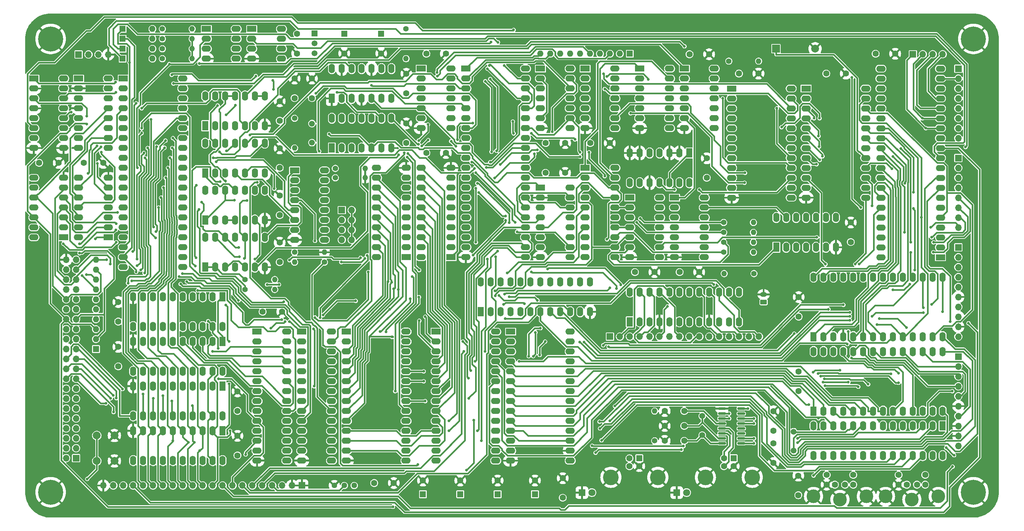
<source format=gbr>
%TF.GenerationSoftware,KiCad,Pcbnew,8.0.2-8.0.2-0~ubuntu20.04.1*%
%TF.CreationDate,2024-06-07T14:08:50+05:00*%
%TF.ProjectId,RedStar,52656453-7461-4722-9e6b-696361645f70,v1.5*%
%TF.SameCoordinates,Original*%
%TF.FileFunction,Copper,L1,Top*%
%TF.FilePolarity,Positive*%
%FSLAX46Y46*%
G04 Gerber Fmt 4.6, Leading zero omitted, Abs format (unit mm)*
G04 Created by KiCad (PCBNEW 8.0.2-8.0.2-0~ubuntu20.04.1) date 2024-06-07 14:08:50*
%MOMM*%
%LPD*%
G01*
G04 APERTURE LIST*
G04 Aperture macros list*
%AMRoundRect*
0 Rectangle with rounded corners*
0 $1 Rounding radius*
0 $2 $3 $4 $5 $6 $7 $8 $9 X,Y pos of 4 corners*
0 Add a 4 corners polygon primitive as box body*
4,1,4,$2,$3,$4,$5,$6,$7,$8,$9,$2,$3,0*
0 Add four circle primitives for the rounded corners*
1,1,$1+$1,$2,$3*
1,1,$1+$1,$4,$5*
1,1,$1+$1,$6,$7*
1,1,$1+$1,$8,$9*
0 Add four rect primitives between the rounded corners*
20,1,$1+$1,$2,$3,$4,$5,0*
20,1,$1+$1,$4,$5,$6,$7,0*
20,1,$1+$1,$6,$7,$8,$9,0*
20,1,$1+$1,$8,$9,$2,$3,0*%
G04 Aperture macros list end*
%TA.AperFunction,ComponentPad*%
%ADD10R,1.600000X2.400000*%
%TD*%
%TA.AperFunction,ComponentPad*%
%ADD11O,1.600000X2.400000*%
%TD*%
%TA.AperFunction,ComponentPad*%
%ADD12C,1.400000*%
%TD*%
%TA.AperFunction,ComponentPad*%
%ADD13O,1.400000X1.400000*%
%TD*%
%TA.AperFunction,ComponentPad*%
%ADD14C,1.600000*%
%TD*%
%TA.AperFunction,ComponentPad*%
%ADD15R,1.500000X1.500000*%
%TD*%
%TA.AperFunction,ComponentPad*%
%ADD16C,1.500000*%
%TD*%
%TA.AperFunction,ComponentPad*%
%ADD17R,1.600000X1.600000*%
%TD*%
%TA.AperFunction,ComponentPad*%
%ADD18R,2.400000X1.600000*%
%TD*%
%TA.AperFunction,ComponentPad*%
%ADD19O,2.400000X1.600000*%
%TD*%
%TA.AperFunction,ComponentPad*%
%ADD20O,1.600000X1.600000*%
%TD*%
%TA.AperFunction,ComponentPad*%
%ADD21C,3.500000*%
%TD*%
%TA.AperFunction,ComponentPad*%
%ADD22R,1.700000X1.700000*%
%TD*%
%TA.AperFunction,ComponentPad*%
%ADD23O,1.700000X1.700000*%
%TD*%
%TA.AperFunction,ComponentPad*%
%ADD24C,0.800000*%
%TD*%
%TA.AperFunction,ComponentPad*%
%ADD25C,6.400000*%
%TD*%
%TA.AperFunction,ComponentPad*%
%ADD26C,4.000000*%
%TD*%
%TA.AperFunction,ComponentPad*%
%ADD27R,1.800000X1.800000*%
%TD*%
%TA.AperFunction,ComponentPad*%
%ADD28C,1.800000*%
%TD*%
%TA.AperFunction,ComponentPad*%
%ADD29C,1.440000*%
%TD*%
%TA.AperFunction,ComponentPad*%
%ADD30R,2.000000X2.000000*%
%TD*%
%TA.AperFunction,ComponentPad*%
%ADD31C,2.000000*%
%TD*%
%TA.AperFunction,SMDPad,CuDef*%
%ADD32RoundRect,0.150000X-0.825000X-0.150000X0.825000X-0.150000X0.825000X0.150000X-0.825000X0.150000X0*%
%TD*%
%TA.AperFunction,ComponentPad*%
%ADD33RoundRect,0.250000X0.625000X-0.350000X0.625000X0.350000X-0.625000X0.350000X-0.625000X-0.350000X0*%
%TD*%
%TA.AperFunction,ComponentPad*%
%ADD34O,1.750000X1.200000*%
%TD*%
%TA.AperFunction,ViaPad*%
%ADD35C,0.700000*%
%TD*%
%TA.AperFunction,Conductor*%
%ADD36C,0.400000*%
%TD*%
G04 APERTURE END LIST*
D10*
%TO.P,DD17,1*%
%TO.N,/RDY*%
X120015000Y-130810000D03*
D11*
%TO.P,DD17,2*%
X122555000Y-130810000D03*
%TO.P,DD17,3*%
%TO.N,Net-(DD17-Pad3)*%
X125095000Y-130810000D03*
%TO.P,DD17,4*%
%TO.N,/MAST*%
X127635000Y-130810000D03*
%TO.P,DD17,5*%
%TO.N,Net-(DD17-Pad3)*%
X130175000Y-130810000D03*
%TO.P,DD17,6*%
%TO.N,/~{WAIT}*%
X132715000Y-130810000D03*
%TO.P,DD17,7,GND*%
%TO.N,GND*%
X135255000Y-130810000D03*
%TO.P,DD17,8*%
%TO.N,/~{MDC_E}*%
X135255000Y-123190000D03*
%TO.P,DD17,9*%
%TO.N,/~{A15}*%
X132715000Y-123190000D03*
%TO.P,DD17,10*%
%TO.N,/~{HLDA}*%
X130175000Y-123190000D03*
%TO.P,DD17,11*%
%TO.N,/~{FWR}*%
X127635000Y-123190000D03*
%TO.P,DD17,12*%
%TO.N,/WB*%
X125095000Y-123190000D03*
%TO.P,DD17,13*%
%TO.N,/MEMW*%
X122555000Y-123190000D03*
%TO.P,DD17,14,VCC*%
%TO.N,VCC*%
X120015000Y-123190000D03*
%TD*%
D12*
%TO.P,R19,1*%
%TO.N,/~{RESET}*%
X171375000Y-69835000D03*
D13*
%TO.P,R19,2*%
%TO.N,VCC*%
X171375000Y-77455000D03*
%TD*%
D14*
%TO.P,C45,1*%
%TO.N,Net-(DD46-V3)*%
X242521500Y-167640000D03*
%TO.P,C45,2*%
%TO.N,GND*%
X237521500Y-167640000D03*
%TD*%
D10*
%TO.P,DD41,1,DIR*%
%TO.N,/~{HLDA}*%
X124455000Y-138415000D03*
D11*
%TO.P,DD41,2,A1*%
%TO.N,unconnected-(DD41-A1-Pad2)*%
X121915000Y-138415000D03*
%TO.P,DD41,3,A2*%
%TO.N,unconnected-(DD41-A2-Pad3)*%
X119375000Y-138415000D03*
%TO.P,DD41,4,A3*%
%TO.N,unconnected-(DD41-A3-Pad4)*%
X116835000Y-138415000D03*
%TO.P,DD41,5,A4*%
%TO.N,unconnected-(DD41-A4-Pad5)*%
X114295000Y-138415000D03*
%TO.P,DD41,6,A5*%
%TO.N,/~{MEMR}*%
X111755000Y-138415000D03*
%TO.P,DD41,7,A6*%
%TO.N,/~{MEMW}*%
X109215000Y-138415000D03*
%TO.P,DD41,8,A7*%
%TO.N,/~{I{slash}OR}*%
X106675000Y-138415000D03*
%TO.P,DD41,9,A8*%
%TO.N,/~{I{slash}OW}*%
X104135000Y-138415000D03*
%TO.P,DD41,10,GND*%
%TO.N,GND*%
X101595000Y-138415000D03*
%TO.P,DD41,11,B8*%
%TO.N,/~{PW}*%
X101595000Y-146035000D03*
%TO.P,DD41,12,B7*%
%TO.N,/~{PR}*%
X104135000Y-146035000D03*
%TO.P,DD41,13,B6*%
%TO.N,/~{MW}*%
X106675000Y-146035000D03*
%TO.P,DD41,14,B5*%
%TO.N,/~{MR}*%
X109215000Y-146035000D03*
%TO.P,DD41,15,B4*%
%TO.N,unconnected-(DD41-B4-Pad15)*%
X111755000Y-146035000D03*
%TO.P,DD41,16,B3*%
%TO.N,unconnected-(DD41-B3-Pad16)*%
X114295000Y-146035000D03*
%TO.P,DD41,17,B2*%
%TO.N,unconnected-(DD41-B2-Pad17)*%
X116835000Y-146035000D03*
%TO.P,DD41,18,B1*%
%TO.N,unconnected-(DD41-B1-Pad18)*%
X119375000Y-146035000D03*
%TO.P,DD41,19,~{OE}*%
%TO.N,/~{CB_E}*%
X121915000Y-146035000D03*
%TO.P,DD41,20,VCC*%
%TO.N,VCC*%
X124455000Y-146035000D03*
%TD*%
D15*
%TO.P,DA2,1,VO*%
%TO.N,3V3*%
X147955000Y-70993000D03*
D16*
%TO.P,DA2,2,GND*%
%TO.N,GND*%
X147955000Y-73533000D03*
%TO.P,DA2,3,VI*%
%TO.N,VCC*%
X147955000Y-76073000D03*
%TD*%
D14*
%TO.P,C2,1*%
%TO.N,Net-(C2-Pad1)*%
X142875000Y-87550000D03*
%TO.P,C2,2*%
%TO.N,GND*%
X142875000Y-82550000D03*
%TD*%
%TO.P,C24,1*%
%TO.N,VCC*%
X207090000Y-99060000D03*
%TO.P,C24,2*%
%TO.N,GND*%
X212090000Y-99060000D03*
%TD*%
D12*
%TO.P,R14,1*%
%TO.N,/MS0*%
X153289000Y-105537000D03*
D13*
%TO.P,R14,2*%
%TO.N,GND*%
X160909000Y-105537000D03*
%TD*%
D17*
%TO.P,C39,1*%
%TO.N,VCC*%
X175693000Y-188920000D03*
D14*
%TO.P,C39,2*%
%TO.N,GND*%
X175693000Y-185420000D03*
%TD*%
D12*
%TO.P,R9,1*%
%TO.N,/~{W25E13}*%
X109055000Y-77470000D03*
D13*
%TO.P,R9,2*%
%TO.N,3V3*%
X116675000Y-77470000D03*
%TD*%
D14*
%TO.P,C17,1*%
%TO.N,VCC*%
X128270000Y-167600000D03*
%TO.P,C17,2*%
%TO.N,GND*%
X128270000Y-162600000D03*
%TD*%
D18*
%TO.P,DD37,1,B3*%
%TO.N,/AU1*%
X76200000Y-82550000D03*
D19*
%TO.P,DD37,2,A<*%
%TO.N,GND*%
X76200000Y-85090000D03*
%TO.P,DD37,3,A=*%
%TO.N,/Priority*%
X76200000Y-87630000D03*
%TO.P,DD37,4,A>*%
%TO.N,GND*%
X76200000Y-90170000D03*
%TO.P,DD37,5,A>*%
%TO.N,unconnected-(DD37-A>-Pad5)*%
X76200000Y-92710000D03*
%TO.P,DD37,6,A=*%
%TO.N,/HOLD*%
X76200000Y-95250000D03*
%TO.P,DD37,7,A<*%
%TO.N,unconnected-(DD37-A<-Pad7)*%
X76200000Y-97790000D03*
%TO.P,DD37,8,GND*%
%TO.N,GND*%
X76200000Y-100330000D03*
%TO.P,DD37,9,B0*%
X83820000Y-100330000D03*
%TO.P,DD37,10,A0*%
%TO.N,/~{REQ}*%
X83820000Y-97790000D03*
%TO.P,DD37,11,B1*%
%TO.N,VCC*%
X83820000Y-95250000D03*
%TO.P,DD37,12,A1*%
%TO.N,/~{Protest}*%
X83820000Y-92710000D03*
%TO.P,DD37,13,A2*%
%TO.N,/Ad0*%
X83820000Y-90170000D03*
%TO.P,DD37,14,B2*%
%TO.N,/AU0*%
X83820000Y-87630000D03*
%TO.P,DD37,15,A3*%
%TO.N,/Ad1*%
X83820000Y-85090000D03*
%TO.P,DD37,16,VCC*%
%TO.N,VCC*%
X83820000Y-82550000D03*
%TD*%
D18*
%TO.P,DD1,1,X1*%
%TO.N,/X1*%
X186690000Y-80010000D03*
D19*
%TO.P,DD1,2,X2*%
%TO.N,/X2*%
X186690000Y-82550000D03*
%TO.P,DD1,3,RESOUT*%
%TO.N,/RES*%
X186690000Y-85090000D03*
%TO.P,DD1,4,SOD*%
%TO.N,/SOD*%
X186690000Y-87630000D03*
%TO.P,DD1,5,SID*%
%TO.N,/SID*%
X186690000Y-90170000D03*
%TO.P,DD1,6,TRAP*%
%TO.N,/TRAP*%
X186690000Y-92710000D03*
%TO.P,DD1,7,RST7.5*%
%TO.N,/RST7.5*%
X186690000Y-95250000D03*
%TO.P,DD1,8,RST6.5*%
%TO.N,unconnected-(DD1-RST6.5-Pad8)*%
X186690000Y-97790000D03*
%TO.P,DD1,9,RST5.5*%
%TO.N,unconnected-(DD1-RST5.5-Pad9)*%
X186690000Y-100330000D03*
%TO.P,DD1,10,INTR*%
%TO.N,/INTR*%
X186690000Y-102870000D03*
%TO.P,DD1,11,INTA*%
%TO.N,/~{INTA}*%
X186690000Y-105410000D03*
%TO.P,DD1,12,AD0*%
%TO.N,/pAD0*%
X186690000Y-107950000D03*
%TO.P,DD1,13,AD1*%
%TO.N,/pAD1*%
X186690000Y-110490000D03*
%TO.P,DD1,14,AD2*%
%TO.N,/pAD2*%
X186690000Y-113030000D03*
%TO.P,DD1,15,AD3*%
%TO.N,/pAD3*%
X186690000Y-115570000D03*
%TO.P,DD1,16,AD4*%
%TO.N,/pAD4*%
X186690000Y-118110000D03*
%TO.P,DD1,17,AD5*%
%TO.N,/pAD5*%
X186690000Y-120650000D03*
%TO.P,DD1,18,AD6*%
%TO.N,/pAD6*%
X186690000Y-123190000D03*
%TO.P,DD1,19,AD7*%
%TO.N,/pAD7*%
X186690000Y-125730000D03*
%TO.P,DD1,20,GND*%
%TO.N,GND*%
X186690000Y-128270000D03*
%TO.P,DD1,21,A8*%
%TO.N,/A8*%
X201930000Y-128270000D03*
%TO.P,DD1,22,A9*%
%TO.N,/A9*%
X201930000Y-125730000D03*
%TO.P,DD1,23,A10*%
%TO.N,/A10*%
X201930000Y-123190000D03*
%TO.P,DD1,24,A11*%
%TO.N,/A11*%
X201930000Y-120650000D03*
%TO.P,DD1,25,A12*%
%TO.N,/pA12*%
X201930000Y-118110000D03*
%TO.P,DD1,26,A13*%
%TO.N,/pA13*%
X201930000Y-115570000D03*
%TO.P,DD1,27,A14*%
%TO.N,/pA14*%
X201930000Y-113030000D03*
%TO.P,DD1,28,A15*%
%TO.N,/pA15*%
X201930000Y-110490000D03*
%TO.P,DD1,29,S0*%
%TO.N,/S0*%
X201930000Y-107950000D03*
%TO.P,DD1,30,ALE*%
%TO.N,/ALE*%
X201930000Y-105410000D03*
%TO.P,DD1,31,WR*%
%TO.N,/~{WR}*%
X201930000Y-102870000D03*
%TO.P,DD1,32,RD*%
%TO.N,/~{RD}*%
X201930000Y-100330000D03*
%TO.P,DD1,33,S1*%
%TO.N,/S1*%
X201930000Y-97790000D03*
%TO.P,DD1,34,IO/M*%
%TO.N,/IO{slash}~{M}*%
X201930000Y-95250000D03*
%TO.P,DD1,35,READY*%
%TO.N,/~{WAIT}*%
X201930000Y-92710000D03*
%TO.P,DD1,36,RESIN*%
%TO.N,/~{RESET}*%
X201930000Y-90170000D03*
%TO.P,DD1,37,CLKO*%
%TO.N,/CLK*%
X201930000Y-87630000D03*
%TO.P,DD1,38,HLDA*%
%TO.N,/HLDA*%
X201930000Y-85090000D03*
%TO.P,DD1,39,HOLD*%
%TO.N,/HOLD*%
X201930000Y-82550000D03*
%TO.P,DD1,40,VCC*%
%TO.N,VCC*%
X201930000Y-80010000D03*
%TD*%
D17*
%TO.P,VD3,1,K*%
%TO.N,/~{W25E0}*%
X98895000Y-74930000D03*
D20*
%TO.P,VD3,2,A*%
%TO.N,/~{W25E03}*%
X106515000Y-74930000D03*
%TD*%
D14*
%TO.P,C13,1*%
%TO.N,VCC*%
X171450000Y-99020000D03*
%TO.P,C13,2*%
%TO.N,GND*%
X171450000Y-94020000D03*
%TD*%
%TO.P,J2,1*%
%TO.N,/M_DATA*%
X299436000Y-186484000D03*
%TO.P,J2,2*%
%TO.N,unconnected-(J2-Pad2)*%
X302036000Y-186484000D03*
D21*
%TO.P,J2,3*%
%TO.N,GND*%
X307486000Y-189484000D03*
X300736000Y-190284000D03*
D14*
X297336000Y-186484000D03*
D21*
X293986000Y-189484000D03*
D14*
%TO.P,J2,4*%
%TO.N,VCC*%
X304136000Y-186484000D03*
%TO.P,J2,5*%
%TO.N,/M_CLK*%
X297336000Y-183984000D03*
%TO.P,J2,6*%
%TO.N,unconnected-(J2-Pad6)*%
X304136000Y-183984000D03*
%TD*%
%TO.P,C10,1*%
%TO.N,VCC*%
X97790000Y-144740000D03*
%TO.P,C10,2*%
%TO.N,GND*%
X97790000Y-139740000D03*
%TD*%
D12*
%TO.P,R8,1*%
%TO.N,/~{W25E03}*%
X109055000Y-74930000D03*
D13*
%TO.P,R8,2*%
%TO.N,3V3*%
X116675000Y-74930000D03*
%TD*%
D12*
%TO.P,R7,1*%
%TO.N,/SCK3*%
X109055000Y-72390000D03*
D13*
%TO.P,R7,2*%
%TO.N,3V3*%
X116675000Y-72390000D03*
%TD*%
D14*
%TO.P,J1,1*%
%TO.N,/K_DATA*%
X281036000Y-186484000D03*
%TO.P,J1,2*%
%TO.N,unconnected-(J1-Pad2)*%
X283636000Y-186484000D03*
D21*
%TO.P,J1,3*%
%TO.N,GND*%
X289086000Y-189484000D03*
X282336000Y-190284000D03*
D14*
X278936000Y-186484000D03*
D21*
X275586000Y-189484000D03*
D14*
%TO.P,J1,4*%
%TO.N,VCC*%
X285736000Y-186484000D03*
%TO.P,J1,5*%
%TO.N,/K_CLK*%
X278936000Y-183984000D03*
%TO.P,J1,6*%
%TO.N,unconnected-(J1-Pad6)*%
X285736000Y-183984000D03*
%TD*%
D22*
%TO.P,J3,1,Pin_1*%
%TO.N,Net-(DD22B-~{Q0})*%
X154940000Y-116205000D03*
D23*
%TO.P,J3,2,Pin_2*%
%TO.N,/~{PDC_E}*%
X157480000Y-116205000D03*
%TO.P,J3,3,Pin_3*%
%TO.N,Net-(DD22B-~{Q1})*%
X154940000Y-118745000D03*
%TO.P,J3,4,Pin_4*%
%TO.N,/~{PDC_E}*%
X157480000Y-118745000D03*
%TO.P,J3,5,Pin_5*%
%TO.N,Net-(DD22B-~{Q2})*%
X154940000Y-121285000D03*
%TO.P,J3,6,Pin_6*%
%TO.N,/~{PDC_E}*%
X157480000Y-121285000D03*
%TO.P,J3,7,Pin_7*%
%TO.N,Net-(DD22B-~{Q3})*%
X154940000Y-123825000D03*
%TO.P,J3,8,Pin_8*%
%TO.N,/~{PDC_E}*%
X157480000Y-123825000D03*
%TD*%
D12*
%TO.P,R16,1*%
%TO.N,/WB*%
X142875000Y-127000000D03*
D13*
%TO.P,R16,2*%
%TO.N,GND*%
X150495000Y-127000000D03*
%TD*%
D14*
%TO.P,C5,1*%
%TO.N,VCC*%
X207050000Y-106680000D03*
%TO.P,C5,2*%
%TO.N,GND*%
X212050000Y-106680000D03*
%TD*%
%TO.P,C11,1*%
%TO.N,VCC*%
X285115000Y-124380000D03*
%TO.P,C11,2*%
%TO.N,GND*%
X285115000Y-119380000D03*
%TD*%
D24*
%TO.P,H2,1,1*%
%TO.N,GND*%
X314070000Y-72400000D03*
X314772944Y-70702944D03*
X314772944Y-74097056D03*
X316470000Y-70000000D03*
D25*
X316470000Y-72400000D03*
D24*
X316470000Y-74800000D03*
X318167056Y-70702944D03*
X318167056Y-74097056D03*
X318870000Y-72400000D03*
%TD*%
D12*
%TO.P,R4,1*%
%TO.N,Net-(DD20-~{Q2})*%
X252603000Y-127000000D03*
D13*
%TO.P,R4,2*%
%TO.N,VCC*%
X260223000Y-127000000D03*
%TD*%
D10*
%TO.P,DD34,1,D2*%
%TO.N,/D2*%
X275590000Y-148595000D03*
D11*
%TO.P,DD34,2,D3*%
%TO.N,/D3*%
X278130000Y-148595000D03*
%TO.P,DD34,3,RXD*%
%TO.N,/RXD1*%
X280670000Y-148595000D03*
%TO.P,DD34,4,GND*%
%TO.N,GND*%
X283210000Y-148595000D03*
%TO.P,DD34,5,D4*%
%TO.N,/D4*%
X285750000Y-148595000D03*
%TO.P,DD34,6,D5*%
%TO.N,/D5*%
X288290000Y-148595000D03*
%TO.P,DD34,7,D6*%
%TO.N,/D6*%
X290830000Y-148595000D03*
%TO.P,DD34,8,D7*%
%TO.N,/D7*%
X293370000Y-148595000D03*
%TO.P,DD34,9,TXC*%
%TO.N,/TSYN1*%
X295910000Y-148595000D03*
%TO.P,DD34,10,~{WR}*%
%TO.N,/~{I{slash}OW}*%
X298450000Y-148595000D03*
%TO.P,DD34,11,~{CS}*%
%TO.N,/~{USART1}*%
X300990000Y-148595000D03*
%TO.P,DD34,12,C/~{D}*%
%TO.N,/A0*%
X303530000Y-148595000D03*
%TO.P,DD34,13,~{RD}*%
%TO.N,/~{I{slash}OR}*%
X306070000Y-148595000D03*
%TO.P,DD34,14,RxReady*%
%TO.N,/RXC1*%
X308610000Y-148595000D03*
%TO.P,DD34,15,TxReady*%
%TO.N,/TXC1*%
X308610000Y-133355000D03*
%TO.P,DD34,16,SD/BD*%
%TO.N,unconnected-(DD34-SD{slash}BD-Pad16)*%
X306070000Y-133355000D03*
%TO.P,DD34,17,~{CTS}*%
%TO.N,/~{CTS1}*%
X303530000Y-133355000D03*
%TO.P,DD34,18,TxEmpty*%
%TO.N,/UDRE1*%
X300990000Y-133355000D03*
%TO.P,DD34,19,TXD*%
%TO.N,/TXD1*%
X298450000Y-133355000D03*
%TO.P,DD34,20,CLK*%
%TO.N,/CLT*%
X295910000Y-133355000D03*
%TO.P,DD34,21,RES*%
%TO.N,/RES*%
X293370000Y-133355000D03*
%TO.P,DD34,22,~{DSR}*%
%TO.N,/~{DSR1}*%
X290830000Y-133355000D03*
%TO.P,DD34,23,~{RTS}*%
%TO.N,/~{RTS1}*%
X288290000Y-133355000D03*
%TO.P,DD34,24,~{DTR}*%
%TO.N,/~{DTR1}*%
X285750000Y-133355000D03*
%TO.P,DD34,25,RXC*%
%TO.N,/TSYN1*%
X283210000Y-133355000D03*
%TO.P,DD34,26,VCC*%
%TO.N,VCC*%
X280670000Y-133355000D03*
%TO.P,DD34,27,D0*%
%TO.N,/D0*%
X278130000Y-133355000D03*
%TO.P,DD34,28,D1*%
%TO.N,/D1*%
X275590000Y-133355000D03*
%TD*%
D14*
%TO.P,C25,1*%
%TO.N,VCC*%
X77545000Y-104130000D03*
%TO.P,C25,2*%
%TO.N,GND*%
X82545000Y-104130000D03*
%TD*%
D10*
%TO.P,DD19,1*%
%TO.N,Net-(DD18-Pad11)*%
X120010000Y-106695000D03*
D11*
%TO.P,DD19,2*%
%TO.N,/~{PME}*%
X122550000Y-106695000D03*
%TO.P,DD19,3*%
%TO.N,/~{YHME}*%
X125090000Y-106695000D03*
%TO.P,DD19,4*%
%TO.N,/~{PMT}*%
X127630000Y-106695000D03*
%TO.P,DD19,5*%
%TO.N,/~{A15}*%
X130170000Y-106695000D03*
%TO.P,DD19,6*%
%TO.N,/~{OMME}*%
X132710000Y-106695000D03*
%TO.P,DD19,7,GND*%
%TO.N,GND*%
X135250000Y-106695000D03*
%TO.P,DD19,8*%
%TO.N,Net-(DD12-Pad5)*%
X135250000Y-99075000D03*
%TO.P,DD19,9*%
%TO.N,/MAST*%
X132710000Y-99075000D03*
%TO.P,DD19,10*%
%TO.N,/~{RD}*%
X130170000Y-99075000D03*
%TO.P,DD19,11*%
%TO.N,Net-(DD12-Pad3)*%
X127630000Y-99075000D03*
%TO.P,DD19,12*%
%TO.N,/MAST*%
X125090000Y-99075000D03*
%TO.P,DD19,13*%
%TO.N,/A15*%
X122550000Y-99075000D03*
%TO.P,DD19,14,VCC*%
%TO.N,VCC*%
X120010000Y-99075000D03*
%TD*%
D17*
%TO.P,C37,1*%
%TO.N,3V3*%
X155575000Y-71120000D03*
D14*
%TO.P,C37,2*%
%TO.N,GND*%
X155575000Y-76120000D03*
%TD*%
D12*
%TO.P,R5,1*%
%TO.N,Net-(DD20-~{Q3})*%
X252603000Y-124460000D03*
D13*
%TO.P,R5,2*%
%TO.N,VCC*%
X260223000Y-124460000D03*
%TD*%
D17*
%TO.P,VD2,1,K*%
%TO.N,/SCK*%
X98895000Y-72390000D03*
D20*
%TO.P,VD2,2,A*%
%TO.N,/SCK3*%
X106515000Y-72390000D03*
%TD*%
D18*
%TO.P,DD14,1,~{R}*%
%TO.N,Net-(DD14A-~{R})*%
X242570000Y-80010000D03*
D19*
%TO.P,DD14,2,D*%
%TO.N,/TRAP*%
X242570000Y-82550000D03*
%TO.P,DD14,3,C*%
%TO.N,/SOD*%
X242570000Y-85090000D03*
%TO.P,DD14,4,~{S}*%
%TO.N,VCC*%
X242570000Y-87630000D03*
%TO.P,DD14,5,Q*%
%TO.N,/SID*%
X242570000Y-90170000D03*
%TO.P,DD14,6,~{Q}*%
%TO.N,/TRAP*%
X242570000Y-92710000D03*
%TO.P,DD14,7,GND*%
%TO.N,GND*%
X242570000Y-95250000D03*
%TO.P,DD14,8,~{Q}*%
%TO.N,unconnected-(DD14B-~{Q}-Pad8)*%
X250190000Y-95250000D03*
%TO.P,DD14,9,Q*%
%TO.N,unconnected-(DD14B-Q-Pad9)*%
X250190000Y-92710000D03*
%TO.P,DD14,10,~{S}*%
%TO.N,unconnected-(DD14B-~{S}-Pad10)*%
X250190000Y-90170000D03*
%TO.P,DD14,11,C*%
%TO.N,unconnected-(DD14B-C-Pad11)*%
X250190000Y-87630000D03*
%TO.P,DD14,12,D*%
%TO.N,unconnected-(DD14B-D-Pad12)*%
X250190000Y-85090000D03*
%TO.P,DD14,13,~{R}*%
%TO.N,unconnected-(DD14B-~{R}-Pad13)*%
X250190000Y-82550000D03*
%TO.P,DD14,14,VCC*%
%TO.N,VCC*%
X250190000Y-80010000D03*
%TD*%
D18*
%TO.P,DD13,1,~{R}*%
%TO.N,/TRAP*%
X240030000Y-113030000D03*
D19*
%TO.P,DD13,2,D*%
%TO.N,VCC*%
X240030000Y-115570000D03*
%TO.P,DD13,3,C*%
%TO.N,Net-(DD13A-C)*%
X240030000Y-118110000D03*
%TO.P,DD13,4,~{S}*%
%TO.N,VCC*%
X240030000Y-120650000D03*
%TO.P,DD13,5,Q*%
%TO.N,Net-(DD13A-Q)*%
X240030000Y-123190000D03*
%TO.P,DD13,6,~{Q}*%
%TO.N,unconnected-(DD13A-~{Q}-Pad6)*%
X240030000Y-125730000D03*
%TO.P,DD13,7,GND*%
%TO.N,GND*%
X240030000Y-128270000D03*
%TO.P,DD13,8,~{Q}*%
%TO.N,Net-(DD13B-~{Q})*%
X247650000Y-128270000D03*
%TO.P,DD13,9,Q*%
%TO.N,Net-(DD13B-Q)*%
X247650000Y-125730000D03*
%TO.P,DD13,10,~{S}*%
%TO.N,VCC*%
X247650000Y-123190000D03*
%TO.P,DD13,11,C*%
%TO.N,/S1*%
X247650000Y-120650000D03*
%TO.P,DD13,12,D*%
%TO.N,Net-(DD13A-Q)*%
X247650000Y-118110000D03*
%TO.P,DD13,13,~{R}*%
%TO.N,/TRAP*%
X247650000Y-115570000D03*
%TO.P,DD13,14,VCC*%
%TO.N,VCC*%
X247650000Y-113030000D03*
%TD*%
D17*
%TO.P,J13,1,VBUS*%
%TO.N,VCC*%
X231014000Y-179734500D03*
D14*
%TO.P,J13,2,D-*%
%TO.N,unconnected-(J13-D--Pad2)*%
X228514000Y-179734500D03*
%TO.P,J13,3,D+*%
%TO.N,unconnected-(J13-D+-Pad3)*%
X228514000Y-181734500D03*
%TO.P,J13,4,GND*%
%TO.N,GND*%
X231014000Y-181734500D03*
D26*
%TO.P,J13,5,Shield*%
X235764000Y-184594500D03*
X223764000Y-184594500D03*
%TD*%
D10*
%TO.P,DD8,1*%
%TO.N,Net-(DD8-Pad1)*%
X266065000Y-125730000D03*
D11*
%TO.P,DD8,2*%
X268605000Y-125730000D03*
%TO.P,DD8,3*%
%TO.N,unconnected-(DD8-Pad3)*%
X271145000Y-125730000D03*
%TO.P,DD8,4*%
%TO.N,unconnected-(DD8-Pad4)*%
X273685000Y-125730000D03*
%TO.P,DD8,5*%
%TO.N,unconnected-(DD8-Pad5)*%
X276225000Y-125730000D03*
%TO.P,DD8,6*%
%TO.N,unconnected-(DD8-Pad6)*%
X278765000Y-125730000D03*
%TO.P,DD8,7,GND*%
%TO.N,GND*%
X281305000Y-125730000D03*
%TO.P,DD8,8*%
%TO.N,/MEMW*%
X281305000Y-118110000D03*
%TO.P,DD8,9*%
%TO.N,/IO{slash}~{M}*%
X278765000Y-118110000D03*
%TO.P,DD8,10*%
%TO.N,/~{WR}*%
X276225000Y-118110000D03*
%TO.P,DD8,11*%
%TO.N,Net-(DD8-Pad11)*%
X273685000Y-118110000D03*
%TO.P,DD8,12*%
X271145000Y-118110000D03*
%TO.P,DD8,13*%
%TO.N,/TRAP*%
X268605000Y-118110000D03*
%TO.P,DD8,14,VCC*%
%TO.N,VCC*%
X266065000Y-118110000D03*
%TD*%
D18*
%TO.P,DD7,1*%
%TO.N,Net-(DD10-Pad1)*%
X205740000Y-80010000D03*
D19*
%TO.P,DD7,2*%
%TO.N,/~{I{slash}O}M*%
X205740000Y-82550000D03*
%TO.P,DD7,3*%
%TO.N,/~{RD}*%
X205740000Y-85090000D03*
%TO.P,DD7,4*%
%TO.N,Net-(DD10-Pad3)*%
X205740000Y-87630000D03*
%TO.P,DD7,5*%
%TO.N,/~{WR}*%
X205740000Y-90170000D03*
%TO.P,DD7,6*%
%TO.N,/~{I{slash}O}M*%
X205740000Y-92710000D03*
%TO.P,DD7,7,GND*%
%TO.N,GND*%
X205740000Y-95250000D03*
%TO.P,DD7,8*%
%TO.N,/~{RD}*%
X213360000Y-95250000D03*
%TO.P,DD7,9*%
%TO.N,/IO{slash}~{M}*%
X213360000Y-92710000D03*
%TO.P,DD7,10*%
%TO.N,Net-(DD10-Pad5)*%
X213360000Y-90170000D03*
%TO.P,DD7,11*%
%TO.N,/HLDA*%
X213360000Y-87630000D03*
%TO.P,DD7,12*%
%TO.N,/MAST*%
X213360000Y-85090000D03*
%TO.P,DD7,13*%
%TO.N,/~{CB_E}*%
X213360000Y-82550000D03*
%TO.P,DD7,14,VCC*%
%TO.N,VCC*%
X213360000Y-80010000D03*
%TD*%
D14*
%TO.P,C30,1*%
%TO.N,VCC*%
X88975000Y-104130000D03*
%TO.P,C30,2*%
%TO.N,GND*%
X93975000Y-104130000D03*
%TD*%
%TO.P,C35,1*%
%TO.N,VCC*%
X271780000Y-143470000D03*
%TO.P,C35,2*%
%TO.N,GND*%
X271780000Y-138470000D03*
%TD*%
D18*
%TO.P,DD29,1,D7*%
%TO.N,/D7*%
X254635000Y-85095000D03*
D19*
%TO.P,DD29,2,D6*%
%TO.N,/D6*%
X254635000Y-87635000D03*
%TO.P,DD29,3,D5*%
%TO.N,/D5*%
X254635000Y-90175000D03*
%TO.P,DD29,4,D4*%
%TO.N,/D4*%
X254635000Y-92715000D03*
%TO.P,DD29,5,D3*%
%TO.N,/D3*%
X254635000Y-95255000D03*
%TO.P,DD29,6,D2*%
%TO.N,/D2*%
X254635000Y-97795000D03*
%TO.P,DD29,7,D1*%
%TO.N,/D1*%
X254635000Y-100335000D03*
%TO.P,DD29,8,D0*%
%TO.N,/D0*%
X254635000Y-102875000D03*
%TO.P,DD29,9,CLK0*%
%TO.N,Net-(DD29-CLK0)*%
X254635000Y-105415000D03*
%TO.P,DD29,10,OUT0*%
%TO.N,/SYSTIME*%
X254635000Y-107955000D03*
%TO.P,DD29,11,GATE0*%
%TO.N,VCC*%
X254635000Y-110495000D03*
%TO.P,DD29,12,GND*%
%TO.N,GND*%
X254635000Y-113035000D03*
%TO.P,DD29,13,OUT1*%
%TO.N,Net-(DD29-CLK0)*%
X269875000Y-113035000D03*
%TO.P,DD29,14,GATE1*%
%TO.N,VCC*%
X269875000Y-110495000D03*
%TO.P,DD29,15,CLK1*%
%TO.N,/CLT*%
X269875000Y-107955000D03*
%TO.P,DD29,16,GATE2*%
%TO.N,/CLKE*%
X269875000Y-105415000D03*
%TO.P,DD29,17,OUT2*%
%TO.N,/RST7.5*%
X269875000Y-102875000D03*
%TO.P,DD29,18,CLK2*%
%TO.N,/CLT*%
X269875000Y-100335000D03*
%TO.P,DD29,19,A0*%
%TO.N,/A0*%
X269875000Y-97795000D03*
%TO.P,DD29,20,A1*%
%TO.N,/A1*%
X269875000Y-95255000D03*
%TO.P,DD29,21,CS*%
%TO.N,/~{TIM0}*%
X269875000Y-92715000D03*
%TO.P,DD29,22,RD*%
%TO.N,/~{I{slash}OR}*%
X269875000Y-90175000D03*
%TO.P,DD29,23,WR*%
%TO.N,/~{I{slash}OW}*%
X269875000Y-87635000D03*
%TO.P,DD29,24,VCC*%
%TO.N,VCC*%
X269875000Y-85095000D03*
%TD*%
D12*
%TO.P,R12,1*%
%TO.N,/RDY*%
X130175000Y-133985000D03*
D13*
%TO.P,R12,2*%
%TO.N,VCC*%
X137795000Y-133985000D03*
%TD*%
D17*
%TO.P,C40,1*%
%TO.N,VCC*%
X185243000Y-188920000D03*
D14*
%TO.P,C40,2*%
%TO.N,GND*%
X185243000Y-185420000D03*
%TD*%
D17*
%TO.P,RN2,1,common*%
%TO.N,VCC*%
X92075000Y-151765000D03*
D20*
%TO.P,RN2,2,R1*%
%TO.N,/~{REQ}*%
X92075000Y-149225000D03*
%TO.P,RN2,3,R2*%
%TO.N,/~{CONF}*%
X92075000Y-146685000D03*
%TO.P,RN2,4,R3*%
%TO.N,/~{Protest}*%
X92075000Y-144145000D03*
%TO.P,RN2,5,R4*%
%TO.N,/Ad0*%
X92075000Y-141605000D03*
%TO.P,RN2,6,R5*%
%TO.N,/Ad1*%
X92075000Y-139065000D03*
%TO.P,RN2,7,R6*%
%TO.N,/T0*%
X92075000Y-136525000D03*
%TO.P,RN2,8,R7*%
%TO.N,/T1*%
X92075000Y-133985000D03*
%TO.P,RN2,9,R8*%
%TO.N,/T2*%
X92075000Y-131445000D03*
%TO.P,RN2,10,R9*%
%TO.N,/Vect*%
X92075000Y-128905000D03*
%TD*%
D14*
%TO.P,C27,1*%
%TO.N,VCC*%
X134700000Y-142240000D03*
%TO.P,C27,2*%
%TO.N,GND*%
X139700000Y-142240000D03*
%TD*%
D18*
%TO.P,DD24,1,A14*%
%TO.N,/A14*%
X144705000Y-147305000D03*
D19*
%TO.P,DD24,2,A12*%
%TO.N,/A12*%
X144705000Y-149845000D03*
%TO.P,DD24,3,A7*%
%TO.N,/A7*%
X144705000Y-152385000D03*
%TO.P,DD24,4,A6*%
%TO.N,/A6*%
X144705000Y-154925000D03*
%TO.P,DD24,5,A5*%
%TO.N,/A5*%
X144705000Y-157465000D03*
%TO.P,DD24,6,A4*%
%TO.N,/A4*%
X144705000Y-160005000D03*
%TO.P,DD24,7,A3*%
%TO.N,/A3*%
X144705000Y-162545000D03*
%TO.P,DD24,8,A2*%
%TO.N,/A2*%
X144705000Y-165085000D03*
%TO.P,DD24,9,A1*%
%TO.N,/A1*%
X144705000Y-167625000D03*
%TO.P,DD24,10,A0*%
%TO.N,/A0*%
X144705000Y-170165000D03*
%TO.P,DD24,11,D0*%
%TO.N,/D0*%
X144705000Y-172705000D03*
%TO.P,DD24,12,D1*%
%TO.N,/D1*%
X144705000Y-175245000D03*
%TO.P,DD24,13,D2*%
%TO.N,/D2*%
X144705000Y-177785000D03*
%TO.P,DD24,14,GND*%
%TO.N,GND*%
X144705000Y-180325000D03*
%TO.P,DD24,15,D3*%
%TO.N,/D3*%
X152325000Y-180325000D03*
%TO.P,DD24,16,D4*%
%TO.N,/D4*%
X152325000Y-177785000D03*
%TO.P,DD24,17,D5*%
%TO.N,/D5*%
X152325000Y-175245000D03*
%TO.P,DD24,18,D6*%
%TO.N,/D6*%
X152325000Y-172705000D03*
%TO.P,DD24,19,D7*%
%TO.N,/D7*%
X152325000Y-170165000D03*
%TO.P,DD24,20,~{CS}*%
%TO.N,/~{OMME}*%
X152325000Y-167625000D03*
%TO.P,DD24,21,A10*%
%TO.N,/A10*%
X152325000Y-165085000D03*
%TO.P,DD24,22,~{OE}*%
%TO.N,/~{MEMR}*%
X152325000Y-162545000D03*
%TO.P,DD24,23,A11*%
%TO.N,/A11*%
X152325000Y-160005000D03*
%TO.P,DD24,24,A9*%
%TO.N,/A9*%
X152325000Y-157465000D03*
%TO.P,DD24,25,A8*%
%TO.N,/A8*%
X152325000Y-154925000D03*
%TO.P,DD24,26,A13*%
%TO.N,/A13*%
X152325000Y-152385000D03*
%TO.P,DD24,27,~{WE}*%
%TO.N,/~{MEMW}*%
X152325000Y-149845000D03*
%TO.P,DD24,28,VCC*%
%TO.N,VCC*%
X152325000Y-147305000D03*
%TD*%
D12*
%TO.P,R10,1*%
%TO.N,Net-(LED1-A)*%
X150495000Y-129540000D03*
D13*
%TO.P,R10,2*%
%TO.N,/Turbo*%
X142875000Y-129540000D03*
%TD*%
D22*
%TO.P,J10,1,Pin_1*%
%TO.N,/PF0*%
X301000000Y-76327000D03*
D23*
%TO.P,J10,2,Pin_2*%
%TO.N,/PF1*%
X303540000Y-76327000D03*
%TO.P,J10,3,Pin_3*%
%TO.N,/PF2*%
X306080000Y-76327000D03*
%TO.P,J10,4,Pin_4*%
%TO.N,/PF3*%
X308620000Y-76327000D03*
%TD*%
D17*
%TO.P,VD1,1,K*%
%TO.N,/MOSI*%
X98895000Y-69850000D03*
D20*
%TO.P,VD1,2,A*%
%TO.N,/MOSI3*%
X106515000Y-69850000D03*
%TD*%
D14*
%TO.P,C21,1*%
%TO.N,VCC*%
X97790000Y-156210000D03*
%TO.P,C21,2*%
%TO.N,GND*%
X97790000Y-151210000D03*
%TD*%
%TO.P,C18,1*%
%TO.N,VCC*%
X229910000Y-132080000D03*
%TO.P,C18,2*%
%TO.N,GND*%
X234910000Y-132080000D03*
%TD*%
%TO.P,C12,1*%
%TO.N,VCC*%
X218480000Y-99060000D03*
%TO.P,C12,2*%
%TO.N,GND*%
X223480000Y-99060000D03*
%TD*%
D24*
%TO.P,H1,1,1*%
%TO.N,GND*%
X78070000Y-72400000D03*
X78772944Y-70702944D03*
X78772944Y-74097056D03*
X80470000Y-70000000D03*
D25*
X80470000Y-72400000D03*
D24*
X80470000Y-74800000D03*
X82167056Y-70702944D03*
X82167056Y-74097056D03*
X82870000Y-72400000D03*
%TD*%
D14*
%TO.P,C23,1*%
%TO.N,VCC*%
X211455000Y-189825000D03*
%TO.P,C23,2*%
%TO.N,GND*%
X211455000Y-184825000D03*
%TD*%
D27*
%TO.P,LED1,1,K*%
%TO.N,GND*%
X216353000Y-188500500D03*
D28*
%TO.P,LED1,2,A*%
%TO.N,Net-(LED1-A)*%
X218893000Y-188500500D03*
%TD*%
D24*
%TO.P,H3,1,1*%
%TO.N,GND*%
X314070000Y-188400000D03*
X314772944Y-186702944D03*
X314772944Y-190097056D03*
X316470000Y-186000000D03*
D25*
X316470000Y-188400000D03*
D24*
X316470000Y-190800000D03*
X318167056Y-186702944D03*
X318167056Y-190097056D03*
X318870000Y-188400000D03*
%TD*%
D12*
%TO.P,R6,1*%
%TO.N,/MOSI3*%
X109055000Y-69850000D03*
D13*
%TO.P,R6,2*%
%TO.N,3V3*%
X116675000Y-69850000D03*
%TD*%
D14*
%TO.P,C31,1*%
%TO.N,VCC*%
X271705000Y-189175000D03*
%TO.P,C31,2*%
%TO.N,GND*%
X271705000Y-184175000D03*
%TD*%
D17*
%TO.P,C41,1*%
%TO.N,VCC*%
X194793000Y-188920000D03*
D14*
%TO.P,C41,2*%
%TO.N,GND*%
X194793000Y-185420000D03*
%TD*%
D10*
%TO.P,DD40,1,DIR*%
%TO.N,/~{HLDA}*%
X124455000Y-149845000D03*
D11*
%TO.P,DD40,2,A1*%
%TO.N,/A8*%
X121915000Y-149845000D03*
%TO.P,DD40,3,A2*%
%TO.N,/A9*%
X119375000Y-149845000D03*
%TO.P,DD40,4,A3*%
%TO.N,/A10*%
X116835000Y-149845000D03*
%TO.P,DD40,5,A4*%
%TO.N,/A11*%
X114295000Y-149845000D03*
%TO.P,DD40,6,A5*%
%TO.N,/A12*%
X111755000Y-149845000D03*
%TO.P,DD40,7,A6*%
%TO.N,/A13*%
X109215000Y-149845000D03*
%TO.P,DD40,8,A7*%
%TO.N,/A14*%
X106675000Y-149845000D03*
%TO.P,DD40,9,A8*%
%TO.N,unconnected-(DD40-A8-Pad9)*%
X104135000Y-149845000D03*
%TO.P,DD40,10,GND*%
%TO.N,GND*%
X101595000Y-149845000D03*
%TO.P,DD40,11,B8*%
%TO.N,unconnected-(DD40-B8-Pad11)*%
X101595000Y-157465000D03*
%TO.P,DD40,12,B7*%
%TO.N,/BA14*%
X104135000Y-157465000D03*
%TO.P,DD40,13,B6*%
%TO.N,/BA13*%
X106675000Y-157465000D03*
%TO.P,DD40,14,B5*%
%TO.N,/BA12*%
X109215000Y-157465000D03*
%TO.P,DD40,15,B4*%
%TO.N,/BA11*%
X111755000Y-157465000D03*
%TO.P,DD40,16,B3*%
%TO.N,/BA10*%
X114295000Y-157465000D03*
%TO.P,DD40,17,B2*%
%TO.N,/BA9*%
X116835000Y-157465000D03*
%TO.P,DD40,18,B1*%
%TO.N,/BA8*%
X119375000Y-157465000D03*
%TO.P,DD40,19,~{OE}*%
%TO.N,/~{CB_E}*%
X121915000Y-157465000D03*
%TO.P,DD40,20,VCC*%
%TO.N,VCC*%
X124455000Y-157465000D03*
%TD*%
D18*
%TO.P,DD28,1,PA3*%
%TO.N,/PA3*%
X308045000Y-128275000D03*
D19*
%TO.P,DD28,2,PA2*%
%TO.N,/PA2*%
X308045000Y-125735000D03*
%TO.P,DD28,3,PA1*%
%TO.N,/PA1*%
X308045000Y-123195000D03*
%TO.P,DD28,4,PA0*%
%TO.N,/PA0*%
X308045000Y-120655000D03*
%TO.P,DD28,5,~{RD}*%
%TO.N,/~{I{slash}OR}*%
X308045000Y-118115000D03*
%TO.P,DD28,6,~{CS}*%
%TO.N,/~{SYSP1}*%
X308045000Y-115575000D03*
%TO.P,DD28,7,GND*%
%TO.N,GND*%
X308045000Y-113035000D03*
%TO.P,DD28,8,A1*%
%TO.N,/A1*%
X308045000Y-110495000D03*
%TO.P,DD28,9,A0*%
%TO.N,/A0*%
X308045000Y-107955000D03*
%TO.P,DD28,10,PC7*%
%TO.N,/~{W25E1}*%
X308045000Y-105415000D03*
%TO.P,DD28,11,PC6*%
%TO.N,/~{W25E0}*%
X308045000Y-102875000D03*
%TO.P,DD28,12,PC5*%
%TO.N,/FS*%
X308045000Y-100335000D03*
%TO.P,DD28,13,PC4*%
%TO.N,/BUZ_G*%
X308045000Y-97795000D03*
%TO.P,DD28,14,PC0*%
%TO.N,/PF0*%
X308045000Y-95255000D03*
%TO.P,DD28,15,PC1*%
%TO.N,/PF1*%
X308045000Y-92715000D03*
%TO.P,DD28,16,PC2*%
%TO.N,/PF2*%
X308045000Y-90175000D03*
%TO.P,DD28,17,PC3*%
%TO.N,/PF3*%
X308045000Y-87635000D03*
%TO.P,DD28,18,PB0*%
%TO.N,/PB0*%
X308045000Y-85095000D03*
%TO.P,DD28,19,PB1*%
%TO.N,/PB1*%
X308045000Y-82555000D03*
%TO.P,DD28,20,PB2*%
%TO.N,/PB2*%
X308045000Y-80015000D03*
%TO.P,DD28,21,PB3*%
%TO.N,/PB3*%
X292805000Y-80015000D03*
%TO.P,DD28,22,PB4*%
%TO.N,/PB4*%
X292805000Y-82555000D03*
%TO.P,DD28,23,PB5*%
%TO.N,/PB5*%
X292805000Y-85095000D03*
%TO.P,DD28,24,PB6*%
%TO.N,/PB6*%
X292805000Y-87635000D03*
%TO.P,DD28,25,PB7*%
%TO.N,/PB7*%
X292805000Y-90175000D03*
%TO.P,DD28,26,VCC*%
%TO.N,VCC*%
X292805000Y-92715000D03*
%TO.P,DD28,27,D7*%
%TO.N,/D7*%
X292805000Y-95255000D03*
%TO.P,DD28,28,D6*%
%TO.N,/D6*%
X292805000Y-97795000D03*
%TO.P,DD28,29,D5*%
%TO.N,/D5*%
X292805000Y-100335000D03*
%TO.P,DD28,30,D4*%
%TO.N,/D4*%
X292805000Y-102875000D03*
%TO.P,DD28,31,D3*%
%TO.N,/D3*%
X292805000Y-105415000D03*
%TO.P,DD28,32,D2*%
%TO.N,/D2*%
X292805000Y-107955000D03*
%TO.P,DD28,33,D1*%
%TO.N,/D1*%
X292805000Y-110495000D03*
%TO.P,DD28,34,D0*%
%TO.N,/D0*%
X292805000Y-113035000D03*
%TO.P,DD28,35,RES*%
%TO.N,/RES*%
X292805000Y-115575000D03*
%TO.P,DD28,36,~{WR}*%
%TO.N,/~{I{slash}OW}*%
X292805000Y-118115000D03*
%TO.P,DD28,37,PA7*%
%TO.N,/PA7*%
X292805000Y-120655000D03*
%TO.P,DD28,38,PA6*%
%TO.N,/PA6*%
X292805000Y-123195000D03*
%TO.P,DD28,39,PA5*%
%TO.N,/PA5*%
X292805000Y-125735000D03*
%TO.P,DD28,40,PA4*%
%TO.N,/PA4*%
X292805000Y-128275000D03*
%TD*%
D18*
%TO.P,DD21,1,~{OE}*%
%TO.N,/~{B_OS}*%
X217170000Y-105410000D03*
D19*
%TO.P,DD21,2,A1*%
%TO.N,/pA15*%
X217170000Y-107950000D03*
%TO.P,DD21,3,B4*%
%TO.N,/A12*%
X217170000Y-110490000D03*
%TO.P,DD21,4,A2*%
%TO.N,/pA14*%
X217170000Y-113030000D03*
%TO.P,DD21,5,B3*%
%TO.N,/A13*%
X217170000Y-115570000D03*
%TO.P,DD21,6,A3*%
%TO.N,/pA13*%
X217170000Y-118110000D03*
%TO.P,DD21,7,B2*%
%TO.N,/A14*%
X217170000Y-120650000D03*
%TO.P,DD21,8,A4*%
%TO.N,/pA12*%
X217170000Y-123190000D03*
%TO.P,DD21,9,B1*%
%TO.N,/A15*%
X217170000Y-125730000D03*
%TO.P,DD21,10,GND*%
%TO.N,GND*%
X217170000Y-128270000D03*
%TO.P,DD21,11,A1*%
%TO.N,Net-(DD20-~{Q3})*%
X224790000Y-128270000D03*
%TO.P,DD21,12,B4*%
%TO.N,/A12*%
X224790000Y-125730000D03*
%TO.P,DD21,13,A2*%
%TO.N,Net-(DD20-~{Q2})*%
X224790000Y-123190000D03*
%TO.P,DD21,14,B3*%
%TO.N,/A13*%
X224790000Y-120650000D03*
%TO.P,DD21,15,A3*%
%TO.N,Net-(DD20-~{Q1})*%
X224790000Y-118110000D03*
%TO.P,DD21,16,B2*%
%TO.N,/A14*%
X224790000Y-115570000D03*
%TO.P,DD21,17,A4*%
%TO.N,Net-(DD20-~{Q0})*%
X224790000Y-113030000D03*
%TO.P,DD21,18,B1*%
%TO.N,/A15*%
X224790000Y-110490000D03*
%TO.P,DD21,19,~{OE}*%
%TO.N,/~{B_U}*%
X224790000Y-107950000D03*
%TO.P,DD21,20,VCC*%
%TO.N,VCC*%
X224790000Y-105410000D03*
%TD*%
D18*
%TO.P,DD44,1,~{CS}*%
%TO.N,/~{W25E13}*%
X131915000Y-69850000D03*
D19*
%TO.P,DD44,2,DO/IO1*%
%TO.N,/MISO*%
X131915000Y-72390000D03*
%TO.P,DD44,3,~{WP}/IO2*%
%TO.N,3V3*%
X131915000Y-74930000D03*
%TO.P,DD44,4,GND*%
%TO.N,GND*%
X131915000Y-77470000D03*
%TO.P,DD44,5,DI/IO0*%
%TO.N,/MOSI3*%
X139535000Y-77470000D03*
%TO.P,DD44,6,CLK*%
%TO.N,/SCK3*%
X139535000Y-74930000D03*
%TO.P,DD44,7,~{HOLD}/IO3*%
%TO.N,3V3*%
X139535000Y-72390000D03*
%TO.P,DD44,8,VCC*%
X139535000Y-69850000D03*
%TD*%
D17*
%TO.P,VD4,1,K*%
%TO.N,/~{W25E1}*%
X98895000Y-77470000D03*
D20*
%TO.P,VD4,2,A*%
%TO.N,/~{W25E13}*%
X106515000Y-77470000D03*
%TD*%
D14*
%TO.P,C14,1*%
%TO.N,VCC*%
X243880000Y-76332000D03*
%TO.P,C14,2*%
%TO.N,GND*%
X248880000Y-76332000D03*
%TD*%
D10*
%TO.P,DD2,1*%
%TO.N,/IO{slash}~{M}*%
X152400000Y-100330000D03*
D11*
%TO.P,DD2,2*%
%TO.N,/~{I{slash}O}M*%
X154940000Y-100330000D03*
%TO.P,DD2,3*%
%TO.N,unconnected-(DD2-Pad3)*%
X157480000Y-100330000D03*
%TO.P,DD2,4*%
%TO.N,unconnected-(DD2-Pad4)*%
X160020000Y-100330000D03*
%TO.P,DD2,5*%
%TO.N,/A15*%
X162560000Y-100330000D03*
%TO.P,DD2,6*%
%TO.N,/~{A15}*%
X165100000Y-100330000D03*
%TO.P,DD2,7,GND*%
%TO.N,GND*%
X167640000Y-100330000D03*
%TO.P,DD2,8*%
%TO.N,/Protest*%
X167640000Y-92710000D03*
%TO.P,DD2,9*%
%TO.N,/~{Protest}*%
X165100000Y-92710000D03*
%TO.P,DD2,10*%
%TO.N,Net-(DD3A-C)*%
X162560000Y-92710000D03*
%TO.P,DD2,11*%
%TO.N,Net-(C2-Pad1)*%
X160020000Y-92710000D03*
%TO.P,DD2,12*%
X157480000Y-92710000D03*
%TO.P,DD2,13*%
%TO.N,Net-(C1-Pad1)*%
X154940000Y-92710000D03*
%TO.P,DD2,14,VCC*%
%TO.N,VCC*%
X152400000Y-92710000D03*
%TD*%
D10*
%TO.P,DD42,1,DIN*%
%TO.N,/MOSI*%
X228595000Y-144795000D03*
D11*
%TO.P,DD42,2,DIG0*%
%TO.N,/DIG0*%
X231135000Y-144795000D03*
%TO.P,DD42,3,DIG4*%
%TO.N,/DIG4*%
X233675000Y-144795000D03*
%TO.P,DD42,4,GND*%
%TO.N,GND*%
X236215000Y-144795000D03*
%TO.P,DD42,5,DIG6*%
%TO.N,/DIG6*%
X238755000Y-144795000D03*
%TO.P,DD42,6,DIG2*%
%TO.N,/DIG2*%
X241295000Y-144795000D03*
%TO.P,DD42,7,DIG3*%
%TO.N,/DIG3*%
X243835000Y-144795000D03*
%TO.P,DD42,8,DIG7*%
%TO.N,/DIG7*%
X246375000Y-144795000D03*
%TO.P,DD42,9,GND*%
%TO.N,GND*%
X248915000Y-144795000D03*
%TO.P,DD42,10,DIG5*%
%TO.N,/DIG5*%
X251455000Y-144795000D03*
%TO.P,DD42,11,DIG1*%
%TO.N,/DIG1*%
X253995000Y-144795000D03*
%TO.P,DD42,12,~{CS}*%
%TO.N,/~{LED_S}*%
X256535000Y-144795000D03*
%TO.P,DD42,13,CLK*%
%TO.N,/SCK*%
X256535000Y-137175000D03*
%TO.P,DD42,14,SEG_A*%
%TO.N,/SEG_A*%
X253995000Y-137175000D03*
%TO.P,DD42,15,SEG_F*%
%TO.N,/SEG_F*%
X251455000Y-137175000D03*
%TO.P,DD42,16,SEG_B*%
%TO.N,/SEG_B*%
X248915000Y-137175000D03*
%TO.P,DD42,17,SEG_G*%
%TO.N,/SEG_G*%
X246375000Y-137175000D03*
%TO.P,DD42,18,ISET*%
%TO.N,Net-(DD42-ISET)*%
X243835000Y-137175000D03*
%TO.P,DD42,19,VCC*%
%TO.N,VCC*%
X241295000Y-137175000D03*
%TO.P,DD42,20,SEG_C*%
%TO.N,/SEG_C*%
X238755000Y-137175000D03*
%TO.P,DD42,21,SEG_E*%
%TO.N,/SEG_E*%
X236215000Y-137175000D03*
%TO.P,DD42,22,SEG_DP*%
%TO.N,/SEG_DP*%
X233675000Y-137175000D03*
%TO.P,DD42,23,SEG_D*%
%TO.N,/SEG_D*%
X231135000Y-137175000D03*
%TO.P,DD42,24,DOUT*%
%TO.N,/MISO*%
X228595000Y-137175000D03*
%TD*%
D10*
%TO.P,DD38,1,DIR*%
%TO.N,/Vectoma*%
X124455000Y-172705000D03*
D11*
%TO.P,DD38,2,A1*%
%TO.N,/D0*%
X121915000Y-172705000D03*
%TO.P,DD38,3,A2*%
%TO.N,/D1*%
X119375000Y-172705000D03*
%TO.P,DD38,4,A3*%
%TO.N,/D2*%
X116835000Y-172705000D03*
%TO.P,DD38,5,A4*%
%TO.N,/D3*%
X114295000Y-172705000D03*
%TO.P,DD38,6,A5*%
%TO.N,/D4*%
X111755000Y-172705000D03*
%TO.P,DD38,7,A6*%
%TO.N,/D5*%
X109215000Y-172705000D03*
%TO.P,DD38,8,A7*%
%TO.N,/D6*%
X106675000Y-172705000D03*
%TO.P,DD38,9,A8*%
%TO.N,/D7*%
X104135000Y-172705000D03*
%TO.P,DD38,10,GND*%
%TO.N,GND*%
X101595000Y-172705000D03*
%TO.P,DD38,11,B8*%
%TO.N,/BD7*%
X101595000Y-180325000D03*
%TO.P,DD38,12,B7*%
%TO.N,/BD6*%
X104135000Y-180325000D03*
%TO.P,DD38,13,B6*%
%TO.N,/BD5*%
X106675000Y-180325000D03*
%TO.P,DD38,14,B5*%
%TO.N,/BD4*%
X109215000Y-180325000D03*
%TO.P,DD38,15,B4*%
%TO.N,/BD3*%
X111755000Y-180325000D03*
%TO.P,DD38,16,B3*%
%TO.N,/BD2*%
X114295000Y-180325000D03*
%TO.P,DD38,17,B2*%
%TO.N,/BD1*%
X116835000Y-180325000D03*
%TO.P,DD38,18,B1*%
%TO.N,/BD0*%
X119375000Y-180325000D03*
%TO.P,DD38,19,~{OE}*%
%TO.N,/~{CB_E}*%
X121915000Y-180325000D03*
%TO.P,DD38,20,VCC*%
%TO.N,VCC*%
X124455000Y-180325000D03*
%TD*%
D22*
%TO.P,J4,1,Pin_1*%
%TO.N,/DIG0*%
X223520000Y-148590000D03*
D23*
%TO.P,J4,2,Pin_2*%
%TO.N,/SEG_C*%
X226060000Y-148590000D03*
%TO.P,J4,3,Pin_3*%
%TO.N,/DIG1*%
X228600000Y-148590000D03*
%TO.P,J4,4,Pin_4*%
%TO.N,/SEG_DP*%
X231140000Y-148590000D03*
%TO.P,J4,5,Pin_5*%
%TO.N,/DIG2*%
X233680000Y-148590000D03*
%TO.P,J4,6,Pin_6*%
%TO.N,/SEG_A*%
X236220000Y-148590000D03*
%TO.P,J4,7,Pin_7*%
%TO.N,/DIG3*%
X238760000Y-148590000D03*
%TO.P,J4,8,Pin_8*%
%TO.N,/SEG_E*%
X241300000Y-148590000D03*
%TO.P,J4,9,Pin_9*%
%TO.N,/DIG4*%
X243840000Y-148590000D03*
%TO.P,J4,10,Pin_10*%
%TO.N,/SEG_D*%
X246380000Y-148590000D03*
%TO.P,J4,11,Pin_11*%
%TO.N,/DIG5*%
X248920000Y-148590000D03*
%TO.P,J4,12,Pin_12*%
%TO.N,/SEG_G*%
X251460000Y-148590000D03*
%TO.P,J4,13,Pin_13*%
%TO.N,/DIG6*%
X254000000Y-148590000D03*
%TO.P,J4,14,Pin_14*%
%TO.N,/SEG_B*%
X256540000Y-148590000D03*
%TO.P,J4,15,Pin_15*%
%TO.N,/DIG7*%
X259080000Y-148590000D03*
%TO.P,J4,16,Pin_16*%
%TO.N,/SEG_F*%
X261620000Y-148590000D03*
%TD*%
D14*
%TO.P,C3,1*%
%TO.N,Net-(DD35-PB6{slash}XTAL1)*%
X265350000Y-175935000D03*
%TO.P,C3,2*%
%TO.N,GND*%
X265350000Y-180935000D03*
%TD*%
D18*
%TO.P,DD32,1,~{CS}*%
%TO.N,/~{PIC_S}*%
X198120000Y-147320000D03*
D19*
%TO.P,DD32,2,~{WR}*%
%TO.N,/~{I{slash}OW}*%
X198120000Y-149860000D03*
%TO.P,DD32,3,~{RD}*%
%TO.N,/~{I{slash}OR}*%
X198120000Y-152400000D03*
%TO.P,DD32,4,D7*%
%TO.N,/D7*%
X198120000Y-154940000D03*
%TO.P,DD32,5,D6*%
%TO.N,/D6*%
X198120000Y-157480000D03*
%TO.P,DD32,6,D5*%
%TO.N,/D5*%
X198120000Y-160020000D03*
%TO.P,DD32,7,D4*%
%TO.N,/D4*%
X198120000Y-162560000D03*
%TO.P,DD32,8,D3*%
%TO.N,/D3*%
X198120000Y-165100000D03*
%TO.P,DD32,9,D2*%
%TO.N,/D2*%
X198120000Y-167640000D03*
%TO.P,DD32,10,D1*%
%TO.N,/D1*%
X198120000Y-170180000D03*
%TO.P,DD32,11,D0*%
%TO.N,/D0*%
X198120000Y-172720000D03*
%TO.P,DD32,12,CAS0*%
%TO.N,/CAS0*%
X198120000Y-175260000D03*
%TO.P,DD32,13,CAS1*%
%TO.N,/CAS1*%
X198120000Y-177800000D03*
%TO.P,DD32,14,GND*%
%TO.N,GND*%
X198120000Y-180340000D03*
%TO.P,DD32,15,CAS2*%
%TO.N,/CAS2*%
X213360000Y-180340000D03*
%TO.P,DD32,16,MS/~{SV}*%
%TO.N,GND*%
X213360000Y-177800000D03*
%TO.P,DD32,17,INT*%
%TO.N,/SINT*%
X213360000Y-175260000D03*
%TO.P,DD32,18,IRQ0*%
%TO.N,/UDRE1*%
X213360000Y-172720000D03*
%TO.P,DD32,19,IRQ1*%
%TO.N,/TXC1*%
X213360000Y-170180000D03*
%TO.P,DD32,20,IRQ2*%
%TO.N,/RXC1*%
X213360000Y-167640000D03*
%TO.P,DD32,21,IRQ3*%
%TO.N,/PF0*%
X213360000Y-165100000D03*
%TO.P,DD32,22,IRQ4*%
%TO.N,/PF1*%
X213360000Y-162560000D03*
%TO.P,DD32,23,IRQ5*%
%TO.N,/TSYN0*%
X213360000Y-160020000D03*
%TO.P,DD32,24,IRQ6*%
%TO.N,/TSYN1*%
X213360000Y-157480000D03*
%TO.P,DD32,25,IRQ7*%
%TO.N,/SYSTIME*%
X213360000Y-154940000D03*
%TO.P,DD32,26,~{INTA}*%
%TO.N,/~{INTA}*%
X213360000Y-152400000D03*
%TO.P,DD32,27,A0*%
%TO.N,/A0*%
X213360000Y-149860000D03*
%TO.P,DD32,28,VCC*%
%TO.N,VCC*%
X213360000Y-147320000D03*
%TD*%
D18*
%TO.P,DD20,1,A0*%
%TO.N,/pA12*%
X205740000Y-110490000D03*
D19*
%TO.P,DD20,2,~{CS}*%
%TO.N,GND*%
X205740000Y-113030000D03*
%TO.P,DD20,3,~{WR}*%
%TO.N,/~{FWR}*%
X205740000Y-115570000D03*
%TO.P,DD20,4,D0*%
%TO.N,/D0*%
X205740000Y-118110000D03*
%TO.P,DD20,5,~{Q0}*%
%TO.N,Net-(DD20-~{Q0})*%
X205740000Y-120650000D03*
%TO.P,DD20,6,D1*%
%TO.N,/D1*%
X205740000Y-123190000D03*
%TO.P,DD20,7,~{Q1}*%
%TO.N,Net-(DD20-~{Q1})*%
X205740000Y-125730000D03*
%TO.P,DD20,8,GND*%
%TO.N,GND*%
X205740000Y-128270000D03*
%TO.P,DD20,9,~{Q2}*%
%TO.N,Net-(DD20-~{Q2})*%
X213360000Y-128270000D03*
%TO.P,DD20,10,D2*%
%TO.N,/D2*%
X213360000Y-125730000D03*
%TO.P,DD20,11,~{Q3}*%
%TO.N,Net-(DD20-~{Q3})*%
X213360000Y-123190000D03*
%TO.P,DD20,12,D3*%
%TO.N,/D3*%
X213360000Y-120650000D03*
%TO.P,DD20,13,A3*%
%TO.N,/pA15*%
X213360000Y-118110000D03*
%TO.P,DD20,14,A2*%
%TO.N,/pA14*%
X213360000Y-115570000D03*
%TO.P,DD20,15,A1*%
%TO.N,/pA13*%
X213360000Y-113030000D03*
%TO.P,DD20,16,VCC*%
%TO.N,VCC*%
X213360000Y-110490000D03*
%TD*%
D18*
%TO.P,DD27,1,PA3*%
%TO.N,/SY4*%
X99060000Y-82550000D03*
D19*
%TO.P,DD27,2,PA2*%
%TO.N,/SY3*%
X99060000Y-85090000D03*
%TO.P,DD27,3,PA1*%
%TO.N,/SY2*%
X99060000Y-87630000D03*
%TO.P,DD27,4,PA0*%
%TO.N,/SY0*%
X99060000Y-90170000D03*
%TO.P,DD27,5,~{RD}*%
%TO.N,/~{I{slash}OR}*%
X99060000Y-92710000D03*
%TO.P,DD27,6,~{CS}*%
%TO.N,/~{SYSP0}*%
X99060000Y-95250000D03*
%TO.P,DD27,7,GND*%
%TO.N,GND*%
X99060000Y-97790000D03*
%TO.P,DD27,8,A1*%
%TO.N,/A1*%
X99060000Y-100330000D03*
%TO.P,DD27,9,A0*%
%TO.N,/A0*%
X99060000Y-102870000D03*
%TO.P,DD27,10,PC7*%
%TO.N,/MISO*%
X99060000Y-105410000D03*
%TO.P,DD27,11,PC6*%
%TO.N,/~{CONF}*%
X99060000Y-107950000D03*
%TO.P,DD27,12,PC5*%
%TO.N,/Priority*%
X99060000Y-110490000D03*
%TO.P,DD27,13,PC4*%
%TO.N,/~{REQ}*%
X99060000Y-113030000D03*
%TO.P,DD27,14,PC0*%
%TO.N,/Turbo*%
X99060000Y-115570000D03*
%TO.P,DD27,15,PC1*%
%TO.N,/WB*%
X99060000Y-118110000D03*
%TO.P,DD27,16,PC2*%
%TO.N,/CLKE*%
X99060000Y-120650000D03*
%TO.P,DD27,17,PC3*%
%TO.N,/SY1*%
X99060000Y-123190000D03*
%TO.P,DD27,18,PB0*%
%TO.N,/MOSI*%
X99060000Y-125730000D03*
%TO.P,DD27,19,PB1*%
%TO.N,/SCK*%
X99060000Y-128270000D03*
%TO.P,DD27,20,PB2*%
%TO.N,/~{LED_S}*%
X99060000Y-130810000D03*
%TO.P,DD27,21,PB3*%
%TO.N,/PT0*%
X114300000Y-130810000D03*
%TO.P,DD27,22,PB4*%
%TO.N,/PT1*%
X114300000Y-128270000D03*
%TO.P,DD27,23,PB5*%
%TO.N,/PT2*%
X114300000Y-125730000D03*
%TO.P,DD27,24,PB6*%
%TO.N,/AU0*%
X114300000Y-123190000D03*
%TO.P,DD27,25,PB7*%
%TO.N,/AU1*%
X114300000Y-120650000D03*
%TO.P,DD27,26,VCC*%
%TO.N,VCC*%
X114300000Y-118110000D03*
%TO.P,DD27,27,D7*%
%TO.N,/D7*%
X114300000Y-115570000D03*
%TO.P,DD27,28,D6*%
%TO.N,/D6*%
X114300000Y-113030000D03*
%TO.P,DD27,29,D5*%
%TO.N,/D5*%
X114300000Y-110490000D03*
%TO.P,DD27,30,D4*%
%TO.N,/D4*%
X114300000Y-107950000D03*
%TO.P,DD27,31,D3*%
%TO.N,/D3*%
X114300000Y-105410000D03*
%TO.P,DD27,32,D2*%
%TO.N,/D2*%
X114300000Y-102870000D03*
%TO.P,DD27,33,D1*%
%TO.N,/D1*%
X114300000Y-100330000D03*
%TO.P,DD27,34,D0*%
%TO.N,/D0*%
X114300000Y-97790000D03*
%TO.P,DD27,35,RES*%
%TO.N,/RES*%
X114300000Y-95250000D03*
%TO.P,DD27,36,~{WR}*%
%TO.N,/~{I{slash}OW}*%
X114300000Y-92710000D03*
%TO.P,DD27,37,PA7*%
%TO.N,/MS1*%
X114300000Y-90170000D03*
%TO.P,DD27,38,PA6*%
%TO.N,/MS0*%
X114300000Y-87630000D03*
%TO.P,DD27,39,PA5*%
%TO.N,/SY6*%
X114300000Y-85090000D03*
%TO.P,DD27,40,PA4*%
%TO.N,/SY5*%
X114300000Y-82550000D03*
%TD*%
D18*
%TO.P,DD43,1,~{CS}*%
%TO.N,/~{W25E03}*%
X120315000Y-69850000D03*
D19*
%TO.P,DD43,2,DO/IO1*%
%TO.N,/MISO*%
X120315000Y-72390000D03*
%TO.P,DD43,3,~{WP}/IO2*%
%TO.N,3V3*%
X120315000Y-74930000D03*
%TO.P,DD43,4,GND*%
%TO.N,GND*%
X120315000Y-77470000D03*
%TO.P,DD43,5,DI/IO0*%
%TO.N,/MOSI3*%
X127935000Y-77470000D03*
%TO.P,DD43,6,CLK*%
%TO.N,/SCK3*%
X127935000Y-74930000D03*
%TO.P,DD43,7,~{HOLD}/IO3*%
%TO.N,3V3*%
X127935000Y-72390000D03*
%TO.P,DD43,8,VCC*%
X127935000Y-69850000D03*
%TD*%
D29*
%TO.P,RV1,1,1*%
%TO.N,VCC*%
X158115000Y-186690000D03*
%TO.P,RV1,2,2*%
%TO.N,V0*%
X155575000Y-186690000D03*
%TO.P,RV1,3,3*%
%TO.N,GND*%
X153035000Y-186690000D03*
%TD*%
D10*
%TO.P,DD3,1,~{R}*%
%TO.N,GND*%
X152400000Y-87630000D03*
D11*
%TO.P,DD3,2,D*%
%TO.N,Net-(DD3A-D)*%
X154940000Y-87630000D03*
%TO.P,DD3,3,C*%
%TO.N,Net-(DD3A-C)*%
X157480000Y-87630000D03*
%TO.P,DD3,4,~{S}*%
%TO.N,GND*%
X160020000Y-87630000D03*
%TO.P,DD3,5,Q*%
%TO.N,/Tact*%
X162560000Y-87630000D03*
%TO.P,DD3,6,~{Q}*%
%TO.N,Net-(DD3A-D)*%
X165100000Y-87630000D03*
%TO.P,DD3,7,GND*%
%TO.N,GND*%
X167640000Y-87630000D03*
%TO.P,DD3,8,~{Q}*%
%TO.N,Net-(DD3B-~{Q})*%
X167640000Y-80010000D03*
%TO.P,DD3,9,Q*%
%TO.N,Net-(DD3B-Q)*%
X165100000Y-80010000D03*
%TO.P,DD3,10,~{S}*%
%TO.N,GND*%
X162560000Y-80010000D03*
%TO.P,DD3,11,C*%
%TO.N,/CLK*%
X160020000Y-80010000D03*
%TO.P,DD3,12,D*%
%TO.N,/Turbo*%
X157480000Y-80010000D03*
%TO.P,DD3,13,~{R}*%
%TO.N,GND*%
X154940000Y-80010000D03*
%TO.P,DD3,14,VCC*%
%TO.N,VCC*%
X152400000Y-80010000D03*
%TD*%
D18*
%TO.P,DD31,1,~{CS}*%
%TO.N,/~{PIC_M}*%
X179070000Y-147320000D03*
D19*
%TO.P,DD31,2,~{WR}*%
%TO.N,/~{I{slash}OW}*%
X179070000Y-149860000D03*
%TO.P,DD31,3,~{RD}*%
%TO.N,/~{I{slash}OR}*%
X179070000Y-152400000D03*
%TO.P,DD31,4,D7*%
%TO.N,/D7*%
X179070000Y-154940000D03*
%TO.P,DD31,5,D6*%
%TO.N,/D6*%
X179070000Y-157480000D03*
%TO.P,DD31,6,D5*%
%TO.N,/D5*%
X179070000Y-160020000D03*
%TO.P,DD31,7,D4*%
%TO.N,/D4*%
X179070000Y-162560000D03*
%TO.P,DD31,8,D3*%
%TO.N,/D3*%
X179070000Y-165100000D03*
%TO.P,DD31,9,D2*%
%TO.N,/D2*%
X179070000Y-167640000D03*
%TO.P,DD31,10,D1*%
%TO.N,/D1*%
X179070000Y-170180000D03*
%TO.P,DD31,11,D0*%
%TO.N,/D0*%
X179070000Y-172720000D03*
%TO.P,DD31,12,CAS0*%
%TO.N,/CAS0*%
X179070000Y-175260000D03*
%TO.P,DD31,13,CAS1*%
%TO.N,/CAS1*%
X179070000Y-177800000D03*
%TO.P,DD31,14,GND*%
%TO.N,GND*%
X179070000Y-180340000D03*
%TO.P,DD31,15,CAS2*%
%TO.N,/CAS2*%
X194310000Y-180340000D03*
%TO.P,DD31,16,MS/~{SV}*%
%TO.N,VCC*%
X194310000Y-177800000D03*
%TO.P,DD31,17,INT*%
%TO.N,/INTR*%
X194310000Y-175260000D03*
%TO.P,DD31,18,IRQ0*%
%TO.N,/Protest*%
X194310000Y-172720000D03*
%TO.P,DD31,19,IRQ1*%
%TO.N,/~{CONF}*%
X194310000Y-170180000D03*
%TO.P,DD31,20,IRQ2*%
%TO.N,/K_IRQ*%
X194310000Y-167640000D03*
%TO.P,DD31,21,IRQ3*%
%TO.N,/M_IRQ*%
X194310000Y-165100000D03*
%TO.P,DD31,22,IRQ4*%
%TO.N,/UDRE0*%
X194310000Y-162560000D03*
%TO.P,DD31,23,IRQ5*%
%TO.N,/TXC0*%
X194310000Y-160020000D03*
%TO.P,DD31,24,IRQ6*%
%TO.N,/RXC0*%
X194310000Y-157480000D03*
%TO.P,DD31,25,IRQ7*%
%TO.N,/SINT*%
X194310000Y-154940000D03*
%TO.P,DD31,26,~{INTA}*%
%TO.N,/~{INTA}*%
X194310000Y-152400000D03*
%TO.P,DD31,27,A0*%
%TO.N,/A0*%
X194310000Y-149860000D03*
%TO.P,DD31,28,VCC*%
%TO.N,VCC*%
X194310000Y-147320000D03*
%TD*%
D14*
%TO.P,C26,1*%
%TO.N,VCC*%
X163235000Y-186055000D03*
%TO.P,C26,2*%
%TO.N,GND*%
X168235000Y-186055000D03*
%TD*%
%TO.P,C4,1*%
%TO.N,Net-(DD35-PB7{slash}XTAL2)*%
X265350000Y-172680000D03*
%TO.P,C4,2*%
%TO.N,GND*%
X265350000Y-167680000D03*
%TD*%
%TO.P,C32,1*%
%TO.N,VCC*%
X278845000Y-81280000D03*
%TO.P,C32,2*%
%TO.N,GND*%
X283845000Y-81280000D03*
%TD*%
D18*
%TO.P,DD4,1*%
%TO.N,Net-(DD4-Pad1)*%
X175260000Y-80010000D03*
D19*
%TO.P,DD4,2*%
%TO.N,Net-(DD3A-C)*%
X175260000Y-82550000D03*
%TO.P,DD4,3*%
%TO.N,Net-(DD3B-~{Q})*%
X175260000Y-85090000D03*
%TO.P,DD4,4*%
%TO.N,Net-(DD4-Pad4)*%
X175260000Y-87630000D03*
%TO.P,DD4,5*%
%TO.N,/Tact*%
X175260000Y-90170000D03*
%TO.P,DD4,6*%
%TO.N,Net-(DD3B-Q)*%
X175260000Y-92710000D03*
%TO.P,DD4,7,GND*%
%TO.N,GND*%
X175260000Y-95250000D03*
%TO.P,DD4,8*%
%TO.N,Net-(DD4-Pad4)*%
X182880000Y-95250000D03*
%TO.P,DD4,9*%
%TO.N,Net-(DD4-Pad1)*%
X182880000Y-92710000D03*
%TO.P,DD4,10*%
%TO.N,/X1*%
X182880000Y-90170000D03*
%TO.P,DD4,11*%
X182880000Y-87630000D03*
%TO.P,DD4,12*%
X182880000Y-85090000D03*
%TO.P,DD4,13*%
%TO.N,/X2*%
X182880000Y-82550000D03*
%TO.P,DD4,14,VCC*%
%TO.N,VCC*%
X182880000Y-80010000D03*
%TD*%
D18*
%TO.P,DD22,1,~{OE}*%
%TO.N,/~{MDC_E}*%
X142875000Y-106045000D03*
D19*
%TO.P,DD22,2,D0*%
%TO.N,/MS0*%
X142875000Y-108585000D03*
%TO.P,DD22,3,D1*%
%TO.N,/MS1*%
X142875000Y-111125000D03*
%TO.P,DD22,4,~{Q0}*%
%TO.N,/~{ROM_E}*%
X142875000Y-113665000D03*
%TO.P,DD22,5,~{Q1}*%
%TO.N,/~{PME}*%
X142875000Y-116205000D03*
%TO.P,DD22,6,~{Q2}*%
%TO.N,/~{PMT}*%
X142875000Y-118745000D03*
%TO.P,DD22,7,~{Q3}*%
%TO.N,unconnected-(DD22A-~{Q3}-Pad7)*%
X142875000Y-121285000D03*
%TO.P,DD22,8,GND*%
%TO.N,GND*%
X142875000Y-123825000D03*
%TO.P,DD22,9,~{Q3}*%
%TO.N,Net-(DD22B-~{Q3})*%
X150495000Y-123825000D03*
%TO.P,DD22,10,~{Q2}*%
%TO.N,Net-(DD22B-~{Q2})*%
X150495000Y-121285000D03*
%TO.P,DD22,11,~{Q1}*%
%TO.N,Net-(DD22B-~{Q1})*%
X150495000Y-118745000D03*
%TO.P,DD22,12,~{Q0}*%
%TO.N,Net-(DD22B-~{Q0})*%
X150495000Y-116205000D03*
%TO.P,DD22,13,D1*%
%TO.N,/A7*%
X150495000Y-113665000D03*
%TO.P,DD22,14,D0*%
%TO.N,/A6*%
X150495000Y-111125000D03*
%TO.P,DD22,15,~{OE}*%
%TO.N,/SID*%
X150495000Y-108585000D03*
%TO.P,DD22,16,VCC*%
%TO.N,VCC*%
X150495000Y-106045000D03*
%TD*%
D12*
%TO.P,R2,1*%
%TO.N,Net-(DD20-~{Q0})*%
X252603000Y-119380000D03*
D13*
%TO.P,R2,2*%
%TO.N,VCC*%
X260223000Y-119380000D03*
%TD*%
D17*
%TO.P,C42,1*%
%TO.N,VCC*%
X204343000Y-188920000D03*
D14*
%TO.P,C42,2*%
%TO.N,GND*%
X204343000Y-185420000D03*
%TD*%
%TO.P,C36,1*%
%TO.N,3V3*%
X143510000Y-71120000D03*
%TO.P,C36,2*%
%TO.N,GND*%
X143510000Y-76120000D03*
%TD*%
%TO.P,C33,1*%
%TO.N,VCC*%
X291465000Y-76200000D03*
%TO.P,C33,2*%
%TO.N,GND*%
X296465000Y-76200000D03*
%TD*%
D10*
%TO.P,DD45,1,\u04211*%
%TO.N,Net-(DD45-Q0)*%
X243840000Y-101600000D03*
D11*
%TO.P,DD45,2,S0*%
%TO.N,GND*%
X241300000Y-101600000D03*
%TO.P,DD45,3,S1*%
X238760000Y-101600000D03*
%TO.P,DD45,4,NC*%
%TO.N,unconnected-(DD45-NC-Pad4)*%
X236220000Y-101600000D03*
%TO.P,DD45,5,VCC*%
%TO.N,VCC*%
X233680000Y-101600000D03*
%TO.P,DD45,6,R0*%
%TO.N,GND*%
X231140000Y-101600000D03*
%TO.P,DD45,7,R1*%
X228600000Y-101600000D03*
%TO.P,DD45,8,Q2*%
%TO.N,unconnected-(DD45-Q2-Pad8)*%
X228600000Y-109220000D03*
%TO.P,DD45,9,Q1*%
%TO.N,unconnected-(DD45-Q1-Pad9)*%
X231140000Y-109220000D03*
%TO.P,DD45,10,GND*%
%TO.N,GND*%
X233680000Y-109220000D03*
%TO.P,DD45,11,Q3*%
%TO.N,/CLT*%
X236220000Y-109220000D03*
%TO.P,DD45,12,Q0*%
%TO.N,Net-(DD45-Q0)*%
X238760000Y-109220000D03*
%TO.P,DD45,13,NC*%
%TO.N,unconnected-(DD45-NC-Pad13)*%
X241300000Y-109220000D03*
%TO.P,DD45,14,\u04210*%
%TO.N,/Tact*%
X243840000Y-109220000D03*
%TD*%
D18*
%TO.P,DD10,1*%
%TO.N,Net-(DD10-Pad1)*%
X217170000Y-80010000D03*
D19*
%TO.P,DD10,2*%
%TO.N,/~{I{slash}OR}*%
X217170000Y-82550000D03*
%TO.P,DD10,3*%
%TO.N,Net-(DD10-Pad3)*%
X217170000Y-85090000D03*
%TO.P,DD10,4*%
%TO.N,/~{I{slash}OW}*%
X217170000Y-87630000D03*
%TO.P,DD10,5*%
%TO.N,Net-(DD10-Pad5)*%
X217170000Y-90170000D03*
%TO.P,DD10,6*%
%TO.N,/~{MEMR}*%
X217170000Y-92710000D03*
%TO.P,DD10,7,GND*%
%TO.N,GND*%
X217170000Y-95250000D03*
%TO.P,DD10,8*%
%TO.N,/~{MEMW}*%
X224790000Y-95250000D03*
%TO.P,DD10,9*%
%TO.N,/MEMW*%
X224790000Y-92710000D03*
%TO.P,DD10,10*%
%TO.N,unconnected-(DD10-Pad10)*%
X224790000Y-90170000D03*
%TO.P,DD10,11*%
%TO.N,unconnected-(DD10-Pad11)*%
X224790000Y-87630000D03*
%TO.P,DD10,12*%
%TO.N,unconnected-(DD10-Pad12)*%
X224790000Y-85090000D03*
%TO.P,DD10,13*%
%TO.N,unconnected-(DD10-Pad13)*%
X224790000Y-82550000D03*
%TO.P,DD10,14,VCC*%
%TO.N,VCC*%
X224790000Y-80010000D03*
%TD*%
D10*
%TO.P,DD35,1,PC6/NRES*%
%TO.N,/~{RESET}*%
X308600000Y-171435000D03*
D11*
%TO.P,DD35,2,PD0/RXD*%
%TO.N,/K_IRQ*%
X306060000Y-171435000D03*
%TO.P,DD35,3,PD1/TXD*%
%TO.N,/M_IRQ*%
X303520000Y-171435000D03*
%TO.P,DD35,4,PD2/INT0*%
%TO.N,/K_CLK*%
X300980000Y-171435000D03*
%TO.P,DD35,5,PD3/INT1*%
%TO.N,/M_CLK*%
X298440000Y-171435000D03*
%TO.P,DD35,6,PD4/XCK/T0*%
%TO.N,/K_DATA*%
X295900000Y-171435000D03*
%TO.P,DD35,7,VCC*%
%TO.N,VCC*%
X293360000Y-171435000D03*
%TO.P,DD35,8,GND*%
%TO.N,GND*%
X290820000Y-171435000D03*
%TO.P,DD35,9,PB6/XTAL1*%
%TO.N,Net-(DD35-PB6{slash}XTAL1)*%
X288280000Y-171435000D03*
%TO.P,DD35,10,PB7/XTAL2*%
%TO.N,Net-(DD35-PB7{slash}XTAL2)*%
X285740000Y-171435000D03*
%TO.P,DD35,11,PD5/T1*%
%TO.N,/M_DATA*%
X283200000Y-171435000D03*
%TO.P,DD35,12,PD6/AIN0*%
%TO.N,/D0*%
X280660000Y-171435000D03*
%TO.P,DD35,13,PD7/AIN1*%
%TO.N,/D1*%
X278120000Y-171435000D03*
%TO.P,DD35,14,PB0/ICP1*%
%TO.N,/D2*%
X275580000Y-171435000D03*
%TO.P,DD35,15,PB1/OC1A*%
%TO.N,/D3*%
X275580000Y-179055000D03*
%TO.P,DD35,16,PB2/SS/OC1B*%
%TO.N,/D4*%
X278120000Y-179055000D03*
%TO.P,DD35,17,PB3/MOSI/OC2*%
%TO.N,/D5*%
X280660000Y-179055000D03*
%TO.P,DD35,18,PB4/MISO*%
%TO.N,/D6*%
X283200000Y-179055000D03*
%TO.P,DD35,19,PB5/SCK*%
%TO.N,/D7*%
X285740000Y-179055000D03*
%TO.P,DD35,20,AVCC*%
%TO.N,unconnected-(DD35-AVCC-Pad20)*%
X288280000Y-179055000D03*
%TO.P,DD35,21,AREF*%
%TO.N,unconnected-(DD35-AREF-Pad21)*%
X290820000Y-179055000D03*
%TO.P,DD35,22,GND*%
%TO.N,GND*%
X293360000Y-179055000D03*
%TO.P,DD35,23,PC0/ADC0*%
%TO.N,/A0*%
X295900000Y-179055000D03*
%TO.P,DD35,24,PC1/ADC1*%
%TO.N,/A1*%
X298440000Y-179055000D03*
%TO.P,DD35,25,PC2/ADC2*%
%TO.N,/A2*%
X300980000Y-179055000D03*
%TO.P,DD35,26,PC3/ADC3*%
%TO.N,/~{KM_CS}*%
X303520000Y-179055000D03*
%TO.P,DD35,27,PC4/ADC4/SDA*%
%TO.N,/~{I{slash}OW}*%
X306060000Y-179055000D03*
%TO.P,DD35,28,PC5/ADC5/SCL*%
%TO.N,/~{I{slash}OR}*%
X308600000Y-179055000D03*
%TD*%
D18*
%TO.P,DD23,1,A14*%
%TO.N,/A14*%
X133275000Y-147305000D03*
D19*
%TO.P,DD23,2,A12*%
%TO.N,/A12*%
X133275000Y-149845000D03*
%TO.P,DD23,3,A7*%
%TO.N,/A7*%
X133275000Y-152385000D03*
%TO.P,DD23,4,A6*%
%TO.N,/A6*%
X133275000Y-154925000D03*
%TO.P,DD23,5,A5*%
%TO.N,/A5*%
X133275000Y-157465000D03*
%TO.P,DD23,6,A4*%
%TO.N,/A4*%
X133275000Y-160005000D03*
%TO.P,DD23,7,A3*%
%TO.N,/A3*%
X133275000Y-162545000D03*
%TO.P,DD23,8,A2*%
%TO.N,/A2*%
X133275000Y-165085000D03*
%TO.P,DD23,9,A1*%
%TO.N,/A1*%
X133275000Y-167625000D03*
%TO.P,DD23,10,A0*%
%TO.N,/A0*%
X133275000Y-170165000D03*
%TO.P,DD23,11,D0*%
%TO.N,/D0*%
X133275000Y-172705000D03*
%TO.P,DD23,12,D1*%
%TO.N,/D1*%
X133275000Y-175245000D03*
%TO.P,DD23,13,D2*%
%TO.N,/D2*%
X133275000Y-177785000D03*
%TO.P,DD23,14,GND*%
%TO.N,GND*%
X133275000Y-180325000D03*
%TO.P,DD23,15,D3*%
%TO.N,/D3*%
X140895000Y-180325000D03*
%TO.P,DD23,16,D4*%
%TO.N,/D4*%
X140895000Y-177785000D03*
%TO.P,DD23,17,D5*%
%TO.N,/D5*%
X140895000Y-175245000D03*
%TO.P,DD23,18,D6*%
%TO.N,/D6*%
X140895000Y-172705000D03*
%TO.P,DD23,19,D7*%
%TO.N,/D7*%
X140895000Y-170165000D03*
%TO.P,DD23,20,~{CS}*%
%TO.N,/~{YHME}*%
X140895000Y-167625000D03*
%TO.P,DD23,21,A10*%
%TO.N,/A10*%
X140895000Y-165085000D03*
%TO.P,DD23,22,~{OE}*%
%TO.N,/~{MEMR}*%
X140895000Y-162545000D03*
%TO.P,DD23,23,A11*%
%TO.N,/A11*%
X140895000Y-160005000D03*
%TO.P,DD23,24,A9*%
%TO.N,/A9*%
X140895000Y-157465000D03*
%TO.P,DD23,25,A8*%
%TO.N,/A8*%
X140895000Y-154925000D03*
%TO.P,DD23,26,A13*%
%TO.N,/A13*%
X140895000Y-152385000D03*
%TO.P,DD23,27,~{WE}*%
%TO.N,/~{MEMW}*%
X140895000Y-149845000D03*
%TO.P,DD23,28,VCC*%
%TO.N,VCC*%
X140895000Y-147305000D03*
%TD*%
D22*
%TO.P,J7,1,Pin_1*%
%TO.N,/PB0*%
X312617000Y-80015000D03*
D23*
%TO.P,J7,2,Pin_2*%
%TO.N,/PB1*%
X312617000Y-82555000D03*
%TO.P,J7,3,Pin_3*%
%TO.N,/PB2*%
X312617000Y-85095000D03*
%TO.P,J7,4,Pin_4*%
%TO.N,/PB3*%
X312617000Y-87635000D03*
%TO.P,J7,5,Pin_5*%
%TO.N,/PB4*%
X312617000Y-90175000D03*
%TO.P,J7,6,Pin_6*%
%TO.N,/PB5*%
X312617000Y-92715000D03*
%TO.P,J7,7,Pin_7*%
%TO.N,/PB6*%
X312617000Y-95255000D03*
%TO.P,J7,8,Pin_8*%
%TO.N,/PB7*%
X312617000Y-97795000D03*
%TD*%
D10*
%TO.P,DD26,1,~{Q0}*%
%TO.N,/~{SYSP0}*%
X190500000Y-142240000D03*
D11*
%TO.P,DD26,2,~{Q1}*%
%TO.N,/~{SYSP1}*%
X193040000Y-142240000D03*
%TO.P,DD26,3,~{Q2}*%
%TO.N,/~{TIM0}*%
X195580000Y-142240000D03*
%TO.P,DD26,4,~{Q3}*%
%TO.N,/~{TIM1}*%
X198120000Y-142240000D03*
%TO.P,DD26,5,~{Q4}*%
%TO.N,/~{PIC_M}*%
X200660000Y-142240000D03*
%TO.P,DD26,6,~{Q5}*%
%TO.N,/~{PIC_S}*%
X203200000Y-142240000D03*
%TO.P,DD26,7,~{Q6}*%
%TO.N,/~{USART0}*%
X205740000Y-142240000D03*
%TO.P,DD26,8,~{Q7}*%
%TO.N,/~{USART1}*%
X208280000Y-142240000D03*
%TO.P,DD26,9,~{Q8}*%
%TO.N,/~{KM_CS}*%
X210820000Y-142240000D03*
%TO.P,DD26,10,~{Q9}*%
%TO.N,/~{DISP_E}*%
X213360000Y-142240000D03*
%TO.P,DD26,11,~{Q10}*%
%TO.N,unconnected-(DD26-~{Q10}-Pad11)*%
X215900000Y-142240000D03*
%TO.P,DD26,12,GND*%
%TO.N,GND*%
X218440000Y-142240000D03*
%TO.P,DD26,13,~{Q11}*%
%TO.N,unconnected-(DD26-~{Q11}-Pad13)*%
X218440000Y-134620000D03*
%TO.P,DD26,14,~{Q12}*%
%TO.N,unconnected-(DD26-~{Q12}-Pad14)*%
X215900000Y-134620000D03*
%TO.P,DD26,15,~{Q13}*%
%TO.N,unconnected-(DD26-~{Q13}-Pad15)*%
X213360000Y-134620000D03*
%TO.P,DD26,16,~{Q14}*%
%TO.N,unconnected-(DD26-~{Q14}-Pad16)*%
X210820000Y-134620000D03*
%TO.P,DD26,17,~{Q15}*%
%TO.N,unconnected-(DD26-~{Q15}-Pad17)*%
X208280000Y-134620000D03*
%TO.P,DD26,18,~{OE}*%
%TO.N,/~{PDC_E}*%
X205740000Y-134620000D03*
%TO.P,DD26,19,~{OE}*%
X203200000Y-134620000D03*
%TO.P,DD26,20,D3*%
%TO.N,/A5*%
X200660000Y-134620000D03*
%TO.P,DD26,21,D2*%
%TO.N,/A4*%
X198120000Y-134620000D03*
%TO.P,DD26,22,D1*%
%TO.N,/A3*%
X195580000Y-134620000D03*
%TO.P,DD26,23,D0*%
%TO.N,/A2*%
X193040000Y-134620000D03*
%TO.P,DD26,24,VCC*%
%TO.N,VCC*%
X190500000Y-134620000D03*
%TD*%
D17*
%TO.P,J12,1,VBUS*%
%TO.N,unconnected-(J12-VBUS-Pad1)*%
X255175000Y-179734500D03*
D14*
%TO.P,J12,2,D-*%
%TO.N,Net-(DD46-UD-)*%
X252675000Y-179734500D03*
%TO.P,J12,3,D+*%
%TO.N,Net-(DD46-UD+)*%
X252675000Y-181734500D03*
%TO.P,J12,4,GND*%
%TO.N,GND*%
X255175000Y-181734500D03*
D26*
%TO.P,J12,5,Shield*%
X259925000Y-184594500D03*
X247925000Y-184594500D03*
%TD*%
D14*
%TO.P,C28,1*%
%TO.N,VCC*%
X256505000Y-81265000D03*
%TO.P,C28,2*%
%TO.N,GND*%
X261505000Y-81265000D03*
%TD*%
D22*
%TO.P,J8,1,Pin_1*%
%TO.N,/RXD0*%
X312617000Y-153675000D03*
D23*
%TO.P,J8,2,Pin_2*%
%TO.N,/TXD0*%
X312617000Y-156215000D03*
%TO.P,J8,3,Pin_3*%
%TO.N,/~{DTR0}*%
X312617000Y-158755000D03*
%TO.P,J8,4,Pin_4*%
%TO.N,/~{RTS0}*%
X312617000Y-161295000D03*
%TO.P,J8,5,Pin_5*%
%TO.N,/~{DSR0}*%
X312617000Y-163835000D03*
%TO.P,J8,6,Pin_6*%
%TO.N,GND*%
X312617000Y-166375000D03*
%TO.P,J8,7,Pin_7*%
%TO.N,/~{CTS0}*%
X312617000Y-168915000D03*
%TO.P,J8,8,Pin_8*%
%TO.N,GND*%
X312617000Y-171455000D03*
%TO.P,J8,9,Pin_9*%
X312617000Y-173995000D03*
%TO.P,J8,10,Pin_10*%
%TO.N,VCC*%
X312617000Y-176535000D03*
%TD*%
D18*
%TO.P,DD12,1*%
%TO.N,unconnected-(DD12-Pad1)*%
X83815000Y-123180000D03*
D19*
%TO.P,DD12,2*%
%TO.N,unconnected-(DD12-Pad2)*%
X83815000Y-120640000D03*
%TO.P,DD12,3*%
%TO.N,Net-(DD12-Pad3)*%
X83815000Y-118100000D03*
%TO.P,DD12,4*%
%TO.N,/AI15*%
X83815000Y-115560000D03*
%TO.P,DD12,5*%
%TO.N,Net-(DD12-Pad5)*%
X83815000Y-113020000D03*
%TO.P,DD12,6*%
%TO.N,/Vect*%
X83815000Y-110480000D03*
%TO.P,DD12,7,GND*%
%TO.N,GND*%
X83815000Y-107940000D03*
%TO.P,DD12,8*%
%TO.N,unconnected-(DD12-Pad8)*%
X76195000Y-107940000D03*
%TO.P,DD12,9*%
%TO.N,unconnected-(DD12-Pad9)*%
X76195000Y-110480000D03*
%TO.P,DD12,10*%
%TO.N,/T2*%
X76195000Y-113020000D03*
%TO.P,DD12,11*%
%TO.N,/SY6*%
X76195000Y-115560000D03*
%TO.P,DD12,12*%
%TO.N,/~{CONF}*%
X76195000Y-118100000D03*
%TO.P,DD12,13*%
%TO.N,/HLDA*%
X76195000Y-120640000D03*
%TO.P,DD12,14,VCC*%
%TO.N,VCC*%
X76195000Y-123180000D03*
%TD*%
D14*
%TO.P,C8,1*%
%TO.N,VCC*%
X248285000Y-107950000D03*
%TO.P,C8,2*%
%TO.N,GND*%
X248285000Y-102950000D03*
%TD*%
%TO.P,C29,1*%
%TO.N,VCC*%
X128270000Y-178990000D03*
%TO.P,C29,2*%
%TO.N,GND*%
X128270000Y-173990000D03*
%TD*%
D12*
%TO.P,R13,1*%
%TO.N,/AI15*%
X130175000Y-136525000D03*
D13*
%TO.P,R13,2*%
%TO.N,VCC*%
X137795000Y-136525000D03*
%TD*%
D17*
%TO.P,C38,1*%
%TO.N,/~{RESET}*%
X165025000Y-71120000D03*
D14*
%TO.P,C38,2*%
%TO.N,GND*%
X165025000Y-76120000D03*
%TD*%
D10*
%TO.P,DD18,1*%
%TO.N,/HLDA*%
X120015000Y-118745000D03*
D11*
%TO.P,DD18,2*%
%TO.N,/Vect*%
X122555000Y-118745000D03*
%TO.P,DD18,3*%
%TO.N,Net-(DD18-Pad3)*%
X125095000Y-118745000D03*
%TO.P,DD18,4*%
X127635000Y-118745000D03*
%TO.P,DD18,5*%
%TO.N,Net-(DD18-Pad5)*%
X130175000Y-118745000D03*
%TO.P,DD18,6*%
%TO.N,/Vectoma*%
X132715000Y-118745000D03*
%TO.P,DD18,7,GND*%
%TO.N,GND*%
X135255000Y-118745000D03*
%TO.P,DD18,8*%
%TO.N,Net-(DD18-Pad5)*%
X135255000Y-111125000D03*
%TO.P,DD18,9*%
%TO.N,/~{HLDA}*%
X132715000Y-111125000D03*
%TO.P,DD18,10*%
%TO.N,/~{RD}*%
X130175000Y-111125000D03*
%TO.P,DD18,11*%
%TO.N,Net-(DD18-Pad11)*%
X127635000Y-111125000D03*
%TO.P,DD18,12*%
%TO.N,/HLDA*%
X125095000Y-111125000D03*
%TO.P,DD18,13*%
%TO.N,/AI15*%
X122555000Y-111125000D03*
%TO.P,DD18,14,VCC*%
%TO.N,VCC*%
X120015000Y-111125000D03*
%TD*%
D12*
%TO.P,R18,1*%
%TO.N,VCC*%
X260350000Y-132461000D03*
D13*
%TO.P,R18,2*%
%TO.N,Net-(DD42-ISET)*%
X252730000Y-132461000D03*
%TD*%
D18*
%TO.P,DD9,1*%
%TO.N,/A15*%
X228600000Y-113030000D03*
D19*
%TO.P,DD9,2*%
%TO.N,/A14*%
X228600000Y-115570000D03*
%TO.P,DD9,3*%
%TO.N,N/C*%
X228600000Y-118110000D03*
%TO.P,DD9,4*%
%TO.N,/A13*%
X228600000Y-120650000D03*
%TO.P,DD9,5*%
%TO.N,/A12*%
X228600000Y-123190000D03*
%TO.P,DD9,6*%
%TO.N,Net-(DD8-Pad1)*%
X228600000Y-125730000D03*
%TO.P,DD9,7,GND*%
%TO.N,GND*%
X228600000Y-128270000D03*
%TO.P,DD9,8*%
%TO.N,Net-(DD13A-C)*%
X236220000Y-128270000D03*
%TO.P,DD9,9*%
%TO.N,/IO{slash}~{M}*%
X236220000Y-125730000D03*
%TO.P,DD9,10*%
%TO.N,/S1*%
X236220000Y-123190000D03*
%TO.P,DD9,11*%
%TO.N,N/C*%
X236220000Y-120650000D03*
%TO.P,DD9,12*%
%TO.N,/S0*%
X236220000Y-118110000D03*
%TO.P,DD9,13*%
X236220000Y-115570000D03*
%TO.P,DD9,14,VCC*%
%TO.N,VCC*%
X236220000Y-113030000D03*
%TD*%
D30*
%TO.P,BZ1,1,+*%
%TO.N,/BUZ*%
X265990000Y-74915000D03*
D31*
%TO.P,BZ1,2,-*%
%TO.N,GND*%
X275990000Y-74915000D03*
%TD*%
D22*
%TO.P,J9,1,Pin_1*%
%TO.N,/RXD1*%
X312617000Y-125735000D03*
D23*
%TO.P,J9,2,Pin_2*%
%TO.N,/TXD1*%
X312617000Y-128275000D03*
%TO.P,J9,3,Pin_3*%
%TO.N,/~{DTR1}*%
X312617000Y-130815000D03*
%TO.P,J9,4,Pin_4*%
%TO.N,/~{RTS1}*%
X312617000Y-133355000D03*
%TO.P,J9,5,Pin_5*%
%TO.N,/~{DSR1}*%
X312617000Y-135895000D03*
%TO.P,J9,6,Pin_6*%
%TO.N,GND*%
X312617000Y-138435000D03*
%TO.P,J9,7,Pin_7*%
%TO.N,/~{CTS1}*%
X312617000Y-140975000D03*
%TO.P,J9,8,Pin_8*%
%TO.N,GND*%
X312617000Y-143515000D03*
%TO.P,J9,9,Pin_9*%
X312617000Y-146055000D03*
%TO.P,J9,10,Pin_10*%
%TO.N,VCC*%
X312617000Y-148595000D03*
%TD*%
D17*
%TO.P,RN1,1,common*%
%TO.N,VCC*%
X228600000Y-76200000D03*
D20*
%TO.P,RN1,2,R1*%
%TO.N,/~{WR}*%
X226060000Y-76200000D03*
%TO.P,RN1,3,R2*%
%TO.N,/~{MEMW}*%
X223520000Y-76200000D03*
%TO.P,RN1,4,R3*%
%TO.N,/~{RD}*%
X220980000Y-76200000D03*
%TO.P,RN1,5,R4*%
%TO.N,/~{MEMR}*%
X218440000Y-76200000D03*
%TO.P,RN1,6,R5*%
%TO.N,/~{I{slash}OW}*%
X215900000Y-76200000D03*
%TO.P,RN1,7,R6*%
%TO.N,/~{I{slash}OR}*%
X213360000Y-76200000D03*
%TO.P,RN1,8,R7*%
%TO.N,unconnected-(RN1-R7-Pad8)*%
X210820000Y-76200000D03*
%TO.P,RN1,9,R8*%
%TO.N,/X2*%
X208280000Y-76200000D03*
%TO.P,RN1,10,R9*%
%TO.N,/X1*%
X205740000Y-76200000D03*
%TD*%
D16*
%TO.P,Y2,1,1*%
%TO.N,Net-(DD35-PB6{slash}XTAL1)*%
X270510000Y-177800000D03*
%TO.P,Y2,2,2*%
%TO.N,Net-(DD35-PB7{slash}XTAL2)*%
X270510000Y-172920000D03*
%TD*%
D14*
%TO.P,C6,1*%
%TO.N,VCC*%
X171450000Y-86320000D03*
%TO.P,C6,2*%
%TO.N,GND*%
X171450000Y-81320000D03*
%TD*%
D18*
%TO.P,DD30,1,D7*%
%TO.N,/D7*%
X273685000Y-85095000D03*
D19*
%TO.P,DD30,2,D6*%
%TO.N,/D6*%
X273685000Y-87635000D03*
%TO.P,DD30,3,D5*%
%TO.N,/D5*%
X273685000Y-90175000D03*
%TO.P,DD30,4,D4*%
%TO.N,/D4*%
X273685000Y-92715000D03*
%TO.P,DD30,5,D3*%
%TO.N,/D3*%
X273685000Y-95255000D03*
%TO.P,DD30,6,D2*%
%TO.N,/D2*%
X273685000Y-97795000D03*
%TO.P,DD30,7,D1*%
%TO.N,/D1*%
X273685000Y-100335000D03*
%TO.P,DD30,8,D0*%
%TO.N,/D0*%
X273685000Y-102875000D03*
%TO.P,DD30,9,CLK0*%
%TO.N,/CLT*%
X273685000Y-105415000D03*
%TO.P,DD30,10,OUT0*%
%TO.N,/TSYN0*%
X273685000Y-107955000D03*
%TO.P,DD30,11,GATE0*%
%TO.N,VCC*%
X273685000Y-110495000D03*
%TO.P,DD30,12,GND*%
%TO.N,GND*%
X273685000Y-113035000D03*
%TO.P,DD30,13,OUT1*%
%TO.N,/TSYN1*%
X288925000Y-113035000D03*
%TO.P,DD30,14,GATE1*%
%TO.N,VCC*%
X288925000Y-110495000D03*
%TO.P,DD30,15,CLK1*%
%TO.N,/CLT*%
X288925000Y-107955000D03*
%TO.P,DD30,16,GATE2*%
%TO.N,/BUZ_G*%
X288925000Y-105415000D03*
%TO.P,DD30,17,OUT2*%
%TO.N,/BUZ*%
X288925000Y-102875000D03*
%TO.P,DD30,18,CLK2*%
%TO.N,/CLT*%
X288925000Y-100335000D03*
%TO.P,DD30,19,A0*%
%TO.N,/A0*%
X288925000Y-97795000D03*
%TO.P,DD30,20,A1*%
%TO.N,/A1*%
X288925000Y-95255000D03*
%TO.P,DD30,21,CS*%
%TO.N,/~{TIM1}*%
X288925000Y-92715000D03*
%TO.P,DD30,22,RD*%
%TO.N,/~{I{slash}OR}*%
X288925000Y-90175000D03*
%TO.P,DD30,23,WR*%
%TO.N,/~{I{slash}OW}*%
X288925000Y-87635000D03*
%TO.P,DD30,24,VCC*%
%TO.N,VCC*%
X288925000Y-85095000D03*
%TD*%
D14*
%TO.P,C9,1*%
%TO.N,VCC*%
X139065000Y-129540000D03*
%TO.P,C9,2*%
%TO.N,GND*%
X139065000Y-124540000D03*
%TD*%
D10*
%TO.P,DD39,1,DIR*%
%TO.N,/~{HLDA}*%
X124455000Y-161260000D03*
D11*
%TO.P,DD39,2,A1*%
%TO.N,/A7*%
X121915000Y-161260000D03*
%TO.P,DD39,3,A2*%
%TO.N,/A6*%
X119375000Y-161260000D03*
%TO.P,DD39,4,A3*%
%TO.N,/A5*%
X116835000Y-161260000D03*
%TO.P,DD39,5,A4*%
%TO.N,/A4*%
X114295000Y-161260000D03*
%TO.P,DD39,6,A5*%
%TO.N,/A3*%
X111755000Y-161260000D03*
%TO.P,DD39,7,A6*%
%TO.N,/A2*%
X109215000Y-161260000D03*
%TO.P,DD39,8,A7*%
%TO.N,/A1*%
X106675000Y-161260000D03*
%TO.P,DD39,9,A8*%
%TO.N,/A0*%
X104135000Y-161260000D03*
%TO.P,DD39,10,GND*%
%TO.N,GND*%
X101595000Y-161260000D03*
%TO.P,DD39,11,B8*%
%TO.N,/BA0*%
X101595000Y-168880000D03*
%TO.P,DD39,12,B7*%
%TO.N,/BA1*%
X104135000Y-168880000D03*
%TO.P,DD39,13,B6*%
%TO.N,/BA2*%
X106675000Y-168880000D03*
%TO.P,DD39,14,B5*%
%TO.N,/BA3*%
X109215000Y-168880000D03*
%TO.P,DD39,15,B4*%
%TO.N,/BA4*%
X111755000Y-168880000D03*
%TO.P,DD39,16,B3*%
%TO.N,/BA5*%
X114295000Y-168880000D03*
%TO.P,DD39,17,B2*%
%TO.N,/BA6*%
X116835000Y-168880000D03*
%TO.P,DD39,18,B1*%
%TO.N,/BA7*%
X119375000Y-168880000D03*
%TO.P,DD39,19,~{OE}*%
%TO.N,/~{CB_E}*%
X121915000Y-168880000D03*
%TO.P,DD39,20,VCC*%
%TO.N,VCC*%
X124455000Y-168880000D03*
%TD*%
D18*
%TO.P,DD11,1*%
%TO.N,/SY0*%
X95260000Y-123185000D03*
D19*
%TO.P,DD11,2*%
%TO.N,/~{REQ}*%
X95260000Y-120645000D03*
%TO.P,DD11,3*%
%TO.N,/SY1*%
X95260000Y-118105000D03*
%TO.P,DD11,4*%
%TO.N,/~{Protest}*%
X95260000Y-115565000D03*
%TO.P,DD11,5*%
%TO.N,/SY2*%
X95260000Y-113025000D03*
%TO.P,DD11,6*%
%TO.N,/Ad0*%
X95260000Y-110485000D03*
%TO.P,DD11,7,GND*%
%TO.N,GND*%
X95260000Y-107945000D03*
%TO.P,DD11,8*%
%TO.N,/Ad1*%
X87640000Y-107945000D03*
%TO.P,DD11,9*%
%TO.N,/SY3*%
X87640000Y-110485000D03*
%TO.P,DD11,10*%
%TO.N,/T0*%
X87640000Y-113025000D03*
%TO.P,DD11,11*%
%TO.N,/SY4*%
X87640000Y-115565000D03*
%TO.P,DD11,12*%
%TO.N,/T1*%
X87640000Y-118105000D03*
%TO.P,DD11,13*%
%TO.N,/SY5*%
X87640000Y-120645000D03*
%TO.P,DD11,14,VCC*%
%TO.N,VCC*%
X87640000Y-123185000D03*
%TD*%
D12*
%TO.P,R3,1*%
%TO.N,Net-(DD20-~{Q1})*%
X252603000Y-121920000D03*
D13*
%TO.P,R3,2*%
%TO.N,VCC*%
X260223000Y-121920000D03*
%TD*%
D14*
%TO.P,C1,1*%
%TO.N,Net-(C1-Pad1)*%
X147320000Y-87550000D03*
%TO.P,C1,2*%
%TO.N,GND*%
X147320000Y-82550000D03*
%TD*%
%TO.P,C7,1*%
%TO.N,VCC*%
X176570000Y-76200000D03*
%TO.P,C7,2*%
%TO.N,GND*%
X181570000Y-76200000D03*
%TD*%
%TO.P,C16,1*%
%TO.N,VCC*%
X139065000Y-117515000D03*
%TO.P,C16,2*%
%TO.N,GND*%
X139065000Y-112515000D03*
%TD*%
D27*
%TO.P,LED2,1,K*%
%TO.N,GND*%
X240590000Y-188500500D03*
D28*
%TO.P,LED2,2,A*%
%TO.N,Net-(LED2-A)*%
X243130000Y-188500500D03*
%TD*%
D12*
%TO.P,R17,1*%
%TO.N,/CLKE*%
X253925000Y-78090000D03*
D13*
%TO.P,R17,2*%
%TO.N,VCC*%
X261545000Y-78090000D03*
%TD*%
D14*
%TO.P,C19,1*%
%TO.N,VCC*%
X176570000Y-101600000D03*
%TO.P,C19,2*%
%TO.N,GND*%
X181570000Y-101600000D03*
%TD*%
D22*
%TO.P,U1,1,D7*%
%TO.N,/BD7*%
X86990000Y-179690000D03*
D23*
%TO.P,U1,2,D6*%
%TO.N,/BD6*%
X84450000Y-179690000D03*
%TO.P,U1,3,D5*%
%TO.N,/BD5*%
X86990000Y-177150000D03*
%TO.P,U1,4,D4*%
%TO.N,/BD4*%
X84450000Y-177150000D03*
%TO.P,U1,5,D3*%
%TO.N,/BD3*%
X86990000Y-174610000D03*
%TO.P,U1,6,D2*%
%TO.N,/BD2*%
X84450000Y-174610000D03*
%TO.P,U1,7,D1*%
%TO.N,/BD1*%
X86990000Y-172070000D03*
%TO.P,U1,8,D0*%
%TO.N,/BD0*%
X84450000Y-172070000D03*
%TO.P,U1,9,A14*%
%TO.N,/BA14*%
X86990000Y-169530000D03*
%TO.P,U1,10,A13*%
%TO.N,/BA13*%
X84450000Y-169530000D03*
%TO.P,U1,11,A12*%
%TO.N,/BA12*%
X86990000Y-166990000D03*
%TO.P,U1,12,A11*%
%TO.N,/BA11*%
X84450000Y-166990000D03*
%TO.P,U1,13,A10*%
%TO.N,/BA10*%
X86990000Y-164450000D03*
%TO.P,U1,14,A9*%
%TO.N,/BA9*%
X84450000Y-164450000D03*
%TO.P,U1,15,A8*%
%TO.N,/BA8*%
X86990000Y-161910000D03*
%TO.P,U1,16,A7*%
%TO.N,/BA7*%
X84450000Y-161910000D03*
%TO.P,U1,17,A6*%
%TO.N,/BA6*%
X86990000Y-159370000D03*
%TO.P,U1,18,A5*%
%TO.N,/BA5*%
X84450000Y-159370000D03*
%TO.P,U1,19,A4*%
%TO.N,/BA4*%
X86990000Y-156830000D03*
%TO.P,U1,20,A3*%
%TO.N,/BA3*%
X84450000Y-156830000D03*
%TO.P,U1,21,A2*%
%TO.N,/BA2*%
X86990000Y-154290000D03*
%TO.P,U1,22,A1*%
%TO.N,/BA1*%
X84450000Y-154290000D03*
%TO.P,U1,23,A0*%
%TO.N,/BA0*%
X86990000Y-151750000D03*
%TO.P,U1,24,GND*%
%TO.N,GND*%
X84450000Y-151750000D03*
%TO.P,U1,25,~{MEMR}*%
%TO.N,/~{MR}*%
X86990000Y-149210000D03*
%TO.P,U1,26,~{MEMW}*%
%TO.N,/~{MW}*%
X84450000Y-149210000D03*
%TO.P,U1,27,~{I/OR}*%
%TO.N,/~{PR}*%
X86990000Y-146670000D03*
%TO.P,U1,28,~{I/OW}*%
%TO.N,/~{PW}*%
X84450000Y-146670000D03*
%TO.P,U1,29,~{REQ}*%
%TO.N,/~{REQ}*%
X86990000Y-144130000D03*
%TO.P,U1,30,~{CONF}*%
%TO.N,/~{CONF}*%
X84450000Y-144130000D03*
%TO.P,U1,31,~{Protest}*%
%TO.N,/~{Protest}*%
X86990000Y-141590000D03*
%TO.P,U1,32,Ad1*%
%TO.N,/Ad1*%
X84450000Y-141590000D03*
%TO.P,U1,33,Ad0*%
%TO.N,/Ad0*%
X86990000Y-139050000D03*
%TO.P,U1,34,T2*%
%TO.N,/T2*%
X84450000Y-139050000D03*
%TO.P,U1,35,T1*%
%TO.N,/T1*%
X86990000Y-136510000D03*
%TO.P,U1,36,T0*%
%TO.N,/T0*%
X84450000Y-136510000D03*
%TO.P,U1,37,Vect*%
%TO.N,/Vect*%
X86990000Y-133970000D03*
%TO.P,U1,38,AI15*%
%TO.N,/AI15*%
X84450000Y-133970000D03*
%TO.P,U1,39,Ready*%
%TO.N,/RDY*%
X86990000Y-131430000D03*
%TO.P,U1,40,~{RES}*%
%TO.N,/~{RESET}*%
X84450000Y-131430000D03*
%TO.P,U1,41,VCC*%
%TO.N,VCC*%
X86990000Y-128890000D03*
%TO.P,U1,42,GND*%
%TO.N,GND*%
X84450000Y-128890000D03*
%TD*%
D18*
%TO.P,DD6,1,OE*%
%TO.N,/HLDA*%
X171450000Y-128270000D03*
D19*
%TO.P,DD6,2,A1*%
%TO.N,/pAD7*%
X171450000Y-125730000D03*
%TO.P,DD6,3,A2*%
%TO.N,/pAD6*%
X171450000Y-123190000D03*
%TO.P,DD6,4,A3*%
%TO.N,/pAD5*%
X171450000Y-120650000D03*
%TO.P,DD6,5,A4*%
%TO.N,/pAD4*%
X171450000Y-118110000D03*
%TO.P,DD6,6,A5*%
%TO.N,/pAD3*%
X171450000Y-115570000D03*
%TO.P,DD6,7,A6*%
%TO.N,/pAD2*%
X171450000Y-113030000D03*
%TO.P,DD6,8,A7*%
%TO.N,/pAD1*%
X171450000Y-110490000D03*
%TO.P,DD6,9,A8*%
%TO.N,/pAD0*%
X171450000Y-107950000D03*
%TO.P,DD6,10,GND*%
%TO.N,GND*%
X171450000Y-105410000D03*
%TO.P,DD6,11,TRIG*%
%TO.N,/ALE*%
X163830000Y-105410000D03*
%TO.P,DD6,12,B8*%
%TO.N,/A0*%
X163830000Y-107950000D03*
%TO.P,DD6,13,B7*%
%TO.N,/A1*%
X163830000Y-110490000D03*
%TO.P,DD6,14,B6*%
%TO.N,/A2*%
X163830000Y-113030000D03*
%TO.P,DD6,15,B5*%
%TO.N,/A3*%
X163830000Y-115570000D03*
%TO.P,DD6,16,B4*%
%TO.N,/A4*%
X163830000Y-118110000D03*
%TO.P,DD6,17,B3*%
%TO.N,/A5*%
X163830000Y-120650000D03*
%TO.P,DD6,18,B2*%
%TO.N,/A6*%
X163830000Y-123190000D03*
%TO.P,DD6,19,B1*%
%TO.N,/A7*%
X163830000Y-125730000D03*
%TO.P,DD6,20,VCC*%
%TO.N,VCC*%
X163830000Y-128270000D03*
%TD*%
D18*
%TO.P,DD15,1*%
%TO.N,/~{B_U}*%
X231140000Y-80010000D03*
D19*
%TO.P,DD15,2*%
%TO.N,Net-(DD15-Pad2)*%
X231140000Y-82550000D03*
%TO.P,DD15,3*%
X231140000Y-85090000D03*
%TO.P,DD15,4*%
X231140000Y-87630000D03*
%TO.P,DD15,5*%
%TO.N,/HLDA*%
X231140000Y-90170000D03*
%TO.P,DD15,6*%
%TO.N,Net-(DD13B-Q)*%
X231140000Y-92710000D03*
%TO.P,DD15,7,GND*%
%TO.N,GND*%
X231140000Y-95250000D03*
%TO.P,DD15,8*%
%TO.N,Net-(DD13B-~{Q})*%
X238760000Y-95250000D03*
%TO.P,DD15,9*%
%TO.N,/HLDA*%
X238760000Y-92710000D03*
%TO.P,DD15,10*%
%TO.N,Net-(DD15-Pad10)*%
X238760000Y-90170000D03*
%TO.P,DD15,11*%
X238760000Y-87630000D03*
%TO.P,DD15,12*%
X238760000Y-85090000D03*
%TO.P,DD15,13*%
%TO.N,/~{B_OS}*%
X238760000Y-82550000D03*
%TO.P,DD15,14,VCC*%
%TO.N,VCC*%
X238760000Y-80010000D03*
%TD*%
D12*
%TO.P,R11,1*%
%TO.N,Net-(LED2-A)*%
X234950000Y-175260000D03*
D13*
%TO.P,R11,2*%
%TO.N,VCC*%
X234950000Y-167640000D03*
%TD*%
D22*
%TO.P,J5,1,Pin_1*%
%TO.N,GND*%
X144780000Y-186690000D03*
D23*
%TO.P,J5,2,Pin_2*%
X142240000Y-186690000D03*
%TO.P,J5,3,Pin_3*%
%TO.N,VCC*%
X139700000Y-186690000D03*
%TO.P,J5,4,Pin_4*%
%TO.N,V0*%
X137160000Y-186690000D03*
%TO.P,J5,5,Pin_5*%
%TO.N,/~{I{slash}OW}*%
X134620000Y-186690000D03*
%TO.P,J5,6,Pin_6*%
%TO.N,/~{I{slash}OR}*%
X132080000Y-186690000D03*
%TO.P,J5,7,Pin_7*%
%TO.N,/~{DISP_E}*%
X129540000Y-186690000D03*
%TO.P,J5,8,Pin_8*%
%TO.N,/A0*%
X127000000Y-186690000D03*
%TO.P,J5,9,Pin_9*%
%TO.N,/~{RESET}*%
X124460000Y-186690000D03*
%TO.P,J5,10,Pin_10*%
%TO.N,/D0*%
X121920000Y-186690000D03*
%TO.P,J5,11,Pin_11*%
%TO.N,/D1*%
X119380000Y-186690000D03*
%TO.P,J5,12,Pin_12*%
%TO.N,/D2*%
X116840000Y-186690000D03*
%TO.P,J5,13,Pin_13*%
%TO.N,/D3*%
X114300000Y-186690000D03*
%TO.P,J5,14,Pin_14*%
%TO.N,/D4*%
X111760000Y-186690000D03*
%TO.P,J5,15,Pin_15*%
%TO.N,/D5*%
X109220000Y-186690000D03*
%TO.P,J5,16,Pin_16*%
%TO.N,/D6*%
X106680000Y-186690000D03*
%TO.P,J5,17,Pin_17*%
%TO.N,/D7*%
X104140000Y-186690000D03*
%TO.P,J5,18,Pin_18*%
%TO.N,/FS*%
X101600000Y-186690000D03*
%TO.P,J5,19,Pin_19*%
%TO.N,unconnected-(J5-Pin_19-Pad19)*%
X99060000Y-186690000D03*
%TO.P,J5,20,Pin_20*%
%TO.N,VCC*%
X96520000Y-186690000D03*
%TO.P,J5,21,Pin_21*%
%TO.N,GND*%
X93980000Y-186690000D03*
%TD*%
D10*
%TO.P,DD16,1*%
%TO.N,/MAST*%
X120015000Y-94615000D03*
D11*
%TO.P,DD16,2*%
%TO.N,/~{CONF}*%
X122555000Y-94615000D03*
%TO.P,DD16,3*%
%TO.N,Net-(DD16-Pad3)*%
X125095000Y-94615000D03*
%TO.P,DD16,4*%
X127635000Y-94615000D03*
%TO.P,DD16,5*%
%TO.N,/SY0*%
X130175000Y-94615000D03*
%TO.P,DD16,6*%
X132715000Y-94615000D03*
%TO.P,DD16,7,GND*%
%TO.N,GND*%
X135255000Y-94615000D03*
%TO.P,DD16,8*%
%TO.N,/RST7.5*%
X135255000Y-86995000D03*
%TO.P,DD16,9*%
X132715000Y-86995000D03*
%TO.P,DD16,10*%
%TO.N,Net-(DD14A-~{R})*%
X130175000Y-86995000D03*
%TO.P,DD16,11*%
%TO.N,/HLDA*%
X127635000Y-86995000D03*
%TO.P,DD16,12*%
X125095000Y-86995000D03*
%TO.P,DD16,13*%
%TO.N,/~{HLDA}*%
X122555000Y-86995000D03*
%TO.P,DD16,14,VCC*%
%TO.N,VCC*%
X120015000Y-86995000D03*
%TD*%
D10*
%TO.P,DD33,1,D2*%
%TO.N,/D2*%
X275590000Y-167645000D03*
D11*
%TO.P,DD33,2,D3*%
%TO.N,/D3*%
X278130000Y-167645000D03*
%TO.P,DD33,3,RXD*%
%TO.N,/RXD0*%
X280670000Y-167645000D03*
%TO.P,DD33,4,GND*%
%TO.N,GND*%
X283210000Y-167645000D03*
%TO.P,DD33,5,D4*%
%TO.N,/D4*%
X285750000Y-167645000D03*
%TO.P,DD33,6,D5*%
%TO.N,/D5*%
X288290000Y-167645000D03*
%TO.P,DD33,7,D6*%
%TO.N,/D6*%
X290830000Y-167645000D03*
%TO.P,DD33,8,D7*%
%TO.N,/D7*%
X293370000Y-167645000D03*
%TO.P,DD33,9,TXC*%
%TO.N,/TSYN0*%
X295910000Y-167645000D03*
%TO.P,DD33,10,~{WR}*%
%TO.N,/~{I{slash}OW}*%
X298450000Y-167645000D03*
%TO.P,DD33,11,~{CS}*%
%TO.N,/~{USART0}*%
X300990000Y-167645000D03*
%TO.P,DD33,12,C/~{D}*%
%TO.N,/A0*%
X303530000Y-167645000D03*
%TO.P,DD33,13,~{RD}*%
%TO.N,/~{I{slash}OR}*%
X306070000Y-167645000D03*
%TO.P,DD33,14,RxReady*%
%TO.N,/RXC0*%
X308610000Y-167645000D03*
%TO.P,DD33,15,TxReady*%
%TO.N,/TXC0*%
X308610000Y-152405000D03*
%TO.P,DD33,16,SD/BD*%
%TO.N,unconnected-(DD33-SD{slash}BD-Pad16)*%
X306070000Y-152405000D03*
%TO.P,DD33,17,~{CTS}*%
%TO.N,/~{CTS0}*%
X303530000Y-152405000D03*
%TO.P,DD33,18,TxEmpty*%
%TO.N,/UDRE0*%
X300990000Y-152405000D03*
%TO.P,DD33,19,TXD*%
%TO.N,/TXD0*%
X298450000Y-152405000D03*
%TO.P,DD33,20,CLK*%
%TO.N,/CLT*%
X295910000Y-152405000D03*
%TO.P,DD33,21,RES*%
%TO.N,/RES*%
X293370000Y-152405000D03*
%TO.P,DD33,22,~{DSR}*%
%TO.N,/~{DSR0}*%
X290830000Y-152405000D03*
%TO.P,DD33,23,~{RTS}*%
%TO.N,/~{RTS0}*%
X288290000Y-152405000D03*
%TO.P,DD33,24,~{DTR}*%
%TO.N,/~{DTR0}*%
X285750000Y-152405000D03*
%TO.P,DD33,25,RXC*%
%TO.N,/TSYN0*%
X283210000Y-152405000D03*
%TO.P,DD33,26,VCC*%
%TO.N,VCC*%
X280670000Y-152405000D03*
%TO.P,DD33,27,D0*%
%TO.N,/D0*%
X278130000Y-152405000D03*
%TO.P,DD33,28,D1*%
%TO.N,/D1*%
X275590000Y-152405000D03*
%TD*%
D18*
%TO.P,DD5,1,DIR*%
%TO.N,/~{RD}*%
X182880000Y-128270000D03*
D19*
%TO.P,DD5,2,A1*%
%TO.N,/pAD7*%
X182880000Y-125730000D03*
%TO.P,DD5,3,A2*%
%TO.N,/pAD6*%
X182880000Y-123190000D03*
%TO.P,DD5,4,A3*%
%TO.N,/pAD5*%
X182880000Y-120650000D03*
%TO.P,DD5,5,A4*%
%TO.N,/pAD4*%
X182880000Y-118110000D03*
%TO.P,DD5,6,A5*%
%TO.N,/pAD3*%
X182880000Y-115570000D03*
%TO.P,DD5,7,A6*%
%TO.N,/pAD2*%
X182880000Y-113030000D03*
%TO.P,DD5,8,A7*%
%TO.N,/pAD1*%
X182880000Y-110490000D03*
%TO.P,DD5,9,A8*%
%TO.N,/pAD0*%
X182880000Y-107950000D03*
%TO.P,DD5,10,GND*%
%TO.N,GND*%
X182880000Y-105410000D03*
%TO.P,DD5,11,B8*%
%TO.N,/D0*%
X175260000Y-105410000D03*
%TO.P,DD5,12,B7*%
%TO.N,/D1*%
X175260000Y-107950000D03*
%TO.P,DD5,13,B6*%
%TO.N,/D2*%
X175260000Y-110490000D03*
%TO.P,DD5,14,B5*%
%TO.N,/D3*%
X175260000Y-113030000D03*
%TO.P,DD5,15,B4*%
%TO.N,/D4*%
X175260000Y-115570000D03*
%TO.P,DD5,16,B3*%
%TO.N,/D5*%
X175260000Y-118110000D03*
%TO.P,DD5,17,B2*%
%TO.N,/D6*%
X175260000Y-120650000D03*
%TO.P,DD5,18,B1*%
%TO.N,/D7*%
X175260000Y-123190000D03*
%TO.P,DD5,19,~{OE}*%
%TO.N,/HLDA*%
X175260000Y-125730000D03*
%TO.P,DD5,20,VCC*%
%TO.N,VCC*%
X175260000Y-128270000D03*
%TD*%
D31*
%TO.P,SW1,1,A*%
%TO.N,/~{RESET}*%
X92290000Y-180400000D03*
X92290000Y-173900000D03*
%TO.P,SW1,2,B*%
%TO.N,GND*%
X96790000Y-180400000D03*
X96790000Y-173900000D03*
%TD*%
D12*
%TO.P,R15,1*%
%TO.N,/MS1*%
X153289000Y-107950000D03*
D13*
%TO.P,R15,2*%
%TO.N,GND*%
X160909000Y-107950000D03*
%TD*%
D16*
%TO.P,Y3,1,1*%
%TO.N,Net-(DD46-XI)*%
X247136500Y-168910000D03*
%TO.P,Y3,2,2*%
%TO.N,Net-(DD46-XO)*%
X247136500Y-173790000D03*
%TD*%
D14*
%TO.P,C44,1*%
%TO.N,Net-(DD46-XI)*%
X242521500Y-171450000D03*
%TO.P,C44,2*%
%TO.N,GND*%
X237521500Y-171450000D03*
%TD*%
D18*
%TO.P,DD25,1,Upr*%
%TO.N,VCC*%
X156135000Y-147305000D03*
D19*
%TO.P,DD25,2,A12*%
%TO.N,/A12*%
X156135000Y-149845000D03*
%TO.P,DD25,3,A7*%
%TO.N,/A7*%
X156135000Y-152385000D03*
%TO.P,DD25,4,A6*%
%TO.N,/A6*%
X156135000Y-154925000D03*
%TO.P,DD25,5,A5*%
%TO.N,/A5*%
X156135000Y-157465000D03*
%TO.P,DD25,6,A4*%
%TO.N,/A4*%
X156135000Y-160005000D03*
%TO.P,DD25,7,A3*%
%TO.N,/A3*%
X156135000Y-162545000D03*
%TO.P,DD25,8,A2*%
%TO.N,/A2*%
X156135000Y-165085000D03*
%TO.P,DD25,9,A1*%
%TO.N,/A1*%
X156135000Y-167625000D03*
%TO.P,DD25,10,A0*%
%TO.N,/A0*%
X156135000Y-170165000D03*
%TO.P,DD25,11,D0*%
%TO.N,/D0*%
X156135000Y-172705000D03*
%TO.P,DD25,12,D1*%
%TO.N,/D1*%
X156135000Y-175245000D03*
%TO.P,DD25,13,D2*%
%TO.N,/D2*%
X156135000Y-177785000D03*
%TO.P,DD25,14,GND*%
%TO.N,GND*%
X156135000Y-180325000D03*
%TO.P,DD25,15,D3*%
%TO.N,/D3*%
X171375000Y-180325000D03*
%TO.P,DD25,16,D4*%
%TO.N,/D4*%
X171375000Y-177785000D03*
%TO.P,DD25,17,D5*%
%TO.N,/D5*%
X171375000Y-175245000D03*
%TO.P,DD25,18,D6*%
%TO.N,/D6*%
X171375000Y-172705000D03*
%TO.P,DD25,19,D7*%
%TO.N,/D7*%
X171375000Y-170165000D03*
%TO.P,DD25,20,~{CS}*%
%TO.N,/~{ROM_E}*%
X171375000Y-167625000D03*
%TO.P,DD25,21,A10*%
%TO.N,/A10*%
X171375000Y-165085000D03*
%TO.P,DD25,22,~{OE}*%
%TO.N,/~{MEMR}*%
X171375000Y-162545000D03*
%TO.P,DD25,23,A11*%
%TO.N,/A11*%
X171375000Y-160005000D03*
%TO.P,DD25,24,A9*%
%TO.N,/A9*%
X171375000Y-157465000D03*
%TO.P,DD25,25,A8*%
%TO.N,/A8*%
X171375000Y-154925000D03*
%TO.P,DD25,26,X*%
%TO.N,unconnected-(DD25-X-Pad26)*%
X171375000Y-152385000D03*
%TO.P,DD25,27,~{RW}*%
%TO.N,VCC*%
X171375000Y-149845000D03*
%TO.P,DD25,28,VCC*%
X171375000Y-147305000D03*
%TD*%
D12*
%TO.P,R1,1*%
%TO.N,Net-(C1-Pad1)*%
X142875000Y-92710000D03*
D13*
%TO.P,R1,2*%
%TO.N,Net-(C2-Pad1)*%
X142875000Y-100330000D03*
%TD*%
D14*
%TO.P,C34,1*%
%TO.N,VCC*%
X271780000Y-162520000D03*
%TO.P,C34,2*%
%TO.N,GND*%
X271780000Y-157520000D03*
%TD*%
%TO.P,C20,1*%
%TO.N,VCC*%
X139065000Y-93345000D03*
%TO.P,C20,2*%
%TO.N,GND*%
X139065000Y-88345000D03*
%TD*%
D22*
%TO.P,J6,1,Pin_1*%
%TO.N,/PA0*%
X312617000Y-102875000D03*
D23*
%TO.P,J6,2,Pin_2*%
%TO.N,/PA1*%
X312617000Y-105415000D03*
%TO.P,J6,3,Pin_3*%
%TO.N,/PA2*%
X312617000Y-107955000D03*
%TO.P,J6,4,Pin_4*%
%TO.N,/PA3*%
X312617000Y-110495000D03*
%TO.P,J6,5,Pin_5*%
%TO.N,/PA4*%
X312617000Y-113035000D03*
%TO.P,J6,6,Pin_6*%
%TO.N,/PA5*%
X312617000Y-115575000D03*
%TO.P,J6,7,Pin_7*%
%TO.N,/PA6*%
X312617000Y-118115000D03*
%TO.P,J6,8,Pin_8*%
%TO.N,/PA7*%
X312617000Y-120655000D03*
%TD*%
D14*
%TO.P,C43,1*%
%TO.N,Net-(DD46-XO)*%
X242521500Y-175260000D03*
%TO.P,C43,2*%
%TO.N,GND*%
X237521500Y-175260000D03*
%TD*%
%TO.P,C15,1*%
%TO.N,VCC*%
X241340000Y-132080000D03*
%TO.P,C15,2*%
%TO.N,GND*%
X246340000Y-132080000D03*
%TD*%
D32*
%TO.P,DD46,1,GND*%
%TO.N,GND*%
X252160000Y-167005000D03*
%TO.P,DD46,2,TXD*%
%TO.N,/RXD0*%
X252160000Y-168275000D03*
%TO.P,DD46,3,RXD*%
%TO.N,/TXD0*%
X252160000Y-169545000D03*
%TO.P,DD46,4,V3*%
%TO.N,Net-(DD46-V3)*%
X252160000Y-170815000D03*
%TO.P,DD46,5,UD+*%
%TO.N,Net-(DD46-UD+)*%
X252160000Y-172085000D03*
%TO.P,DD46,6,UD-*%
%TO.N,Net-(DD46-UD-)*%
X252160000Y-173355000D03*
%TO.P,DD46,7,XI*%
%TO.N,Net-(DD46-XI)*%
X252160000Y-174625000D03*
%TO.P,DD46,8,XO*%
%TO.N,Net-(DD46-XO)*%
X252160000Y-175895000D03*
%TO.P,DD46,9,~{CTS}*%
%TO.N,/~{RTS0}*%
X257110000Y-175895000D03*
%TO.P,DD46,10,~{DSR}*%
%TO.N,/~{DTR0}*%
X257110000Y-174625000D03*
%TO.P,DD46,11,~{RI}*%
%TO.N,unconnected-(DD46-~{RI}-Pad11)*%
X257110000Y-173355000D03*
%TO.P,DD46,12,~{DCD}*%
%TO.N,unconnected-(DD46-~{DCD}-Pad12)*%
X257110000Y-172085000D03*
%TO.P,DD46,13,~{DTR}*%
%TO.N,/~{DSR0}*%
X257110000Y-170815000D03*
%TO.P,DD46,14,~{RTS}*%
%TO.N,/~{CTS0}*%
X257110000Y-169545000D03*
%TO.P,DD46,15,R232*%
%TO.N,unconnected-(DD46-R232-Pad15)*%
X257110000Y-168275000D03*
%TO.P,DD46,16,VCC*%
%TO.N,VCC*%
X257110000Y-167005000D03*
%TD*%
D16*
%TO.P,Y1,1,1*%
%TO.N,Net-(C1-Pad1)*%
X147320000Y-94070000D03*
%TO.P,Y1,2,2*%
%TO.N,Net-(C2-Pad1)*%
X147320000Y-98950000D03*
%TD*%
D24*
%TO.P,H4,1,1*%
%TO.N,GND*%
X78070000Y-188400000D03*
X78772944Y-186702944D03*
X78772944Y-190097056D03*
X80470000Y-186000000D03*
D25*
X80470000Y-188400000D03*
D24*
X80470000Y-190800000D03*
X82167056Y-186702944D03*
X82167056Y-190097056D03*
X82870000Y-188400000D03*
%TD*%
D33*
%TO.P,J14,1,Pin_1*%
%TO.N,VCC*%
X262815000Y-139780000D03*
D34*
%TO.P,J14,2,Pin_2*%
%TO.N,GND*%
X262815000Y-137780000D03*
%TD*%
D22*
%TO.P,J11,1,Pin_1*%
%TO.N,/MOSI*%
X87630000Y-76384000D03*
D23*
%TO.P,J11,2,Pin_2*%
%TO.N,/SCK*%
X90170000Y-76384000D03*
%TO.P,J11,3,Pin_3*%
%TO.N,/MISO*%
X92710000Y-76384000D03*
%TO.P,J11,4,Pin_4*%
%TO.N,GND*%
X95250000Y-76384000D03*
%TD*%
D18*
%TO.P,DD36,1,B3*%
%TO.N,VCC*%
X87615000Y-82540000D03*
D19*
%TO.P,DD36,2,A<*%
%TO.N,GND*%
X87615000Y-85080000D03*
%TO.P,DD36,3,A=*%
%TO.N,VCC*%
X87615000Y-87620000D03*
%TO.P,DD36,4,A>*%
%TO.N,GND*%
X87615000Y-90160000D03*
%TO.P,DD36,5,A>*%
%TO.N,unconnected-(DD36-A>-Pad5)*%
X87615000Y-92700000D03*
%TO.P,DD36,6,A=*%
%TO.N,unconnected-(DD36-A=-Pad6)*%
X87615000Y-95240000D03*
%TO.P,DD36,7,A<*%
%TO.N,/Priority*%
X87615000Y-97780000D03*
%TO.P,DD36,8,GND*%
%TO.N,GND*%
X87615000Y-100320000D03*
%TO.P,DD36,9,B0*%
%TO.N,/PT0*%
X95235000Y-100320000D03*
%TO.P,DD36,10,A0*%
%TO.N,/T0*%
X95235000Y-97780000D03*
%TO.P,DD36,11,B1*%
%TO.N,/PT1*%
X95235000Y-95240000D03*
%TO.P,DD36,12,A1*%
%TO.N,/T1*%
X95235000Y-92700000D03*
%TO.P,DD36,13,A2*%
%TO.N,/T2*%
X95235000Y-90160000D03*
%TO.P,DD36,14,B2*%
%TO.N,/PT2*%
X95235000Y-87620000D03*
%TO.P,DD36,15,A3*%
%TO.N,VCC*%
X95235000Y-85080000D03*
%TO.P,DD36,16,VCC*%
X95235000Y-82540000D03*
%TD*%
D14*
%TO.P,C22,1*%
%TO.N,VCC*%
X139065000Y-105410000D03*
%TO.P,C22,2*%
%TO.N,GND*%
X139065000Y-100410000D03*
%TD*%
D35*
%TO.N,/SID*%
X149161500Y-101155500D03*
%TO.N,/~{RESET}*%
X311150000Y-181864000D03*
X309499000Y-177038000D03*
X192659000Y-79181000D03*
X311531000Y-178943000D03*
X89841000Y-185024000D03*
%TO.N,/A11*%
X175895000Y-160020000D03*
X187340941Y-159198428D03*
%TO.N,/~{RD}*%
X191897000Y-105283000D03*
X188849000Y-105537000D03*
%TO.N,VCC*%
X258826000Y-167005000D03*
%TO.N,/IO{slash}~{M}*%
X276415500Y-123190000D03*
X218186000Y-101409500D03*
X215900000Y-101409500D03*
X222186500Y-107505500D03*
%TO.N,/RST7.5*%
X198691500Y-93535500D03*
X203390500Y-96583500D03*
X214566500Y-98107500D03*
X266192000Y-90170000D03*
X198882000Y-96583500D03*
X148272500Y-86360000D03*
%TO.N,/A9*%
X187960000Y-157289500D03*
X175895000Y-157480000D03*
%TO.N,/CLK*%
X192205840Y-80015955D03*
%TO.N,/HOLD*%
X196469000Y-79181000D03*
X198882000Y-70104000D03*
%TO.N,/~{WAIT}*%
X169481500Y-102108000D03*
X184086500Y-99885500D03*
X182894304Y-98583500D03*
X184525574Y-98147354D03*
X188468000Y-93980000D03*
%TO.N,GND*%
X200585000Y-147305000D03*
X232335000Y-184770000D03*
X259640000Y-99045000D03*
X145975000Y-97140000D03*
X103430000Y-82535000D03*
X198680000Y-88250000D03*
X105970000Y-86345000D03*
X154865000Y-142225000D03*
X257100000Y-99045000D03*
X168200000Y-168895000D03*
X271705000Y-152385000D03*
X119940000Y-140955000D03*
X89460000Y-139685000D03*
X190425000Y-97775000D03*
X216460000Y-138732500D03*
X197092500Y-122921000D03*
X109716500Y-102220000D03*
X103430000Y-83805000D03*
X156135000Y-131430000D03*
X123115000Y-69835000D03*
X107240000Y-85075000D03*
X168200000Y-166355000D03*
X231065000Y-184770000D03*
X229795000Y-184770000D03*
X191695000Y-97775000D03*
X124385000Y-69835000D03*
X154865000Y-131430000D03*
X189155000Y-97775000D03*
X231065000Y-183500000D03*
X166930000Y-151115000D03*
X250190000Y-167005000D03*
X295200000Y-163180000D03*
X158675000Y-133335000D03*
X168200000Y-167625000D03*
X271705000Y-153655000D03*
X232335000Y-183500000D03*
X174550000Y-152385000D03*
X135180000Y-69835000D03*
X269800000Y-146035000D03*
X271705000Y-170800000D03*
X118670000Y-140955000D03*
X164390000Y-151115000D03*
X108510000Y-90155000D03*
X268530000Y-147305000D03*
X120575000Y-91425000D03*
X270435000Y-153655000D03*
X104319000Y-98473500D03*
X198680000Y-89520000D03*
X104700000Y-82535000D03*
X220270000Y-123810000D03*
X229795000Y-183500000D03*
X258370000Y-99045000D03*
X145975000Y-95870000D03*
X136450000Y-69835000D03*
X120575000Y-90155000D03*
X295200000Y-164450000D03*
X198680000Y-90790000D03*
X201855000Y-147305000D03*
X165660000Y-151115000D03*
X174550000Y-151115000D03*
%TO.N,/RES*%
X162560000Y-84264500D03*
X287274014Y-130048000D03*
X285421843Y-82291158D03*
X287655000Y-115570000D03*
%TO.N,/~{INTA}*%
X194310003Y-128143003D03*
X191579500Y-152400000D03*
%TO.N,/INTR*%
X190627000Y-175260000D03*
X194818000Y-126682504D03*
%TO.N,/A8*%
X189036000Y-154892733D03*
%TO.N,/~{WR}*%
X228790500Y-91440000D03*
X257937000Y-109220000D03*
%TO.N,/A10*%
X176276000Y-165100000D03*
X187413000Y-164401500D03*
%TO.N,/HLDA*%
X83745000Y-124826000D03*
X97282000Y-124460000D03*
X189230000Y-124460000D03*
X189230000Y-110617000D03*
X192891915Y-103966000D03*
X125158500Y-108775500D03*
X222758000Y-82042000D03*
X233299000Y-82740500D03*
X127508000Y-113665000D03*
%TO.N,/Tact*%
X215900000Y-102552500D03*
%TO.N,/Turbo*%
X117665500Y-128397000D03*
X123698000Y-101346000D03*
X117729000Y-109855000D03*
%TO.N,/D6*%
X108712000Y-113030000D03*
%TO.N,/D5*%
X275717000Y-92710000D03*
X109347000Y-110490000D03*
%TO.N,/D2*%
X197739000Y-119443500D03*
X189611000Y-109347000D03*
X277876000Y-102425500D03*
X110998000Y-102870000D03*
X199771000Y-121793000D03*
X117221000Y-175655000D03*
%TO.N,/D1*%
X274390010Y-166034362D03*
X130354000Y-178752500D03*
X118618000Y-177800000D03*
X189230000Y-106680000D03*
X199263000Y-119380000D03*
X277177500Y-103378000D03*
X111569500Y-100330000D03*
X182372000Y-170180000D03*
%TO.N,/D7*%
X108077000Y-115570000D03*
%TO.N,/D3*%
X196850000Y-117729000D03*
X110490000Y-105410000D03*
X276987000Y-99949000D03*
X189992000Y-111760000D03*
X115697000Y-175655000D03*
%TO.N,/D0*%
X182372000Y-172720000D03*
X126365000Y-172720000D03*
X111760000Y-97790000D03*
X276352000Y-104457500D03*
X188150614Y-103897514D03*
X276860000Y-169481500D03*
%TO.N,/D4*%
X276860000Y-97282000D03*
X111760000Y-175260000D03*
X109918500Y-107950000D03*
%TO.N,/A0*%
X103505005Y-131508505D03*
X305816000Y-140335000D03*
X123449358Y-159385000D03*
X223520000Y-170180000D03*
X114173000Y-132461000D03*
X104584500Y-102870000D03*
X206946500Y-149860000D03*
X298956225Y-109308204D03*
X167792500Y-148653500D03*
X205549500Y-153289000D03*
%TO.N,/A3*%
X168211500Y-136398000D03*
%TO.N,/A4*%
X167707396Y-134690393D03*
%TO.N,/A5*%
X166785432Y-134461293D03*
%TO.N,/A2*%
X202755500Y-153606500D03*
X169395027Y-136536345D03*
X205740000Y-146431000D03*
X204978000Y-139290000D03*
X195141314Y-138054814D03*
X221361000Y-175133000D03*
%TO.N,/A1*%
X310515000Y-144780000D03*
X203898500Y-153606500D03*
X196342000Y-140335000D03*
X204470000Y-147510500D03*
X201676000Y-140208000D03*
X220980000Y-172085000D03*
X301117000Y-111633000D03*
X104515292Y-132302714D03*
X167204506Y-141636006D03*
X105283000Y-100330000D03*
X113347500Y-133223000D03*
%TO.N,/~{I{slash}OW}*%
X185928000Y-149860000D03*
X222186500Y-85217000D03*
X101219000Y-134302500D03*
X284861000Y-144399000D03*
X303149000Y-118110000D03*
X215773000Y-149987000D03*
X291782500Y-145542000D03*
X176276000Y-143510000D03*
%TO.N,/~{MEMW}*%
X176974500Y-94297500D03*
X170913970Y-101598892D03*
X179352145Y-81950355D03*
X174627653Y-98422959D03*
%TO.N,/~{MEMR}*%
X147677615Y-146623661D03*
X175434512Y-99805785D03*
X179324000Y-80962500D03*
X171640500Y-102679500D03*
X168592500Y-162560000D03*
X177038012Y-98298000D03*
X147891500Y-161290000D03*
%TO.N,/~{CONF}*%
X186860000Y-182727500D03*
X89748528Y-94206622D03*
X168021000Y-192151000D03*
X188658500Y-169989500D03*
%TO.N,/MEMW*%
X195453000Y-104521000D03*
X258064000Y-106680000D03*
X159766000Y-128397000D03*
X128778000Y-128143000D03*
X204978000Y-100838000D03*
X141568000Y-129014442D03*
%TO.N,/~{I{slash}OR}*%
X303657000Y-142494000D03*
X216916000Y-149987000D03*
X284861000Y-143383000D03*
X186182000Y-152400000D03*
X174752000Y-144526000D03*
X106172000Y-93027500D03*
X290576000Y-143383000D03*
X100276237Y-134883834D03*
X221869000Y-81343500D03*
%TO.N,/SY4*%
X93408500Y-101409500D03*
%TO.N,/SY0*%
X90043000Y-106807000D03*
X103759000Y-90170000D03*
X91884500Y-123571000D03*
%TO.N,/T0*%
X88519000Y-132969000D03*
%TO.N,/T1*%
X89662000Y-132715000D03*
%TO.N,/SY2*%
X93345000Y-100076000D03*
%TO.N,/SY3*%
X92329000Y-99822000D03*
%TO.N,/Vect*%
X94805500Y-128905000D03*
%TO.N,Net-(DD12-Pad3)*%
X125476000Y-101092000D03*
X97155000Y-121285016D03*
%TO.N,Net-(DD12-Pad5)*%
X122035000Y-102806500D03*
X97599500Y-116840000D03*
%TO.N,/AI15*%
X97218500Y-119697500D03*
X118427500Y-116078000D03*
%TO.N,/Protest*%
X192151000Y-128714500D03*
X174589234Y-99372184D03*
X174732886Y-131553115D03*
X171850232Y-101752938D03*
X189611000Y-172720000D03*
%TO.N,/RDY*%
X95696002Y-129982998D03*
%TO.N,/~{FWR}*%
X160830000Y-128609770D03*
X196850000Y-118808500D03*
X154813000Y-129540000D03*
X188531500Y-127762000D03*
%TO.N,Net-(DD20-~{Q1})*%
X230378000Y-119380000D03*
%TO.N,Net-(DD20-~{Q0})*%
X231267000Y-118364000D03*
%TO.N,/A13*%
X197231000Y-132334000D03*
X172973993Y-133222993D03*
X121908500Y-152385000D03*
X166243000Y-147383500D03*
%TO.N,/A12*%
X164719000Y-147320000D03*
X194193292Y-138116122D03*
X172466000Y-138874500D03*
%TO.N,/A15*%
X123176731Y-89446316D03*
X125349000Y-91821000D03*
X222758000Y-123698000D03*
X127698500Y-89408000D03*
X151701500Y-96774000D03*
%TO.N,/A14*%
X161696500Y-132077259D03*
X148082000Y-143700500D03*
X194077359Y-136856026D03*
X141565501Y-144704996D03*
%TO.N,/~{YHME}*%
X117475000Y-130556000D03*
X123825000Y-108902500D03*
X118110000Y-136779000D03*
%TO.N,/~{OMME}*%
X133350000Y-109093000D03*
%TO.N,/~{SYSP1}*%
X250063000Y-135255000D03*
X196723000Y-144018000D03*
%TO.N,/~{USART0}*%
X284226000Y-150495000D03*
X285255285Y-154061089D03*
%TO.N,/~{SYSP0}*%
X103759000Y-95250000D03*
X140097792Y-139640000D03*
%TO.N,/~{TIM1}*%
X277114000Y-92710000D03*
X267398500Y-94996000D03*
%TO.N,/~{KM_CS}*%
X270637000Y-147828000D03*
X275590000Y-184150000D03*
%TO.N,/~{USART1}*%
X284861000Y-142367000D03*
X299339000Y-146304000D03*
X292417500Y-144018000D03*
%TO.N,/PT1*%
X103759000Y-96520000D03*
X102552500Y-128714500D03*
%TO.N,/WB*%
X128587500Y-125793500D03*
X119062500Y-114173000D03*
%TO.N,/MOSI*%
X191643000Y-83248500D03*
X225171000Y-136271000D03*
X193103500Y-73215500D03*
X100660006Y-78486000D03*
X203454000Y-132016500D03*
X193230500Y-101282500D03*
X118543000Y-78725000D03*
%TO.N,/AU1*%
X109601000Y-100266500D03*
X107429436Y-121687270D03*
X97091500Y-83439000D03*
%TO.N,/PT0*%
X104330500Y-101600000D03*
X102616000Y-130429000D03*
%TO.N,/MISO*%
X207587683Y-131267306D03*
X192913000Y-82677000D03*
X102685000Y-105346500D03*
X110856683Y-78839183D03*
X194500500Y-101028500D03*
X194881500Y-73279000D03*
X226272496Y-135385000D03*
%TO.N,/CLKE*%
X109855000Y-98425000D03*
X106860036Y-120523000D03*
X252349000Y-87630000D03*
X111887000Y-83820000D03*
X242570000Y-74295000D03*
%TO.N,/~{LED_S}*%
X139573000Y-144208500D03*
X158496000Y-139446000D03*
X113728484Y-135128000D03*
X197739000Y-138366500D03*
X150152000Y-143065500D03*
%TO.N,/AU0*%
X107594500Y-99957929D03*
X97155000Y-86106000D03*
X107334040Y-123287270D03*
%TO.N,/Priority*%
X89714000Y-92187000D03*
%TO.N,/SCK*%
X223520000Y-136144000D03*
X138874500Y-135255000D03*
X128524000Y-139319000D03*
X102362000Y-132016500D03*
X196596000Y-137731500D03*
X115316000Y-134493000D03*
X135826500Y-135255000D03*
%TO.N,/PT2*%
X101473000Y-126809500D03*
X102362000Y-88900000D03*
%TO.N,/~{Protest}*%
X153733500Y-86042500D03*
X137477500Y-85344000D03*
X85725000Y-91186000D03*
X111441572Y-81589183D03*
X137287000Y-83058000D03*
X132969000Y-81915000D03*
%TO.N,/PF1*%
X298831000Y-121920000D03*
X303403000Y-92710000D03*
X295910000Y-102489000D03*
%TO.N,/~{REQ}*%
X87884000Y-127254000D03*
X87884000Y-124841000D03*
%TO.N,/~{W25E1}*%
X314452000Y-100076000D03*
%TO.N,/Ad0*%
X92456000Y-104267000D03*
%TO.N,/~{ROM_E}*%
X174666000Y-138476928D03*
X148082000Y-124079000D03*
%TO.N,/PA5*%
X306260500Y-124460000D03*
%TO.N,/BUZ_G*%
X295588574Y-105641236D03*
%TO.N,/PA4*%
X306197000Y-127000000D03*
%TO.N,/PF0*%
X304292000Y-95250000D03*
X297942000Y-100457000D03*
X300482000Y-124460000D03*
%TO.N,/CLT*%
X290576000Y-115125500D03*
X301434500Y-131508500D03*
X246380000Y-110998000D03*
X240030000Y-110998000D03*
X295910006Y-136652000D03*
X300164500Y-135191500D03*
X301155000Y-115824000D03*
%TO.N,/TSYN0*%
X279400000Y-141605000D03*
X223191559Y-151168000D03*
X278638000Y-130048000D03*
%TO.N,/TSYN1*%
X284480000Y-147256500D03*
X283210000Y-140462000D03*
X286258000Y-130047970D03*
X221805500Y-150812500D03*
%TO.N,/M_IRQ*%
X242323351Y-176605545D03*
X271531814Y-174630814D03*
X218948000Y-176530000D03*
%TO.N,/UDRE0*%
X297307000Y-157988000D03*
X200279000Y-154940000D03*
%TO.N,/K_IRQ*%
X219837000Y-178308000D03*
X271526000Y-175768000D03*
X241808002Y-177546000D03*
%TO.N,/UDRE1*%
X300482000Y-127063500D03*
%TO.N,/RXC1*%
X224790000Y-166370000D03*
%TO.N,/TXC1*%
X220853000Y-170345000D03*
X308610000Y-142240000D03*
X315214000Y-145161000D03*
%TO.N,/~{RTS0}*%
X278511000Y-161163000D03*
X287020000Y-161417000D03*
X260350000Y-175895000D03*
%TO.N,/TXD0*%
X295402000Y-158115000D03*
X276733000Y-158026000D03*
X253999998Y-169544998D03*
%TO.N,/~{DSR0}*%
X260350006Y-170815000D03*
X278320056Y-159378466D03*
X289560000Y-160782000D03*
%TO.N,/~{CTS0}*%
X260350000Y-169544998D03*
X277425144Y-158676724D03*
X297307000Y-160401000D03*
%TO.N,/~{DTR0}*%
X260350004Y-174625000D03*
X278003000Y-160274000D03*
X284480000Y-160274000D03*
%TO.N,/RXD0*%
X275463000Y-157734000D03*
X282321000Y-157226000D03*
X254000000Y-168275000D03*
X311075000Y-162560000D03*
%TO.N,/~{CTS1}*%
X303657000Y-141224000D03*
%TO.N,/PA7*%
X305562000Y-120650000D03*
%TO.N,/PA6*%
X305816000Y-123190000D03*
%TO.N,/~{CB_E}*%
X149390686Y-143687314D03*
X208788000Y-96139000D03*
X123317000Y-151613025D03*
X161418206Y-127801105D03*
X120777000Y-144653000D03*
X136779000Y-146431000D03*
X204216000Y-101854000D03*
X194056000Y-108013500D03*
X140432818Y-144705000D03*
%TO.N,/Vectoma*%
X126111000Y-149860000D03*
X126111000Y-160655000D03*
X125285500Y-140525500D03*
X132715000Y-128714500D03*
%TO.N,/BA4*%
X111442500Y-165100000D03*
X95853251Y-164369749D03*
%TO.N,/~{HLDA}*%
X130695000Y-113767945D03*
X130048000Y-128587500D03*
%TO.N,/BA3*%
X96482000Y-163635459D03*
X109220000Y-163703000D03*
%TO.N,/BA5*%
X96583500Y-167894000D03*
%TO.N,/BA6*%
X94615000Y-165671500D03*
X116713000Y-166243000D03*
%TO.N,/BA2*%
X106743500Y-164401500D03*
X97282000Y-164338000D03*
%TO.N,/BA1*%
X104140000Y-163322000D03*
X98895000Y-161988619D03*
%TO.N,/MAST*%
X131445000Y-96964500D03*
%TO.N,/~{A15}*%
X137668000Y-110744000D03*
%TO.N,/~{PME}*%
X122809000Y-103822500D03*
%TO.N,/SEG_A*%
X238252000Y-140843000D03*
%TO.N,Net-(LED1-A)*%
X174371000Y-181356000D03*
%TD*%
D36*
%TO.N,/A13*%
X125237000Y-152385000D02*
X121908500Y-152385000D01*
X126437000Y-151185000D02*
X125237000Y-152385000D01*
X139695000Y-151185000D02*
X126437000Y-151185000D01*
X140895000Y-152385000D02*
X139695000Y-151185000D01*
X122061996Y-152385000D02*
X121908500Y-152385000D01*
%TO.N,/D1*%
X130354000Y-178166000D02*
X130354000Y-178752500D01*
X133275000Y-175245000D02*
X130354000Y-178166000D01*
%TO.N,/MEMW*%
X142312442Y-128270000D02*
X141568000Y-129014442D01*
X152304619Y-128270000D02*
X142312442Y-128270000D01*
X152812627Y-128778008D02*
X152304619Y-128270000D01*
X159384992Y-128778008D02*
X152812627Y-128778008D01*
X159766000Y-128397000D02*
X159384992Y-128778008D01*
%TO.N,/X2*%
X204290556Y-77378000D02*
X205220943Y-77378000D01*
X186690000Y-82550000D02*
X186944416Y-82550000D01*
X207080000Y-77400000D02*
X208280000Y-76200000D01*
X186944416Y-82550000D02*
X191713416Y-77781000D01*
X203887556Y-77781000D02*
X204290556Y-77378000D01*
X191713416Y-77781000D02*
X203887556Y-77781000D01*
X205220943Y-77378000D02*
X205242943Y-77400000D01*
X205242943Y-77400000D02*
X207080000Y-77400000D01*
%TO.N,/SID*%
X149225000Y-101155500D02*
X149161500Y-101155500D01*
X167797056Y-85690000D02*
X171077056Y-88970000D01*
X149161500Y-101092000D02*
X148885169Y-100815669D01*
X152137562Y-85092438D02*
X155348022Y-85092438D01*
X185490000Y-88970000D02*
X186690000Y-90170000D01*
X148885169Y-88344831D02*
X152137562Y-85092438D01*
X155348022Y-85092438D02*
X155945584Y-85690000D01*
X149225000Y-101155500D02*
X149225000Y-101155500D01*
X171077056Y-88970000D02*
X185490000Y-88970000D01*
X148885169Y-100815669D02*
X148885169Y-88344831D01*
X155945584Y-85690000D02*
X167797056Y-85690000D01*
X149161500Y-101155500D02*
X149161500Y-101092000D01*
%TO.N,/X1*%
X204083528Y-76736500D02*
X203639028Y-77181000D01*
X203639028Y-77181000D02*
X189519000Y-77181000D01*
X205203500Y-76736500D02*
X204083528Y-76736500D01*
X189519000Y-77181000D02*
X186690000Y-80010000D01*
X205740000Y-76200000D02*
X205203500Y-76736500D01*
%TO.N,/~{RESET}*%
X210957943Y-192930000D02*
X211952057Y-192930000D01*
X192708921Y-78994000D02*
X192686113Y-79016808D01*
X192913000Y-78994000D02*
X192708921Y-78994000D01*
X211952057Y-192930000D02*
X212985057Y-191897000D01*
X203530000Y-90170000D02*
X204130000Y-89570000D01*
X204130000Y-85192944D02*
X202687056Y-83750000D01*
X281445440Y-192434000D02*
X307946000Y-192434000D01*
X202687056Y-83750000D02*
X197669000Y-83750000D01*
X309499000Y-177038000D02*
X311404000Y-178943000D01*
X124460000Y-186690000D02*
X127254000Y-189484000D01*
X127254000Y-189484000D02*
X169418000Y-189484000D01*
X92290000Y-173900000D02*
X92290000Y-180400000D01*
X307946000Y-192434000D02*
X309753000Y-190627000D01*
X169418000Y-189484000D02*
X172466000Y-192532000D01*
X309753000Y-190627000D02*
X309753000Y-183261000D01*
X210559943Y-192532000D02*
X210957943Y-192930000D01*
X204130000Y-89570000D02*
X204130000Y-85192944D01*
X172466000Y-192532000D02*
X210559943Y-192532000D01*
X92290000Y-182575000D02*
X89841000Y-185024000D01*
X212985057Y-191897000D02*
X280908440Y-191897000D01*
X309753000Y-183261000D02*
X311150000Y-181864000D01*
X311404000Y-178943000D02*
X311531000Y-178943000D01*
X197669000Y-83750000D02*
X192913000Y-78994000D01*
X280908440Y-191897000D02*
X281445440Y-192434000D01*
X92290000Y-180400000D02*
X92290000Y-182575000D01*
X201930000Y-90170000D02*
X203530000Y-90170000D01*
%TO.N,/A11*%
X175895000Y-160020000D02*
X175880000Y-160005000D01*
X189509447Y-127484780D02*
X189509447Y-129389780D01*
X189509447Y-129389780D02*
X186804000Y-132095227D01*
X201930000Y-120650000D02*
X196344227Y-120650000D01*
X134535000Y-161205000D02*
X131487000Y-161205000D01*
X196344227Y-120650000D02*
X189509447Y-127484780D01*
X141792056Y-166285000D02*
X139615000Y-166285000D01*
X142495000Y-165582056D02*
X141792056Y-166285000D01*
X187036000Y-153525899D02*
X187036000Y-158893487D01*
X125547000Y-155265000D02*
X119715000Y-155265000D01*
X186804000Y-132095227D02*
X186804000Y-148831000D01*
X139615000Y-166285000D02*
X134535000Y-161205000D01*
X186804000Y-148831000D02*
X187582000Y-149609000D01*
X175880000Y-160005000D02*
X171375000Y-160005000D01*
X131487000Y-161205000D02*
X125547000Y-155265000D01*
X142495000Y-161605000D02*
X142495000Y-165582056D01*
X119715000Y-155265000D02*
X114295000Y-149845000D01*
X187582000Y-152979899D02*
X187036000Y-153525899D01*
X187582000Y-149609000D02*
X187582000Y-152979899D01*
X140895000Y-160005000D02*
X142495000Y-161605000D01*
X187036000Y-158893487D02*
X187340941Y-159198428D01*
%TO.N,/~{RD}*%
X174842943Y-102800000D02*
X172880943Y-100838000D01*
X184912000Y-106680000D02*
X180276500Y-106680000D01*
X187706000Y-106680000D02*
X188849000Y-105537000D01*
X142694831Y-102054831D02*
X138115000Y-97475000D01*
X176396500Y-102800000D02*
X174842943Y-102800000D01*
X193552678Y-105316000D02*
X191930004Y-105316000D01*
X184480000Y-126670000D02*
X184480000Y-107112000D01*
X198538678Y-100330000D02*
X193552678Y-105316000D01*
X132170000Y-97475000D02*
X130570000Y-99075000D01*
X138115000Y-97475000D02*
X132170000Y-97475000D01*
X130570000Y-99075000D02*
X130170000Y-99075000D01*
X168455169Y-102054831D02*
X142694831Y-102054831D01*
X169672000Y-100838000D02*
X168455169Y-102054831D01*
X180276500Y-106680000D02*
X176396500Y-102800000D01*
X191930004Y-105316000D02*
X191897004Y-105283000D01*
X184912000Y-106680000D02*
X187706000Y-106680000D01*
X182880000Y-128270000D02*
X184480000Y-126670000D01*
X184480000Y-107112000D02*
X184912000Y-106680000D01*
X172880943Y-100838000D02*
X169672000Y-100838000D01*
X201930000Y-100330000D02*
X198538678Y-100330000D01*
%TO.N,VCC*%
X257110000Y-167005000D02*
X258826000Y-167005000D01*
%TO.N,/IO{slash}~{M}*%
X205169000Y-96889000D02*
X209181000Y-96889000D01*
X236220000Y-125730000D02*
X237420000Y-124530000D01*
X213360000Y-92710000D02*
X215570000Y-94920000D01*
X215570000Y-94920000D02*
X215570000Y-101016000D01*
X215963500Y-101409500D02*
X215963500Y-101409500D01*
X215570000Y-101016000D02*
X215900000Y-101346000D01*
X250977365Y-124530000D02*
X252317365Y-123190000D01*
X218186001Y-103124001D02*
X218186001Y-101409499D01*
X215900000Y-101409500D02*
X215963500Y-101409500D01*
X276415500Y-123190000D02*
X276479000Y-123190000D01*
X215900000Y-101346000D02*
X215900000Y-101409500D01*
X201930000Y-95250000D02*
X203530000Y-95250000D01*
X203530000Y-95250000D02*
X205169000Y-96889000D01*
X237420000Y-124530000D02*
X250977365Y-124530000D01*
X222186500Y-107124500D02*
X218186001Y-103124001D01*
X209181000Y-96889000D02*
X213360000Y-92710000D01*
X222186500Y-107505500D02*
X222186500Y-107124500D01*
X252317365Y-123190000D02*
X276415500Y-123190000D01*
%TO.N,/RST7.5*%
X173107057Y-86360000D02*
X171947057Y-87520000D01*
X204686087Y-97790000D02*
X203440000Y-96543913D01*
X188290000Y-95250000D02*
X189230000Y-94310000D01*
X269875000Y-102875000D02*
X266192000Y-99192000D01*
X189230000Y-94310000D02*
X189230000Y-88072944D01*
X214249000Y-97790000D02*
X204686087Y-97790000D01*
X170475584Y-87520000D02*
X168045584Y-85090000D01*
X135255000Y-86995000D02*
X132715000Y-86995000D01*
X198691500Y-96393000D02*
X198882000Y-96583500D01*
X168045584Y-85090000D02*
X156194112Y-85090000D01*
X150183570Y-84492438D02*
X148326010Y-86349998D01*
X156194112Y-85090000D02*
X155596550Y-84492438D01*
X187517056Y-86360000D02*
X173107057Y-86360000D01*
X214566500Y-98107500D02*
X214249000Y-97790000D01*
X189230000Y-88072944D02*
X187517056Y-86360000D01*
X186690000Y-95250000D02*
X188290000Y-95250000D01*
X198691500Y-93535500D02*
X198691500Y-96393000D01*
X171947057Y-87520000D02*
X170475584Y-87520000D01*
X266192000Y-99192000D02*
X266192000Y-90170000D01*
X155596550Y-84492438D02*
X150183570Y-84492438D01*
%TO.N,/A9*%
X121040808Y-154065000D02*
X119375000Y-152399189D01*
X187404000Y-132343755D02*
X187404000Y-147653000D01*
X171375000Y-157465000D02*
X175880000Y-157465000D01*
X188023500Y-157289500D02*
X188023500Y-157289500D01*
X187404000Y-147653000D02*
X188182000Y-148431000D01*
X139640000Y-156210000D02*
X128905000Y-156210000D01*
X188182000Y-148431000D02*
X188182000Y-153228427D01*
X140895000Y-157465000D02*
X139640000Y-156210000D01*
X175880000Y-157465000D02*
X175895000Y-157480000D01*
X190109447Y-129638308D02*
X187404000Y-132343755D01*
X187670000Y-156999500D02*
X187960000Y-157289500D01*
X119375000Y-152399189D02*
X119375000Y-149845000D01*
X200882499Y-124682499D02*
X193160256Y-124682499D01*
X188182000Y-153228427D02*
X187670000Y-153740427D01*
X187670000Y-153740427D02*
X187670000Y-156999500D01*
X128905000Y-156210000D02*
X126760000Y-154065000D01*
X190109447Y-127733308D02*
X190109447Y-129638308D01*
X126760000Y-154065000D02*
X121040808Y-154065000D01*
X201930000Y-125730000D02*
X200882499Y-124682499D01*
X193160256Y-124682499D02*
X190109447Y-127733308D01*
X187960000Y-157289500D02*
X188023500Y-157289500D01*
%TO.N,/CLK*%
X199819885Y-87630000D02*
X192205840Y-80015955D01*
X201930000Y-87630000D02*
X199819885Y-87630000D01*
%TO.N,/HOLD*%
X77464000Y-78486000D02*
X74600000Y-81350000D01*
X90678000Y-70358000D02*
X89662000Y-70358000D01*
X74600000Y-81350000D02*
X74600000Y-93650000D01*
X143637000Y-68326000D02*
X142113000Y-66802000D01*
X198755000Y-70231000D02*
X175581000Y-70231000D01*
X201930000Y-82550000D02*
X199838000Y-82550000D01*
X199838000Y-82550000D02*
X196469000Y-79181000D01*
X175581000Y-70231000D02*
X173676000Y-68326000D01*
X81534000Y-78486000D02*
X77464000Y-78486000D01*
X142113000Y-66802000D02*
X94234000Y-66802000D01*
X74600000Y-93650000D02*
X76200000Y-95250000D01*
X173676000Y-68326000D02*
X143637000Y-68326000D01*
X198882000Y-70104000D02*
X198755000Y-70231000D01*
X94234000Y-66802000D02*
X90678000Y-70358000D01*
X89662000Y-70358000D02*
X81534000Y-78486000D01*
%TO.N,/pA14*%
X213360000Y-115570000D02*
X210820000Y-115570000D01*
X203200000Y-114300000D02*
X201930000Y-113030000D01*
X210820000Y-115570000D02*
X209550000Y-114300000D01*
X209550000Y-114300000D02*
X203200000Y-114300000D01*
%TO.N,/~{WAIT}*%
X138025000Y-125900000D02*
X157172767Y-125900000D01*
X184086500Y-99885500D02*
X182894304Y-98693304D01*
X182894304Y-98693304D02*
X182894304Y-98583500D01*
X162147365Y-102743000D02*
X168846500Y-102743000D01*
X185252944Y-93980000D02*
X188468000Y-93980000D01*
X168846500Y-102743000D02*
X169481500Y-102108000D01*
X159766000Y-109855000D02*
X159766000Y-105124365D01*
X133115000Y-130810000D02*
X138025000Y-125900000D01*
X184404000Y-98044000D02*
X184480000Y-97968000D01*
X184480000Y-97968000D02*
X184480000Y-94752944D01*
X157172767Y-125900000D02*
X161515500Y-121557267D01*
X161515500Y-111604500D02*
X159766000Y-109855000D01*
X161515500Y-121557267D02*
X161515500Y-111604500D01*
X184480000Y-94752944D02*
X185252944Y-93980000D01*
X132715000Y-130810000D02*
X133115000Y-130810000D01*
X159766000Y-105124365D02*
X162147365Y-102743000D01*
%TO.N,GND*%
X250190000Y-167005000D02*
X252160000Y-167005000D01*
%TO.N,/RES*%
X170825585Y-84490000D02*
X162748236Y-84490000D01*
X185090000Y-85090000D02*
X183890000Y-83890000D01*
X285421843Y-113336843D02*
X285421843Y-82291158D01*
X290957000Y-117423000D02*
X290957000Y-126365014D01*
X287655000Y-115570000D02*
X285421843Y-113336843D01*
X162748236Y-84490000D02*
X162598236Y-84340000D01*
X290957000Y-126365014D02*
X287274014Y-130048000D01*
X186690000Y-85090000D02*
X185090000Y-85090000D01*
X292805000Y-115575000D02*
X290957000Y-117423000D01*
X183890000Y-83890000D02*
X171425585Y-83890000D01*
X171425585Y-83890000D02*
X170825585Y-84490000D01*
%TO.N,/pA12*%
X199845682Y-113891266D02*
X199730000Y-113775584D01*
X199840248Y-114182176D02*
X199845682Y-114176742D01*
X201530000Y-118110000D02*
X199840248Y-116420248D01*
X204540000Y-109290000D02*
X205740000Y-110490000D01*
X199730000Y-110592944D02*
X201032944Y-109290000D01*
X201930000Y-118110000D02*
X201530000Y-118110000D01*
X199840248Y-116420248D02*
X199840248Y-114182176D01*
X201032944Y-109290000D02*
X204540000Y-109290000D01*
X199845682Y-114176742D02*
X199845682Y-113891266D01*
X199730000Y-113775584D02*
X199730000Y-110592944D01*
%TO.N,/~{INTA}*%
X193277359Y-138458020D02*
X193277359Y-136524655D01*
X194310003Y-135492011D02*
X194310003Y-128143003D01*
X191579494Y-152400000D02*
X191579494Y-147104922D01*
X191579494Y-147104922D02*
X194310000Y-144374416D01*
X193277359Y-136524655D02*
X194310003Y-135492011D01*
X194310000Y-144374416D02*
X194310000Y-139490661D01*
X194310000Y-139490661D02*
X193277359Y-138458020D01*
%TO.N,/TRAP*%
X240030000Y-113030000D02*
X242633500Y-113030000D01*
X245040000Y-110623500D02*
X245040000Y-95180000D01*
X242633500Y-113030000D02*
X245040000Y-110623500D01*
X247650000Y-115570000D02*
X266065000Y-115570000D01*
X245040000Y-95180000D02*
X242570000Y-92710000D01*
X266065000Y-115570000D02*
X268605000Y-118110000D01*
%TO.N,/INTR*%
X191770000Y-146065888D02*
X191770000Y-132101472D01*
X191770000Y-132101472D02*
X193028000Y-130843472D01*
X190627000Y-175260000D02*
X190627000Y-147208888D01*
X193028000Y-130843472D02*
X193028000Y-128316657D01*
X194662153Y-126682504D02*
X194818000Y-126682504D01*
X194818004Y-126682504D02*
X194818000Y-126682504D01*
X190627000Y-147208888D02*
X191770000Y-146065888D01*
X193028000Y-128316657D02*
X194662153Y-126682504D01*
%TO.N,/pA13*%
X201032944Y-111830000D02*
X212160000Y-111830000D01*
X200445682Y-114085682D02*
X200445682Y-113642738D01*
X200330000Y-112532944D02*
X201032944Y-111830000D01*
X200330000Y-113527056D02*
X200330000Y-112532944D01*
X200445682Y-113642738D02*
X200330000Y-113527056D01*
X212160000Y-111830000D02*
X213360000Y-113030000D01*
X201930000Y-115570000D02*
X200445682Y-114085682D01*
%TO.N,/A8*%
X131953000Y-153670000D02*
X139640000Y-153670000D01*
X193657312Y-125882499D02*
X191309447Y-128230364D01*
X121289339Y-153465000D02*
X131748000Y-153465000D01*
X188700000Y-132744811D02*
X188700000Y-145393000D01*
X199644000Y-128270000D02*
X197256499Y-125882499D01*
X201930000Y-128270000D02*
X199644000Y-128270000D01*
X188700000Y-145393000D02*
X189382000Y-146075000D01*
X189382000Y-146075000D02*
X189382000Y-154546733D01*
X139640000Y-153670000D02*
X140895000Y-154925000D01*
X197256499Y-125882499D02*
X193657312Y-125882499D01*
X121915000Y-149845000D02*
X120715000Y-151045000D01*
X131748000Y-153465000D02*
X131953000Y-153670000D01*
X191309447Y-130135364D02*
X188700000Y-132744811D01*
X120715000Y-151045000D02*
X120715000Y-152890661D01*
X191309447Y-128230364D02*
X191309447Y-130135364D01*
X189382000Y-154546733D02*
X189036000Y-154892733D01*
X120715000Y-152890661D02*
X121289339Y-153465000D01*
%TO.N,/~{WR}*%
X249555000Y-97560584D02*
X243434416Y-91440000D01*
X253802944Y-109220000D02*
X249555000Y-104972056D01*
X243434416Y-91440000D02*
X228854000Y-91440000D01*
X257937000Y-109220000D02*
X253802944Y-109220000D01*
X249555000Y-104972056D02*
X249555000Y-97560584D01*
%TO.N,/A10*%
X201930000Y-123190000D02*
X203530000Y-124790000D01*
X202808245Y-126948811D02*
X199275311Y-126948811D01*
X176276000Y-165100000D02*
X176261000Y-165085000D01*
X134560000Y-158750000D02*
X140895000Y-165085000D01*
X203530000Y-126227056D02*
X202808245Y-126948811D01*
X199275311Y-126948811D02*
X197608999Y-125282499D01*
X116835000Y-149845000D02*
X116835000Y-151445000D01*
X190709447Y-127981836D02*
X190709447Y-129886836D01*
X120055000Y-154665000D02*
X126217000Y-154665000D01*
X188782000Y-153476955D02*
X188270000Y-153988955D01*
X197608999Y-125282499D02*
X193408784Y-125282499D01*
X189166500Y-156521916D02*
X189166500Y-162496502D01*
X116835000Y-151445000D02*
X120055000Y-154665000D01*
X188004000Y-132592283D02*
X188004000Y-146472208D01*
X193408784Y-125282499D02*
X190709447Y-127981836D01*
X188782000Y-147250208D02*
X188782000Y-153476955D01*
X189166500Y-162496502D02*
X187261501Y-164401501D01*
X188004000Y-146472208D02*
X188782000Y-147250208D01*
X188270000Y-155625416D02*
X189166500Y-156521916D01*
X130302000Y-158750000D02*
X134560000Y-158750000D01*
X176261000Y-165085000D02*
X171375000Y-165085000D01*
X188270000Y-153988955D02*
X188270000Y-155625416D01*
X203530000Y-124790000D02*
X203530000Y-126227056D01*
X190709447Y-129886836D02*
X188004000Y-132592283D01*
X126217000Y-154665000D02*
X130302000Y-158750000D01*
%TO.N,/HLDA*%
X125095000Y-111125000D02*
X125095000Y-113665000D01*
X122620000Y-101281000D02*
X123837000Y-100064000D01*
X123602314Y-91003557D02*
X123602314Y-90411525D01*
X189230000Y-124460000D02*
X189230000Y-110617000D01*
X96012000Y-125730000D02*
X89240528Y-125730000D01*
X200330000Y-89672944D02*
X201172944Y-88830000D01*
X203530000Y-86690000D02*
X201930000Y-85090000D01*
X232037056Y-81350000D02*
X223450000Y-81350000D01*
X233299000Y-82611944D02*
X232037056Y-81350000D01*
X127508000Y-113665000D02*
X125095000Y-113665000D01*
X125158500Y-108888500D02*
X124587000Y-108317000D01*
X127635000Y-86995000D02*
X125095000Y-86995000D01*
X200330000Y-96841622D02*
X200330000Y-89672944D01*
X201172944Y-88830000D02*
X202827056Y-88830000D01*
X88605528Y-126365000D02*
X85284000Y-126365000D01*
X125095000Y-108825000D02*
X125045500Y-108775500D01*
X97282000Y-124460000D02*
X96012000Y-125730000D01*
X123837000Y-100064000D02*
X123837000Y-91238243D01*
X124587000Y-108289056D02*
X123890000Y-107592056D01*
X122494000Y-105095000D02*
X121285000Y-103886000D01*
X192891915Y-103966000D02*
X193205622Y-103966000D01*
X193205622Y-103966000D02*
X200330000Y-96841622D01*
X122112000Y-101281000D02*
X122620000Y-101281000D01*
X123890000Y-107592056D02*
X123890000Y-105937944D01*
X125095000Y-113665000D02*
X120015000Y-118745000D01*
X125095000Y-88918839D02*
X125095000Y-86995000D01*
X124587000Y-108317000D02*
X124587000Y-108289056D01*
X125045500Y-108775500D02*
X125158500Y-108775500D01*
X121285000Y-103886000D02*
X121285000Y-102108000D01*
X125158500Y-108775500D02*
X125158500Y-108888500D01*
X85284000Y-126365000D02*
X83745000Y-124826000D01*
X121285000Y-102108000D02*
X122112000Y-101281000D01*
X233299000Y-82740500D02*
X233299000Y-82611944D01*
X123602314Y-90411525D02*
X125095000Y-88918839D01*
X123890000Y-105937944D02*
X123047056Y-105095000D01*
X89240528Y-125730000D02*
X88605528Y-126365000D01*
X223450000Y-81350000D02*
X222789750Y-82010250D01*
X123047056Y-105095000D02*
X122494000Y-105095000D01*
X202827056Y-88830000D02*
X203530000Y-88127056D01*
X123837000Y-91238243D02*
X123602314Y-91003557D01*
X203530000Y-88127056D02*
X203530000Y-86690000D01*
%TO.N,/Tact*%
X175260000Y-90170000D02*
X175660000Y-90170000D01*
X165100000Y-90170000D02*
X162560000Y-87630000D01*
X188290000Y-101422000D02*
X191401000Y-104533000D01*
X204540000Y-99130000D02*
X207962504Y-102552504D01*
X175660000Y-90170000D02*
X183694304Y-98204304D01*
X198890150Y-99130000D02*
X204540000Y-99130000D01*
X191401000Y-104533000D02*
X192398254Y-104533000D01*
X192581254Y-104716000D02*
X193304150Y-104716000D01*
X183694304Y-98604304D02*
X184220000Y-99130000D01*
X193304150Y-104716000D02*
X198890150Y-99130000D01*
X192398254Y-104533000D02*
X192581254Y-104716000D01*
X184220000Y-99130000D02*
X187587056Y-99130000D01*
X175260000Y-90170000D02*
X165100000Y-90170000D01*
X187587056Y-99130000D02*
X188290000Y-99832944D01*
X207962504Y-102552504D02*
X215900000Y-102552500D01*
X183694304Y-98204304D02*
X183694304Y-98604304D01*
X188290000Y-99832944D02*
X188290000Y-101422000D01*
X215900000Y-102552500D02*
X215900000Y-102552504D01*
%TO.N,/Turbo*%
X155880000Y-78410000D02*
X157480000Y-80010000D01*
X117729000Y-109855000D02*
X117278000Y-110306000D01*
X123698000Y-101346000D02*
X124269500Y-101917500D01*
X138557000Y-86675944D02*
X138557000Y-85090000D01*
X128830000Y-97611000D02*
X130226000Y-96215000D01*
X127508000Y-101917500D02*
X128830000Y-100595500D01*
X130226000Y-96215000D02*
X130672056Y-96215000D01*
X131375000Y-93857944D02*
X138557000Y-86675944D01*
X138557000Y-85090000D02*
X143002000Y-80645000D01*
X117278000Y-110306000D02*
X117278000Y-128009500D01*
X149225000Y-80645000D02*
X151460000Y-78410000D01*
X124269500Y-101917500D02*
X127508000Y-101917500D01*
X117278000Y-128009500D02*
X117665500Y-128397000D01*
X151460000Y-78410000D02*
X155880000Y-78410000D01*
X130672056Y-96215000D02*
X131375000Y-95512056D01*
X131375000Y-95512056D02*
X131375000Y-93857944D01*
X143002000Y-80645000D02*
X149225000Y-80645000D01*
X128830000Y-100595500D02*
X128830000Y-97611000D01*
%TO.N,/D6*%
X109074500Y-119080283D02*
X109074500Y-121648217D01*
X177546000Y-122936000D02*
X175260000Y-120650000D01*
X290830000Y-148595000D02*
X288925000Y-146690000D01*
X299720000Y-134182056D02*
X299720000Y-109133472D01*
X177546000Y-142153472D02*
X177546000Y-122936000D01*
X108712000Y-113030000D02*
X108874000Y-113192000D01*
X273939000Y-158750000D02*
X280034000Y-164845000D01*
X99695000Y-152619416D02*
X102506292Y-155430708D01*
X179070000Y-157480000D02*
X181270000Y-155280000D01*
X109074500Y-121648217D02*
X108874000Y-121848717D01*
X103140888Y-135615000D02*
X102540888Y-136215000D01*
X108874000Y-121848717D02*
X108874000Y-132299000D01*
X105432360Y-135015000D02*
X104832360Y-135615000D01*
X289490000Y-167645000D02*
X290830000Y-167645000D01*
X299755000Y-109098472D02*
X299755000Y-103413000D01*
X181270000Y-155280000D02*
X181270000Y-145877472D01*
X100849416Y-136215000D02*
X99695000Y-137369416D01*
X217185000Y-156740000D02*
X268605000Y-156740000D01*
X268605000Y-156740000D02*
X270615000Y-158750000D01*
X105475000Y-171505000D02*
X106675000Y-172705000D01*
X104197764Y-155430708D02*
X105475000Y-156707944D01*
X198120000Y-157480000D02*
X199390000Y-158750000D01*
X108874000Y-132299000D02*
X106158000Y-135015000D01*
X108874000Y-113192000D02*
X108874000Y-118879783D01*
X199390000Y-158750000D02*
X215175000Y-158750000D01*
X280034000Y-164845000D02*
X287587056Y-164845000D01*
X294137000Y-97795000D02*
X292805000Y-97795000D01*
X99695000Y-137369416D02*
X99695000Y-152619416D01*
X299720000Y-109133472D02*
X299755000Y-109098472D01*
X104832360Y-135615000D02*
X103140888Y-135615000D01*
X299755000Y-103413000D02*
X294137000Y-97795000D01*
X105475000Y-156707944D02*
X105475000Y-171505000D01*
X106675000Y-172705000D02*
X105410000Y-173970000D01*
X105410000Y-173970000D02*
X105410000Y-185420000D01*
X102506292Y-155430708D02*
X104197764Y-155430708D01*
X298347056Y-135555000D02*
X299720000Y-134182056D01*
X270615000Y-158750000D02*
X273939000Y-158750000D01*
X294964112Y-135555000D02*
X298347056Y-135555000D01*
X289490000Y-166747944D02*
X289490000Y-167645000D01*
X181270000Y-145877472D02*
X177546000Y-142153472D01*
X106158000Y-135015000D02*
X105432360Y-135015000D01*
X287587056Y-164845000D02*
X289490000Y-166747944D01*
X215175000Y-158750000D02*
X217185000Y-156740000D01*
X102540888Y-136215000D02*
X100849416Y-136215000D01*
X105410000Y-185420000D02*
X106680000Y-186690000D01*
X288925000Y-140335000D02*
X293105000Y-136155000D01*
X288925000Y-146690000D02*
X288925000Y-140335000D01*
X108874000Y-118879783D02*
X109074500Y-119080283D01*
X293105000Y-136155000D02*
X294364112Y-136155000D01*
X294364112Y-136155000D02*
X294964112Y-135555000D01*
%TO.N,/D5*%
X102743000Y-154813000D02*
X106120056Y-154813000D01*
X109474000Y-122097245D02*
X109474000Y-132547528D01*
X296407056Y-134955000D02*
X294715584Y-134955000D01*
X178146000Y-120996000D02*
X178146000Y-141824000D01*
X100295000Y-137617944D02*
X100295000Y-152365000D01*
X288290000Y-140081000D02*
X288290000Y-148595000D01*
X107950000Y-156642944D02*
X107950000Y-171440000D01*
X109674500Y-121896745D02*
X109474000Y-122097245D01*
X109700000Y-118857255D02*
X109700000Y-121172745D01*
X275717000Y-92207000D02*
X273685000Y-90175000D01*
X105680888Y-135615000D02*
X105080888Y-136215000D01*
X101097944Y-136815000D02*
X100295000Y-137617944D01*
X292805000Y-100735000D02*
X297724295Y-105654295D01*
X297724295Y-105654295D02*
X297724295Y-108560235D01*
X178146000Y-141824000D02*
X181870000Y-145548000D01*
X268356472Y-157340000D02*
X270366472Y-159350000D01*
X297724295Y-108560235D02*
X297556225Y-108728305D01*
X292816000Y-135555000D02*
X288290000Y-140081000D01*
X294115584Y-135555000D02*
X292816000Y-135555000D01*
X109474000Y-118631255D02*
X109700000Y-118857255D01*
X106949416Y-135615000D02*
X105680888Y-135615000D01*
X279745000Y-165445000D02*
X286090000Y-165445000D01*
X273650000Y-159350000D02*
X279745000Y-165445000D01*
X297854175Y-131713769D02*
X297110000Y-132457944D01*
X297556225Y-109888103D02*
X297854175Y-110186053D01*
X270366472Y-159350000D02*
X273650000Y-159350000D01*
X109700000Y-121172745D02*
X109674500Y-121198245D01*
X109674500Y-121198245D02*
X109674500Y-121896745D01*
X297110000Y-132457944D02*
X297110000Y-134252056D01*
X181870000Y-157220000D02*
X179070000Y-160020000D01*
X108155000Y-133866528D02*
X108155000Y-134409416D01*
X108155000Y-134409416D02*
X106949416Y-135615000D01*
X215372000Y-161220000D02*
X219252000Y-157340000D01*
X297110000Y-134252056D02*
X296407056Y-134955000D01*
X107950000Y-185420000D02*
X107950000Y-173970000D01*
X219252000Y-157340000D02*
X268356472Y-157340000D01*
X275717000Y-92710000D02*
X275717000Y-92207000D01*
X294715584Y-134955000D02*
X294115584Y-135555000D01*
X109347000Y-110490000D02*
X109474000Y-110617000D01*
X181870000Y-145548000D02*
X181870000Y-157220000D01*
X297556225Y-108728305D02*
X297556225Y-109888103D01*
X109474000Y-110617000D02*
X109474000Y-118631255D01*
X100295000Y-152365000D02*
X102743000Y-154813000D01*
X107950000Y-173970000D02*
X109215000Y-172705000D01*
X286090000Y-165445000D02*
X288290000Y-167645000D01*
X175260000Y-118110000D02*
X178146000Y-120996000D01*
X199320000Y-161220000D02*
X215372000Y-161220000D01*
X292805000Y-100335000D02*
X292805000Y-100735000D01*
X297854175Y-110186053D02*
X297854175Y-131713769D01*
X109220000Y-186690000D02*
X107950000Y-185420000D01*
X102789416Y-136815000D02*
X101097944Y-136815000D01*
X106120056Y-154813000D02*
X107950000Y-156642944D01*
X109474000Y-132547528D02*
X108155000Y-133866528D01*
X105080888Y-136215000D02*
X103389416Y-136215000D01*
X198120000Y-160020000D02*
X199320000Y-161220000D01*
X103389416Y-136215000D02*
X102789416Y-136815000D01*
X107950000Y-171440000D02*
X109215000Y-172705000D01*
%TO.N,/D2*%
X116835000Y-175269000D02*
X116835000Y-172705000D01*
X272107057Y-161150000D02*
X269620888Y-161150000D01*
X115570000Y-156642944D02*
X115570000Y-171440000D01*
X111500000Y-118111671D02*
X111500000Y-119104112D01*
X214960000Y-167437000D02*
X214960000Y-168137056D01*
X273685000Y-97795000D02*
X277841000Y-101951000D01*
X292080416Y-131699000D02*
X290388944Y-131699000D01*
X286490000Y-139081416D02*
X286490000Y-144294000D01*
X109955000Y-134612112D02*
X109955000Y-135155000D01*
X183769000Y-144901416D02*
X179959000Y-141091416D01*
X179070000Y-167640000D02*
X183769000Y-162941000D01*
X197739000Y-119443500D02*
X197739000Y-117176339D01*
X289560000Y-132527944D02*
X289560000Y-136011416D01*
X111274000Y-132418994D02*
X111274000Y-133293112D01*
X267777388Y-159306500D02*
X223090500Y-159306500D01*
X174727056Y-176530000D02*
X172187056Y-179070000D01*
X290388944Y-131699000D02*
X289560000Y-132527944D01*
X111538000Y-121682112D02*
X111538000Y-121880329D01*
X183769000Y-162941000D02*
X183769000Y-144901416D01*
X275590000Y-148195000D02*
X275590000Y-148595000D01*
X111500000Y-119104112D02*
X111538000Y-119142112D01*
X199390000Y-168910000D02*
X198120000Y-167640000D01*
X285399000Y-145385000D02*
X278400000Y-145385000D01*
X111500000Y-119655888D02*
X111500000Y-121644112D01*
X293883000Y-107955000D02*
X295756225Y-109828225D01*
X110998000Y-102870000D02*
X111322000Y-103194000D01*
X181270000Y-169840000D02*
X181270000Y-175157056D01*
X294224000Y-131099000D02*
X292680416Y-131099000D01*
X111905056Y-152978000D02*
X115570000Y-156642944D01*
X214187056Y-168910000D02*
X199390000Y-168910000D01*
X286490000Y-144294000D02*
X285399000Y-145385000D01*
X111474500Y-121943829D02*
X111474500Y-122642329D01*
X179959000Y-141091416D02*
X179959000Y-115189000D01*
X179070000Y-167640000D02*
X181270000Y-169840000D01*
X117221000Y-175655000D02*
X116835000Y-175269000D01*
X115570000Y-185420000D02*
X116840000Y-186690000D01*
X275590000Y-167645000D02*
X275590000Y-164632943D01*
X214960000Y-168137056D02*
X214187056Y-168910000D01*
X213360000Y-125730000D02*
X209480000Y-121850000D01*
X115570000Y-177306000D02*
X115570000Y-185420000D01*
X289560000Y-136011416D02*
X286490000Y-139081416D01*
X169022000Y-177785000D02*
X156135000Y-177785000D01*
X295756225Y-110633687D02*
X295923000Y-110800462D01*
X111322000Y-132370994D02*
X111274000Y-132418994D01*
X295923000Y-129400000D02*
X294224000Y-131099000D01*
X189611000Y-109347000D02*
X189611000Y-109333975D01*
X111500000Y-121644112D02*
X111538000Y-121682112D01*
X292680416Y-131099000D02*
X292080416Y-131699000D01*
X295756225Y-109828225D02*
X295756225Y-110633687D01*
X223090500Y-159306500D02*
X214960000Y-167437000D01*
X278400000Y-145385000D02*
X275590000Y-148195000D01*
X181270000Y-175157056D02*
X179897056Y-176530000D01*
X277841000Y-101951000D02*
X277841000Y-102420000D01*
X111322000Y-117933671D02*
X111500000Y-118111671D01*
X111538000Y-119617888D02*
X111500000Y-119655888D01*
X295923000Y-110800462D02*
X295923000Y-129400000D01*
X292805000Y-107955000D02*
X293883000Y-107955000D01*
X109955000Y-135155000D02*
X107950000Y-137160000D01*
X189896636Y-109333975D02*
X189611000Y-109347000D01*
X179959000Y-115189000D02*
X175260000Y-110490000D01*
X107950000Y-137160000D02*
X107950000Y-152089000D01*
X111538000Y-121880329D02*
X111474500Y-121943829D01*
X107950000Y-152089000D02*
X108839000Y-152978000D01*
X199828000Y-121850000D02*
X199771000Y-121793000D01*
X111322000Y-122794829D02*
X111322000Y-132370994D01*
X115570000Y-171440000D02*
X116835000Y-172705000D01*
X111474500Y-122642329D02*
X111322000Y-122794829D01*
X111274000Y-133293112D02*
X109955000Y-134612112D01*
X111538000Y-119142112D02*
X111538000Y-119617888D01*
X269620888Y-161150000D02*
X267777388Y-159306500D01*
X209480000Y-121850000D02*
X199828000Y-121850000D01*
X117221000Y-175655000D02*
X115570000Y-177306000D01*
X179897056Y-176530000D02*
X174727056Y-176530000D01*
X172187056Y-179070000D02*
X170307000Y-179070000D01*
X108839000Y-152978000D02*
X111905056Y-152978000D01*
X170307000Y-179070000D02*
X169022000Y-177785000D01*
X197739000Y-117176339D02*
X189896636Y-109333975D01*
X111322000Y-103194000D02*
X111322000Y-117933671D01*
X275590000Y-164632943D02*
X272107057Y-161150000D01*
%TO.N,/D1*%
X189230000Y-106680000D02*
X198530000Y-115980000D01*
X277790000Y-131155000D02*
X275590000Y-133355000D01*
X111633000Y-100330000D02*
X111922000Y-100619000D01*
X198530000Y-118647000D02*
X199263000Y-119380000D01*
X111922000Y-123043357D02*
X111922000Y-132619522D01*
X112100000Y-117863143D02*
X112100000Y-118855584D01*
X273685000Y-100335000D02*
X274085000Y-100335000D01*
X110555000Y-150742056D02*
X111257944Y-151445000D01*
X180670000Y-173217056D02*
X180670000Y-171780000D01*
X112074500Y-122192357D02*
X112074500Y-122890857D01*
X198530000Y-115980000D02*
X198530000Y-118647000D01*
X111874000Y-133541640D02*
X110555000Y-134860640D01*
X112138000Y-119866416D02*
X112100000Y-119904416D01*
X156135000Y-175245000D02*
X168895000Y-175245000D01*
X112100000Y-121395584D02*
X112138000Y-121433584D01*
X112074500Y-122890857D02*
X111922000Y-123043357D01*
X112138000Y-122128857D02*
X112074500Y-122192357D01*
X118110000Y-156642944D02*
X118110000Y-171440000D01*
X215900000Y-168186755D02*
X224081755Y-160005000D01*
X110555000Y-134860640D02*
X110555000Y-150742056D01*
X112100000Y-119904416D02*
X112100000Y-121395584D01*
X119375000Y-177043000D02*
X118618000Y-177800000D01*
X168895000Y-175245000D02*
X170180000Y-176530000D01*
X179897056Y-173990000D02*
X180670000Y-173217056D01*
X112138000Y-121433584D02*
X112138000Y-122128857D01*
X172720000Y-176530000D02*
X175260000Y-173990000D01*
X294723000Y-128800000D02*
X293624000Y-129899000D01*
X215900000Y-169737056D02*
X215900000Y-168186755D01*
X214187056Y-171450000D02*
X215900000Y-169737056D01*
X112100000Y-118855584D02*
X112138000Y-118893584D01*
X112138000Y-118893584D02*
X112138000Y-119866416D01*
X112912056Y-151445000D02*
X118110000Y-156642944D01*
X111922000Y-117685143D02*
X112100000Y-117863143D01*
X289744000Y-130499000D02*
X289088000Y-131155000D01*
X170180000Y-176530000D02*
X172720000Y-176530000D01*
X119380000Y-186690000D02*
X118110000Y-185420000D01*
X289088000Y-131155000D02*
X277790000Y-131155000D01*
X175260000Y-173990000D02*
X179897056Y-173990000D01*
X111922000Y-132619522D02*
X111874000Y-132667522D01*
X292183360Y-129899000D02*
X291583360Y-130499000D01*
X111257944Y-151445000D02*
X112912056Y-151445000D01*
X180559000Y-113249000D02*
X180559000Y-140842888D01*
X180559000Y-140842888D02*
X184382000Y-144665888D01*
X175260000Y-107950000D02*
X180559000Y-113249000D01*
X199390000Y-171450000D02*
X214187056Y-171450000D01*
X184382000Y-144665888D02*
X184382000Y-168170000D01*
X118110000Y-178308000D02*
X118618000Y-177800000D01*
X111922000Y-100619000D02*
X111922000Y-117685143D01*
X184382000Y-168170000D02*
X182372000Y-170180000D01*
X180670000Y-171780000D02*
X179070000Y-170180000D01*
X118110000Y-171440000D02*
X119375000Y-172705000D01*
X293624000Y-129899000D02*
X292183360Y-129899000D01*
X267567943Y-160005000D02*
X273597305Y-166034362D01*
X111874000Y-132667522D02*
X111874000Y-133541640D01*
X294723000Y-112413000D02*
X294723000Y-128800000D01*
X292805000Y-110495000D02*
X294723000Y-112413000D01*
X224081755Y-160005000D02*
X267567943Y-160005000D01*
X118110000Y-185420000D02*
X118110000Y-178308000D01*
X119375000Y-172705000D02*
X119375000Y-177043000D01*
X198120000Y-170180000D02*
X199390000Y-171450000D01*
X277114000Y-103364000D02*
X277114000Y-103378000D01*
X291583360Y-130499000D02*
X289744000Y-130499000D01*
X274085000Y-100335000D02*
X277114000Y-103364000D01*
X273597305Y-166034362D02*
X274390010Y-166034362D01*
%TO.N,/D7*%
X292030000Y-167645000D02*
X292030000Y-166747944D01*
X179070000Y-154940000D02*
X180670000Y-153340000D01*
X105183832Y-134415000D02*
X104583832Y-135015000D01*
X302260000Y-134283661D02*
X295960133Y-140583528D01*
X102870000Y-173970000D02*
X102870000Y-185420000D01*
X108077000Y-115570000D02*
X108077000Y-118931311D01*
X104583832Y-135015000D02*
X102892360Y-135015000D01*
X102292360Y-135615000D02*
X100600888Y-135615000D01*
X176911000Y-124841000D02*
X175260000Y-123190000D01*
X292805000Y-95255000D02*
X294719899Y-95255000D01*
X180670000Y-153340000D02*
X180670000Y-146126000D01*
X108274000Y-131819500D02*
X105678500Y-134415000D01*
X105678500Y-134415000D02*
X105183832Y-134415000D01*
X294719899Y-95255000D02*
X302260000Y-102795101D01*
X180670000Y-146126000D02*
X176911000Y-142367000D01*
X295960133Y-140583528D02*
X291316972Y-140583528D01*
X108474500Y-121399689D02*
X108274000Y-121600189D01*
X108474500Y-119328811D02*
X108474500Y-121399689D01*
X302260000Y-102795101D02*
X302260000Y-134283661D01*
X108274000Y-121600189D02*
X108274000Y-131819500D01*
X100600888Y-135615000D02*
X99060000Y-137155888D01*
X102870000Y-185420000D02*
X104140000Y-186690000D01*
X289525000Y-144750000D02*
X293370000Y-148595000D01*
X291316972Y-140583528D02*
X289525000Y-142375500D01*
X102870000Y-171440000D02*
X104135000Y-172705000D01*
X280323000Y-164245000D02*
X272218000Y-156140000D01*
X102870000Y-156642944D02*
X102870000Y-171440000D01*
X99060000Y-152832944D02*
X102870000Y-156642944D01*
X292030000Y-166747944D02*
X289527056Y-164245000D01*
X104135000Y-172705000D02*
X102870000Y-173970000D01*
X99060000Y-137155888D02*
X99060000Y-152832944D01*
X289527056Y-164245000D02*
X280323000Y-164245000D01*
X102892360Y-135015000D02*
X102292360Y-135615000D01*
X293370000Y-167645000D02*
X292030000Y-167645000D01*
X199320000Y-156140000D02*
X198120000Y-154940000D01*
X176911000Y-142367000D02*
X176911000Y-124841000D01*
X289525000Y-142375500D02*
X289525000Y-144750000D01*
X272218000Y-156140000D02*
X199320000Y-156140000D01*
X108077000Y-118931311D02*
X108474500Y-119328811D01*
%TO.N,/D3*%
X183070000Y-161500000D02*
X179470000Y-165100000D01*
X296523000Y-110551934D02*
X296356225Y-110385159D01*
X110674000Y-133044584D02*
X109355000Y-134363584D01*
X280740000Y-145985000D02*
X285942000Y-145985000D01*
X110900000Y-119407360D02*
X110900000Y-121669801D01*
X189992000Y-111760000D02*
X195961000Y-117729000D01*
X278130000Y-148595000D02*
X280740000Y-145985000D01*
X109965056Y-153578000D02*
X113030000Y-156642944D01*
X199320000Y-166300000D02*
X214573000Y-166300000D01*
X269869416Y-160550000D02*
X272694500Y-160550000D01*
X110490000Y-105410000D02*
X110722000Y-105642000D01*
X214573000Y-166300000D02*
X222333000Y-158540000D01*
X105410000Y-151419000D02*
X107569000Y-153578000D01*
X109355000Y-134363584D02*
X109355000Y-134906472D01*
X115697000Y-175655000D02*
X114295000Y-174253000D01*
X109355000Y-134906472D02*
X107446472Y-136815000D01*
X198120000Y-165100000D02*
X199320000Y-166300000D01*
X105410000Y-137582944D02*
X105410000Y-151419000D01*
X179346000Y-141326944D02*
X183070000Y-145050944D01*
X287090000Y-144837000D02*
X287090000Y-139329944D01*
X296523000Y-112759584D02*
X296523000Y-110551934D01*
X107446472Y-136815000D02*
X106177944Y-136815000D01*
X110900000Y-119352640D02*
X110927360Y-119380000D01*
X296356225Y-110385159D02*
X296356225Y-108966225D01*
X267859416Y-158540000D02*
X269869416Y-160550000D01*
X113030000Y-185420000D02*
X114300000Y-186690000D01*
X113030000Y-171440000D02*
X114295000Y-172705000D01*
X183070000Y-145050944D02*
X183070000Y-161500000D01*
X276987000Y-99949000D02*
X276987000Y-98557000D01*
X110722000Y-132122466D02*
X110674000Y-132170466D01*
X110874500Y-122393801D02*
X110722000Y-122546301D01*
X292170000Y-132457944D02*
X292928944Y-131699000D01*
X294553472Y-131699000D02*
X296650000Y-129602472D01*
X179346000Y-117116000D02*
X179346000Y-141326944D01*
X110927360Y-119380000D02*
X110900000Y-119407360D01*
X285942000Y-145985000D02*
X287090000Y-144837000D01*
X287090000Y-139329944D02*
X292170000Y-134249944D01*
X106177944Y-136815000D02*
X105410000Y-137582944D01*
X195961000Y-117729000D02*
X196850000Y-117729000D01*
X296356225Y-108966225D02*
X292805000Y-105415000D01*
X107569000Y-153578000D02*
X109965056Y-153578000D01*
X110722000Y-122546301D02*
X110722000Y-132122466D01*
X276987000Y-98557000D02*
X273685000Y-95255000D01*
X114295000Y-174253000D02*
X114295000Y-172705000D01*
X110722000Y-105642000D02*
X110722000Y-118182199D01*
X115697000Y-175655000D02*
X113030000Y-178322000D01*
X110722000Y-118182199D02*
X110900000Y-118360199D01*
X296650000Y-129602472D02*
X296650000Y-112886584D01*
X110674000Y-132170466D02*
X110674000Y-133044584D01*
X110874500Y-121695301D02*
X110874500Y-122393801D01*
X113030000Y-156642944D02*
X113030000Y-171440000D01*
X272694500Y-160550000D02*
X278130000Y-165985500D01*
X110900000Y-121669801D02*
X110874500Y-121695301D01*
X292170000Y-134249944D02*
X292170000Y-132457944D01*
X278130000Y-165985500D02*
X278130000Y-167645000D01*
X113030000Y-178322000D02*
X113030000Y-185420000D01*
X292928944Y-131699000D02*
X294553472Y-131699000D01*
X222333000Y-158540000D02*
X267859416Y-158540000D01*
X110900000Y-118360199D02*
X110900000Y-119352640D01*
X179470000Y-165100000D02*
X179070000Y-165100000D01*
X296650000Y-112886584D02*
X296523000Y-112759584D01*
X175260000Y-113030000D02*
X179346000Y-117116000D01*
%TO.N,/D0*%
X290018000Y-131099000D02*
X291831888Y-131099000D01*
X168895000Y-172705000D02*
X170180000Y-173990000D01*
X293975472Y-130499000D02*
X295323000Y-129151472D01*
X280660000Y-171435000D02*
X278470000Y-169245000D01*
X111760000Y-97790000D02*
X112522000Y-98552000D01*
X112474000Y-132916050D02*
X112474000Y-133790168D01*
X123190000Y-185420000D02*
X123190000Y-174380000D01*
X156135000Y-172705000D02*
X168895000Y-172705000D01*
X181159000Y-140519000D02*
X184982000Y-144342000D01*
X205740000Y-118110000D02*
X204540000Y-119310000D01*
X276860000Y-169245000D02*
X273642500Y-169245000D01*
X122412056Y-159065000D02*
X122412056Y-159660000D01*
X184969000Y-170123000D02*
X182372000Y-172720000D01*
X278130000Y-133355000D02*
X279730000Y-131755000D01*
X295323000Y-129151472D02*
X295323000Y-111048990D01*
X292431888Y-130499000D02*
X293975472Y-130499000D01*
X123115000Y-160362944D02*
X123115000Y-171505000D01*
X112738000Y-120114944D02*
X112700000Y-120152944D01*
X184982000Y-168418528D02*
X184969000Y-168431528D01*
X112522000Y-98552000D02*
X112522000Y-117436615D01*
X293751000Y-109220000D02*
X291982944Y-109220000D01*
X201295000Y-172720000D02*
X198120000Y-172720000D01*
X275267500Y-104457500D02*
X276352000Y-104457500D01*
X175260000Y-172720000D02*
X179070000Y-172720000D01*
X199130000Y-115060189D02*
X191582314Y-107512503D01*
X278470000Y-169245000D02*
X276860000Y-169245000D01*
X291982944Y-109220000D02*
X291205000Y-109997944D01*
X199130000Y-117407056D02*
X199130000Y-115060189D01*
X125655000Y-174305000D02*
X123115000Y-174305000D01*
X111314000Y-134950168D02*
X111314000Y-135876944D01*
X216789000Y-168693000D02*
X216789000Y-171388056D01*
X123190000Y-174380000D02*
X123115000Y-174305000D01*
X202565000Y-173990000D02*
X201295000Y-172720000D01*
X201032944Y-119310000D02*
X199130000Y-117407056D01*
X112700000Y-121147056D02*
X112738000Y-121185056D01*
X112700000Y-118607056D02*
X112738000Y-118645056D01*
X121920000Y-186690000D02*
X123190000Y-185420000D01*
X295156225Y-110625225D02*
X293751000Y-109220000D01*
X214187056Y-173990000D02*
X202565000Y-173990000D01*
X170180000Y-173990000D02*
X173990000Y-173990000D01*
X112700000Y-117614615D02*
X112700000Y-118607056D01*
X295323000Y-111048990D02*
X295156225Y-110882215D01*
X295156225Y-110882215D02*
X295156225Y-110625225D01*
X181159000Y-111309000D02*
X181159000Y-140519000D01*
X123115000Y-174305000D02*
X121915000Y-173105000D01*
X291831888Y-131099000D02*
X292431888Y-130499000D01*
X112738000Y-121185056D02*
X112738000Y-122377385D01*
X126360000Y-172715000D02*
X126365000Y-172720000D01*
X113030000Y-137592944D02*
X113030000Y-150677056D01*
X123190000Y-156642944D02*
X123190000Y-158287056D01*
X224778500Y-160703500D02*
X216789000Y-168693000D01*
X112474000Y-133790168D02*
X111314000Y-134950168D01*
X123190000Y-158287056D02*
X122412056Y-159065000D01*
X265101000Y-160703500D02*
X224778500Y-160703500D01*
X273642500Y-169245000D02*
X265101000Y-160703500D01*
X191582314Y-107046370D02*
X188433458Y-103897514D01*
X111314000Y-135876944D02*
X113030000Y-137592944D01*
X112700000Y-120152944D02*
X112700000Y-121147056D01*
X279730000Y-131755000D02*
X289362000Y-131755000D01*
X121915000Y-173105000D02*
X121915000Y-172705000D01*
X188433458Y-103897514D02*
X188150614Y-103897514D01*
X112738000Y-122377385D02*
X112674500Y-122440885D01*
X112522000Y-123291885D02*
X112522000Y-132868050D01*
X122412056Y-155865000D02*
X123190000Y-156642944D01*
X112522000Y-132868050D02*
X112474000Y-132916050D01*
X175260000Y-105410000D02*
X181159000Y-111309000D01*
X112674500Y-122440885D02*
X112674500Y-123139385D01*
X173990000Y-173990000D02*
X175260000Y-172720000D01*
X126360000Y-173600000D02*
X125655000Y-174305000D01*
X216789000Y-171388056D02*
X214187056Y-173990000D01*
X204540000Y-119310000D02*
X201032944Y-119310000D01*
X289362000Y-131755000D02*
X290018000Y-131099000D01*
X126365000Y-172720000D02*
X126360000Y-172725000D01*
X291205000Y-111435000D02*
X292805000Y-113035000D01*
X123115000Y-171505000D02*
X121915000Y-172705000D01*
X113030000Y-150677056D02*
X118217944Y-155865000D01*
X291205000Y-109997944D02*
X291205000Y-111435000D01*
X112674500Y-123139385D02*
X112522000Y-123291885D01*
X276860000Y-169481500D02*
X276860000Y-169245000D01*
X118217944Y-155865000D02*
X122412056Y-155865000D01*
X184982000Y-144342000D02*
X184982000Y-168418528D01*
X126360000Y-172705000D02*
X126360000Y-172715000D01*
X122412056Y-159660000D02*
X123115000Y-160362944D01*
X184969000Y-168431528D02*
X184969000Y-170123000D01*
X112738000Y-118645056D02*
X112738000Y-120114944D01*
X112522000Y-117436615D02*
X112700000Y-117614615D01*
X191582314Y-107512503D02*
X191582314Y-107046370D01*
X273685000Y-102875000D02*
X275267500Y-104457500D01*
X126360000Y-172725000D02*
X126360000Y-173600000D01*
%TO.N,/D4*%
X285750000Y-167645000D02*
X285307056Y-167645000D01*
X268107944Y-157940000D02*
X221282000Y-157940000D01*
X107197944Y-136215000D02*
X108755000Y-134657944D01*
X110074000Y-132796056D02*
X110074000Y-131921938D01*
X287690000Y-139578472D02*
X292445972Y-134822500D01*
X110415000Y-171365000D02*
X110415000Y-156567944D01*
X297250000Y-129851000D02*
X297250000Y-110430406D01*
X279456000Y-166045000D02*
X273361000Y-159950000D01*
X285750000Y-148595000D02*
X286150000Y-148595000D01*
X293867056Y-134955000D02*
X294640000Y-134182056D01*
X178746000Y-119056000D02*
X175260000Y-115570000D01*
X111755000Y-175255000D02*
X111760000Y-175260000D01*
X297123000Y-108313002D02*
X297123000Y-106115000D01*
X108755000Y-134115056D02*
X110074000Y-132796056D01*
X182470000Y-145299472D02*
X178746000Y-141575472D01*
X108025056Y-154178000D02*
X105156000Y-154178000D01*
X110490000Y-185420000D02*
X111760000Y-186690000D01*
X111755000Y-175265000D02*
X111755000Y-175392000D01*
X111760000Y-175260000D02*
X111755000Y-175265000D01*
X270117944Y-159950000D02*
X268107944Y-157940000D01*
X110109000Y-118417727D02*
X110109000Y-108077006D01*
X292872944Y-134955000D02*
X293867056Y-134955000D01*
X215392000Y-163830000D02*
X199390000Y-163830000D01*
X105156000Y-154178000D02*
X102935000Y-151957000D01*
X179070000Y-162560000D02*
X182470000Y-159160000D01*
X294640000Y-132461000D02*
X297250000Y-129851000D01*
X110300000Y-121421273D02*
X110300000Y-118608727D01*
X182470000Y-159160000D02*
X182470000Y-145299472D01*
X110109000Y-131886938D02*
X110109000Y-122310773D01*
X296956225Y-110136631D02*
X296956225Y-108479777D01*
X178746000Y-141575472D02*
X178746000Y-119056000D01*
X105329416Y-136815000D02*
X105929416Y-136215000D01*
X103637944Y-136815000D02*
X105329416Y-136815000D01*
X102935000Y-137517944D02*
X103637944Y-136815000D01*
X110490000Y-176657000D02*
X110490000Y-185420000D01*
X276860000Y-95890000D02*
X273685000Y-92715000D01*
X111755000Y-172705000D02*
X110415000Y-171365000D01*
X297250000Y-110430406D02*
X296956225Y-110136631D01*
X111755000Y-175245000D02*
X111755000Y-175255000D01*
X297123000Y-106115000D02*
X293883000Y-102875000D01*
X292740444Y-134822500D02*
X292872944Y-134955000D01*
X221282000Y-157940000D02*
X215392000Y-163830000D01*
X287690000Y-147055000D02*
X287690000Y-139578472D01*
X110274500Y-122145273D02*
X110274500Y-121446773D01*
X110300000Y-118608727D02*
X110109000Y-118417727D01*
X110109000Y-122310773D02*
X110274500Y-122145273D01*
X110109000Y-108077006D02*
X109981994Y-107950000D01*
X105929416Y-136215000D02*
X107197944Y-136215000D01*
X111755000Y-175245000D02*
X111755000Y-172705000D01*
X286150000Y-148595000D02*
X287690000Y-147055000D01*
X102935000Y-151957000D02*
X102935000Y-137517944D01*
X110274500Y-121446773D02*
X110300000Y-121421273D01*
X292445972Y-134822500D02*
X292740444Y-134822500D01*
X108755000Y-134657944D02*
X108755000Y-134115056D01*
X111755000Y-175392000D02*
X110490000Y-176657000D01*
X293883000Y-102875000D02*
X292805000Y-102875000D01*
X283707056Y-166045000D02*
X279456000Y-166045000D01*
X273361000Y-159950000D02*
X270117944Y-159950000D01*
X285307056Y-167645000D02*
X283707056Y-166045000D01*
X296956225Y-108479777D02*
X297123000Y-108313002D01*
X110074000Y-131921938D02*
X110109000Y-131886938D01*
X199390000Y-163830000D02*
X198120000Y-162560000D01*
X276860000Y-97282000D02*
X276860000Y-95890000D01*
X110415000Y-156567944D02*
X108025056Y-154178000D01*
X294640000Y-134182056D02*
X294640000Y-132461000D01*
%TO.N,/A0*%
X126752057Y-159385000D02*
X123449358Y-159385000D01*
X161636000Y-154721000D02*
X161636000Y-152823696D01*
X169795500Y-113915500D02*
X169630000Y-113750000D01*
X263652000Y-169376113D02*
X263652000Y-175962458D01*
X304038000Y-130683000D02*
X304038000Y-110744000D01*
X169795500Y-129409500D02*
X169795500Y-113915500D01*
X161935000Y-148590000D02*
X171323000Y-139202000D01*
X156135000Y-170165000D02*
X160747000Y-165553000D01*
X307340000Y-132527944D02*
X306567056Y-131755000D01*
X161636000Y-152823696D02*
X161935000Y-152524696D01*
X293562056Y-98995000D02*
X299155000Y-104587944D01*
X298956225Y-109048719D02*
X298956225Y-109308204D01*
X140445585Y-140440000D02*
X141500000Y-141494415D01*
X229186500Y-164513500D02*
X259289927Y-164513500D01*
X171323000Y-139202000D02*
X171323000Y-130937000D01*
X299155000Y-108849944D02*
X298956225Y-109048719D01*
X104584500Y-102870000D02*
X104985000Y-103270500D01*
X305816000Y-140335000D02*
X307340000Y-138811000D01*
X223520000Y-170180000D02*
X229186500Y-164513500D01*
X121037000Y-133610000D02*
X121736000Y-134309000D01*
X205527169Y-151342831D02*
X205527169Y-153277000D01*
X307340000Y-138811000D02*
X307340000Y-132527944D01*
X128475000Y-135921944D02*
X128475000Y-137229163D01*
X206946500Y-149923500D02*
X205527169Y-151342831D01*
X167801000Y-148645000D02*
X167792500Y-148653500D01*
X299155000Y-104587944D02*
X299155000Y-108849944D01*
X294300000Y-180655000D02*
X295900000Y-179055000D01*
X160747000Y-165553000D02*
X160747000Y-155610000D01*
X161935000Y-148590000D02*
X167966000Y-148590000D01*
X127000000Y-184502944D02*
X132432944Y-179070000D01*
X126862056Y-134309000D02*
X128475000Y-135921944D01*
X134875000Y-171765000D02*
X133275000Y-170165000D01*
X160747000Y-155610000D02*
X161636000Y-154721000D01*
X104013000Y-131000510D02*
X103505005Y-131508505D01*
X269039542Y-181350000D02*
X272207472Y-181350000D01*
X161935000Y-152524696D02*
X161935000Y-148590000D01*
X305110000Y-131755000D02*
X304038000Y-130683000D01*
X114173000Y-132461000D02*
X116840000Y-132461000D01*
X130805000Y-163437943D02*
X126752057Y-159385000D01*
X134875000Y-178307000D02*
X134875000Y-171765000D01*
X167992500Y-148645000D02*
X167801000Y-148645000D01*
X290125000Y-98995000D02*
X293562056Y-98995000D01*
X130805000Y-167695000D02*
X130805000Y-163437943D01*
X141500000Y-141494415D02*
X141500000Y-142135000D01*
X259289927Y-164513500D02*
X262950000Y-168173573D01*
X206946500Y-149860000D02*
X206946500Y-149923500D01*
X121736000Y-134309000D02*
X126862056Y-134309000D01*
X141500000Y-142135000D02*
X144870000Y-145505000D01*
X146905000Y-145856472D02*
X146905000Y-167965000D01*
X272207472Y-181350000D02*
X272902472Y-180655000D01*
X207010000Y-149860000D02*
X206946500Y-149860000D01*
X117989000Y-133610000D02*
X121037000Y-133610000D01*
X171323000Y-130937000D02*
X169795500Y-129409500D01*
X128475000Y-137229163D02*
X131685837Y-140440000D01*
X103660000Y-107881528D02*
X103660000Y-125705994D01*
X144870000Y-145505000D02*
X146553528Y-145505000D01*
X116840000Y-132461000D02*
X117989000Y-133610000D01*
X131685837Y-140440000D02*
X140445585Y-140440000D01*
X104013000Y-126058994D02*
X104013000Y-131000510D01*
X134112000Y-179070000D02*
X134875000Y-178307000D01*
X167966000Y-148590000D02*
X167992500Y-148616500D01*
X306827000Y-107955000D02*
X308045000Y-107955000D01*
X146553528Y-145505000D02*
X146905000Y-145856472D01*
X104985000Y-103270500D02*
X104985000Y-106556528D01*
X163830000Y-107950000D02*
X169630000Y-113750000D01*
X133275000Y-170165000D02*
X130805000Y-167695000D01*
X306567056Y-131755000D02*
X305110000Y-131755000D01*
X262950000Y-168674113D02*
X263652000Y-169376113D01*
X272902472Y-180655000D02*
X294300000Y-180655000D01*
X127000000Y-186690000D02*
X127000000Y-184502944D01*
X167992500Y-148616500D02*
X167992500Y-148645000D01*
X262950000Y-168173573D02*
X262950000Y-168674113D01*
X207010000Y-149860000D02*
X207010000Y-149860000D01*
X146905000Y-167965000D02*
X144705000Y-170165000D01*
X104985000Y-106556528D02*
X103660000Y-107881528D01*
X288925000Y-97795000D02*
X290125000Y-98995000D01*
X103660000Y-125705994D02*
X104013000Y-126058994D01*
X263652000Y-175962458D02*
X269039542Y-181350000D01*
X304038000Y-110744000D02*
X306827000Y-107955000D01*
X132432944Y-179070000D02*
X134112000Y-179070000D01*
%TO.N,/A3*%
X160135000Y-146725612D02*
X168211500Y-138649112D01*
X158935000Y-154841528D02*
X159788000Y-153988528D01*
X158935000Y-159745000D02*
X158935000Y-154841528D01*
X160135000Y-151779112D02*
X160135000Y-146725612D01*
X168211500Y-138649112D02*
X168211500Y-136398000D01*
X167995500Y-132435500D02*
X168507396Y-132947396D01*
X168507396Y-132947396D02*
X168507396Y-136102104D01*
X159788000Y-153988528D02*
X159788000Y-152126112D01*
X156135000Y-162545000D02*
X158935000Y-159745000D01*
X159788000Y-152126112D02*
X160135000Y-151779112D01*
X163830000Y-115570000D02*
X167995500Y-119735500D01*
X167995500Y-119735500D02*
X167995500Y-132435500D01*
X168507396Y-136102104D02*
X168211500Y-136398000D01*
%TO.N,/A4*%
X159188000Y-151877584D02*
X159535000Y-151530584D01*
X167386436Y-122066436D02*
X167386436Y-133930926D01*
X159535000Y-151530584D02*
X159535000Y-146477084D01*
X167386436Y-133930926D02*
X167585432Y-134129922D01*
X159188000Y-153740000D02*
X159188000Y-151877584D01*
X167585432Y-134568429D02*
X167707396Y-134690393D01*
X163830000Y-118510000D02*
X167386436Y-122066436D01*
X159535000Y-146477084D02*
X167230000Y-138782084D01*
X167585432Y-134129922D02*
X167585432Y-134568429D01*
X158335000Y-157805000D02*
X158335000Y-154593000D01*
X163830000Y-118110000D02*
X163830000Y-118510000D01*
X156135000Y-160005000D02*
X158335000Y-157805000D01*
X158335000Y-154593000D02*
X159188000Y-153740000D01*
X167230000Y-138782084D02*
X167230000Y-135167789D01*
X167230000Y-135167789D02*
X167707396Y-134690393D01*
%TO.N,/A5*%
X166630000Y-138533556D02*
X166630000Y-134616725D01*
X163830000Y-121050000D02*
X166785432Y-124005432D01*
X158935000Y-146228556D02*
X166630000Y-138533556D01*
X158588000Y-151629056D02*
X158935000Y-151282056D01*
X166630000Y-134616725D02*
X166785432Y-134461293D01*
X163830000Y-120650000D02*
X163830000Y-121050000D01*
X158588000Y-153453000D02*
X158588000Y-151629056D01*
X157735000Y-155865000D02*
X157735000Y-154306000D01*
X156135000Y-157465000D02*
X157735000Y-155865000D01*
X158935000Y-151282056D02*
X158935000Y-146228556D01*
X157735000Y-154306000D02*
X158588000Y-153453000D01*
X166785432Y-124005432D02*
X166785432Y-134461293D01*
%TO.N,/A2*%
X160401000Y-152361640D02*
X160735000Y-152027640D01*
X261750000Y-168670629D02*
X261750000Y-179032057D01*
X277036472Y-181855000D02*
X298180000Y-181855000D01*
X230416000Y-166078000D02*
X259157371Y-166078000D01*
X204978000Y-139290000D02*
X204245000Y-138557000D01*
X259157371Y-166078000D02*
X261750000Y-168670629D01*
X168595500Y-131321000D02*
X169395027Y-132120527D01*
X276011472Y-182880000D02*
X277036472Y-181855000D01*
X160401000Y-154224056D02*
X160401000Y-152361640D01*
X204242050Y-146431000D02*
X202755500Y-147917550D01*
X160735000Y-152027640D02*
X160735000Y-146974140D01*
X205740000Y-146431000D02*
X204242050Y-146431000D01*
X199206056Y-139295000D02*
X196381500Y-139295000D01*
X169395027Y-138314113D02*
X169395027Y-136536345D01*
X163830000Y-113030000D02*
X168595500Y-117795500D01*
X196381500Y-139295000D02*
X195141314Y-138054814D01*
X221361000Y-175133000D02*
X230416000Y-166078000D01*
X202755500Y-147917550D02*
X202755500Y-153606500D01*
X265597943Y-182880000D02*
X276011472Y-182880000D01*
X168595500Y-117795500D02*
X168595500Y-131321000D01*
X169395027Y-132120527D02*
X169395027Y-136536345D01*
X159535000Y-155090056D02*
X160401000Y-154224056D01*
X204245000Y-138557000D02*
X199944056Y-138557000D01*
X261750000Y-179032057D02*
X265597943Y-182880000D01*
X199944056Y-138557000D02*
X199206056Y-139295000D01*
X160735000Y-146974140D02*
X169395027Y-138314113D01*
X159535000Y-161685000D02*
X159535000Y-155090056D01*
X156135000Y-165085000D02*
X159535000Y-161685000D01*
X298180000Y-181855000D02*
X300980000Y-179055000D01*
%TO.N,/A7*%
X157735000Y-145731500D02*
X157735000Y-150785000D01*
X165430000Y-138036500D02*
X157735000Y-145731500D01*
X157735000Y-150785000D02*
X156135000Y-152385000D01*
X163830000Y-125730000D02*
X165430000Y-127330000D01*
X165430000Y-127330000D02*
X165430000Y-138036500D01*
%TO.N,/A6*%
X157988000Y-153072000D02*
X157988000Y-151380528D01*
X157988000Y-151380528D02*
X158335000Y-151033528D01*
X158335000Y-151033528D02*
X158335000Y-145980028D01*
X158335000Y-145980028D02*
X166030000Y-138285028D01*
X166030000Y-138285028D02*
X166030000Y-125390000D01*
X156135000Y-154925000D02*
X157988000Y-153072000D01*
X166030000Y-125390000D02*
X163830000Y-123190000D01*
%TO.N,/A1*%
X140197057Y-141040000D02*
X140900000Y-141742943D01*
X146305000Y-146105000D02*
X146305000Y-166025000D01*
X105585000Y-100632000D02*
X105585000Y-106805056D01*
X104615000Y-125812466D02*
X104615000Y-132203006D01*
X146305000Y-166025000D02*
X144705000Y-167625000D01*
X140900000Y-141742943D02*
X140900000Y-142764528D01*
X126359528Y-134909000D02*
X127854000Y-136403472D01*
X161036000Y-152575168D02*
X161335000Y-152276168D01*
X222120000Y-170945000D02*
X223815661Y-170945000D01*
X304638000Y-113902000D02*
X304638000Y-130434472D01*
X290125000Y-96455000D02*
X295071371Y-96455000D01*
X308045000Y-110495000D02*
X304638000Y-113902000D01*
X296240000Y-181255000D02*
X298440000Y-179055000D01*
X169195500Y-115855500D02*
X169195500Y-130333500D01*
X119732000Y-134210000D02*
X120431000Y-134909000D01*
X259203399Y-165275500D02*
X262350000Y-168422101D01*
X104260000Y-108130056D02*
X104260000Y-125457466D01*
X120431000Y-134909000D02*
X126359528Y-134909000D01*
X144240472Y-146105000D02*
X146305000Y-146105000D01*
X304638000Y-130434472D02*
X305358528Y-131155000D01*
X272456000Y-181950000D02*
X273151000Y-181255000D01*
X160147000Y-163613000D02*
X160147000Y-155326584D01*
X203898500Y-153606500D02*
X204470000Y-153035002D01*
X273151000Y-181255000D02*
X296240000Y-181255000D01*
X298742000Y-100408472D02*
X301117000Y-102783472D01*
X140900000Y-142764528D02*
X144240472Y-146105000D01*
X305358528Y-131155000D02*
X308507056Y-131155000D01*
X127854000Y-137456691D02*
X131437309Y-141040000D01*
X201363000Y-139895000D02*
X196782000Y-139895000D01*
X104260000Y-125457466D02*
X104615000Y-125812466D01*
X116407500Y-133298500D02*
X117319000Y-134210000D01*
X167117978Y-141636006D02*
X167204506Y-141636006D01*
X295071371Y-96455000D02*
X298742000Y-100125629D01*
X163830000Y-110490000D02*
X169195500Y-115855500D01*
X104615000Y-132203006D02*
X104515292Y-132302714D01*
X170497500Y-131635500D02*
X170497500Y-138343012D01*
X223815661Y-170945000D02*
X229485161Y-165275500D01*
X160147000Y-155326584D02*
X161036000Y-154437584D01*
X201676000Y-140208000D02*
X201363000Y-139895000D01*
X161335000Y-147418984D02*
X167117978Y-141636006D01*
X268791014Y-181950000D02*
X272456000Y-181950000D01*
X220980000Y-172085000D02*
X222120000Y-170945000D01*
X203898500Y-153606502D02*
X203898500Y-153606502D01*
X131437309Y-141040000D02*
X140197057Y-141040000D01*
X301117000Y-102783472D02*
X301117000Y-111633000D01*
X170497500Y-138343012D02*
X167204506Y-141636006D01*
X310515000Y-133162944D02*
X310515000Y-144780000D01*
X161335000Y-152276168D02*
X161335000Y-147418984D01*
X113423000Y-133298500D02*
X116407500Y-133298500D01*
X105585000Y-106805056D02*
X104260000Y-108130056D01*
X161036000Y-154437584D02*
X161036000Y-152575168D01*
X229485161Y-165275500D02*
X259203399Y-165275500D01*
X308507056Y-131155000D02*
X310515000Y-133162944D01*
X127854000Y-136403472D02*
X127854000Y-137456691D01*
X288925000Y-95255000D02*
X290125000Y-96455000D01*
X262350000Y-168422101D02*
X262350000Y-175508986D01*
X105283000Y-100330000D02*
X105585000Y-100632000D01*
X169195500Y-130333500D02*
X170497500Y-131635500D01*
X196782000Y-139895000D02*
X196342000Y-140335000D01*
X262350000Y-175508986D02*
X268791014Y-181950000D01*
X298742000Y-100125629D02*
X298742000Y-100408472D01*
X113347500Y-133223000D02*
X113423000Y-133298500D01*
X117319000Y-134210000D02*
X119732000Y-134210000D01*
X203898500Y-153606500D02*
X203898500Y-153606502D01*
X156135000Y-167625000D02*
X160147000Y-163613000D01*
X204470000Y-153035002D02*
X204470000Y-147510500D01*
%TO.N,/~{I{slash}OW}*%
X106785000Y-107329789D02*
X105460000Y-108654789D01*
X222377000Y-85217000D02*
X223520000Y-86360000D01*
X178670000Y-149860000D02*
X179070000Y-149860000D01*
X105965000Y-125465410D02*
X105965000Y-133199028D01*
X101334002Y-134239000D02*
X101282502Y-134290500D01*
X287325000Y-89235000D02*
X288925000Y-87635000D01*
X303149000Y-130876944D02*
X303149000Y-118110000D01*
X105349028Y-133815000D02*
X104935304Y-133815000D01*
X104511304Y-134239000D02*
X101334002Y-134239000D01*
X223520000Y-86360000D02*
X263962944Y-86360000D01*
X288027944Y-93915000D02*
X287325000Y-93212056D01*
X269042944Y-91440000D02*
X270707056Y-91440000D01*
X219904339Y-154036000D02*
X215855339Y-149987000D01*
X215855339Y-149987000D02*
X215773000Y-149987000D01*
X176530000Y-147720000D02*
X178670000Y-149860000D01*
X105460000Y-108654789D02*
X105460000Y-124960410D01*
X134620000Y-186690000D02*
X137795000Y-183515000D01*
X263962944Y-86360000D02*
X269042944Y-91440000D01*
X106785000Y-98625000D02*
X106785000Y-107329789D01*
X186386371Y-153327000D02*
X186982000Y-152731371D01*
X222250000Y-85217000D02*
X222377000Y-85217000D01*
X294228427Y-93915000D02*
X288027944Y-93915000D01*
X284861000Y-144399000D02*
X276986000Y-144399000D01*
X171450000Y-183007000D02*
X178500056Y-183007000D01*
X287325000Y-93212056D02*
X287325000Y-89235000D01*
X271485000Y-89245000D02*
X269875000Y-87635000D01*
X303149000Y-102835573D02*
X294228427Y-93915000D01*
X186982000Y-150914000D02*
X185928000Y-149860000D01*
X105460000Y-124960410D02*
X105965000Y-125465410D01*
X298850000Y-148595000D02*
X304800000Y-142645000D01*
X298450000Y-148595000D02*
X298850000Y-148595000D01*
X304800000Y-142645000D02*
X304800000Y-132527944D01*
X298450000Y-148595000D02*
X295397000Y-145542000D01*
X267349000Y-154036000D02*
X219904339Y-154036000D01*
X176530000Y-143764000D02*
X176530000Y-147720000D01*
X271485000Y-90662056D02*
X271485000Y-89245000D01*
X186386371Y-175120685D02*
X186386371Y-153327000D01*
X112700000Y-92710000D02*
X106785000Y-98625000D01*
X114300000Y-92710000D02*
X112700000Y-92710000D01*
X178500056Y-183007000D02*
X186386371Y-175120685D01*
X295397000Y-145542000D02*
X291846000Y-145542000D01*
X270707056Y-91440000D02*
X271485000Y-90662056D01*
X176276000Y-143510000D02*
X176530000Y-143764000D01*
X303149000Y-118110000D02*
X303149000Y-102835573D01*
X104935304Y-133815000D02*
X104511304Y-134239000D01*
X276986000Y-144399000D02*
X267349000Y-154036000D01*
X186982000Y-152731371D02*
X186982000Y-150914000D01*
X105965000Y-133199028D02*
X105349028Y-133815000D01*
X304800000Y-132527944D02*
X303149000Y-130876944D01*
X137795000Y-183515000D02*
X170942000Y-183515000D01*
X170942000Y-183515000D02*
X171450000Y-183007000D01*
%TO.N,/~{MEMW}*%
X208777057Y-75000000D02*
X209480000Y-75702943D01*
X209480000Y-76557057D02*
X210322943Y-77400000D01*
X222320000Y-77400000D02*
X223520000Y-76200000D01*
X152725000Y-149845000D02*
X153925000Y-148645000D01*
X155774000Y-146105000D02*
X162496500Y-139382500D01*
X204677028Y-75000000D02*
X208777057Y-75000000D01*
X209480000Y-75702943D02*
X209480000Y-76557057D01*
X162496500Y-129033556D02*
X162230000Y-128767056D01*
X183994500Y-76546000D02*
X203131028Y-76546000D01*
X162230000Y-107452944D02*
X163072944Y-106610000D01*
X170913970Y-101893860D02*
X170913970Y-101598892D01*
X180074000Y-80466500D02*
X183994500Y-76546000D01*
X210322943Y-77400000D02*
X222320000Y-77400000D01*
X176974500Y-94297500D02*
X176974500Y-96076112D01*
X163072944Y-106610000D02*
X166197830Y-106610000D01*
X203131028Y-76546000D02*
X204677028Y-75000000D01*
X179396806Y-81950355D02*
X180074000Y-81273161D01*
X154535000Y-146105000D02*
X155774000Y-146105000D01*
X179352145Y-81950355D02*
X179396806Y-81950355D01*
X180074000Y-81273161D02*
X180074000Y-80466500D01*
X162496500Y-139382500D02*
X162496500Y-129033556D01*
X152325000Y-149845000D02*
X152725000Y-149845000D01*
X176974500Y-96076112D02*
X174627653Y-98422959D01*
X153925000Y-148645000D02*
X153925000Y-146715000D01*
X162230000Y-128767056D02*
X162230000Y-107452944D01*
X153925000Y-146715000D02*
X154535000Y-146105000D01*
X166197830Y-106610000D02*
X170913970Y-101893860D01*
%TO.N,/T2*%
X86717944Y-96580000D02*
X85457443Y-97840501D01*
X77234056Y-112122944D02*
X77092056Y-112122944D01*
X93275000Y-137022057D02*
X93275000Y-132645000D01*
X85457443Y-97840501D02*
X85457443Y-103757557D01*
X76941000Y-113020000D02*
X76195000Y-113020000D01*
X77092056Y-112122944D02*
X76195000Y-113020000D01*
X95235000Y-90160000D02*
X88815000Y-96580000D01*
X84840000Y-104517000D02*
X77234056Y-112122944D01*
X85700000Y-137800000D02*
X92497057Y-137800000D01*
X84450000Y-139050000D02*
X85700000Y-137800000D01*
X81015000Y-135615000D02*
X81015000Y-117094000D01*
X92497057Y-137800000D02*
X93275000Y-137022057D01*
X84450000Y-139050000D02*
X81015000Y-135615000D01*
X81015000Y-117094000D02*
X76941000Y-113020000D01*
X85457443Y-103757557D02*
X84840000Y-104375000D01*
X84840000Y-104375000D02*
X84840000Y-104517000D01*
X93275000Y-132645000D02*
X92075000Y-131445000D01*
X88815000Y-96580000D02*
X86717944Y-96580000D01*
%TO.N,/~{MEMR}*%
X173051371Y-104090371D02*
X173051371Y-131724500D01*
X168592500Y-145334056D02*
X168592500Y-162560000D01*
X147955000Y-161290000D02*
X147955000Y-146901046D01*
X204470000Y-74358500D02*
X216598500Y-74358500D01*
X147955000Y-146901046D02*
X147677615Y-146623661D01*
X173866000Y-132539129D02*
X173866000Y-140060556D01*
X179324000Y-80143057D02*
X183648057Y-75819000D01*
X171640500Y-102679500D02*
X173051371Y-104090371D01*
X203009500Y-75819000D02*
X204470000Y-74358500D01*
X179324000Y-80962500D02*
X179324000Y-80143057D01*
X173051371Y-131724500D02*
X173866000Y-132539129D01*
X216598500Y-74358500D02*
X218440000Y-76200000D01*
X183648057Y-75819000D02*
X203009500Y-75819000D01*
X175434512Y-99805785D02*
X176942297Y-98298000D01*
X173866000Y-140060556D02*
X168592500Y-145334056D01*
X176942297Y-98298000D02*
X177038012Y-98298000D01*
%TO.N,/~{CONF}*%
X84450000Y-144130000D02*
X83200000Y-145380000D01*
X83200000Y-145380000D02*
X83200000Y-180228000D01*
X86717944Y-94040000D02*
X89581906Y-94040000D01*
X80415000Y-122320000D02*
X76195000Y-118100000D01*
X188658500Y-180929000D02*
X186860000Y-182727500D01*
X85420000Y-95337944D02*
X86717944Y-94040000D01*
X188658500Y-169989500D02*
X188658500Y-180929000D01*
X95123000Y-192151000D02*
X168021000Y-192151000D01*
X76195000Y-118100000D02*
X74595000Y-116500000D01*
X84577056Y-96590000D02*
X85420000Y-95747056D01*
X85420000Y-95747056D02*
X85420000Y-95337944D01*
X84450000Y-144130000D02*
X80415000Y-140095000D01*
X82861000Y-96590000D02*
X84577056Y-96590000D01*
X74595000Y-104856000D02*
X82861000Y-96590000D01*
X74595000Y-116500000D02*
X74595000Y-104856000D01*
X80415000Y-140095000D02*
X80415000Y-122320000D01*
X84450000Y-144130000D02*
X85700000Y-145380000D01*
X90770000Y-145380000D02*
X92075000Y-146685000D01*
X83200000Y-180228000D02*
X95123000Y-192151000D01*
X85700000Y-145380000D02*
X90770000Y-145380000D01*
X89581906Y-94040000D02*
X89748528Y-94206622D01*
%TO.N,/MEMW*%
X244170000Y-89672944D02*
X243467056Y-88970000D01*
X127508000Y-128143000D02*
X122555000Y-123190000D01*
X258064000Y-106680000D02*
X253802944Y-106680000D01*
X251749000Y-99857000D02*
X250155000Y-98263000D01*
X195516500Y-104457500D02*
X198374000Y-101600000D01*
X243467056Y-88970000D02*
X228530000Y-88970000D01*
X251749000Y-104626056D02*
X251749000Y-99857000D01*
X202757056Y-101600000D02*
X203519056Y-100838000D01*
X195453000Y-104521000D02*
X195516500Y-104457500D01*
X250155000Y-97312056D02*
X244170000Y-91327056D01*
X203519056Y-100838000D02*
X204978000Y-100838000D01*
X128778000Y-128143000D02*
X127508000Y-128143000D01*
X195516500Y-104521000D02*
X195453000Y-104521000D01*
X253802944Y-106680000D02*
X251749000Y-104626056D01*
X198374000Y-101600000D02*
X202757056Y-101600000D01*
X228530000Y-88970000D02*
X224790000Y-92710000D01*
X250155000Y-98263000D02*
X250155000Y-97312056D01*
X244170000Y-91327056D02*
X244170000Y-89672944D01*
%TO.N,/~{I{slash}OR}*%
X223209000Y-83890000D02*
X221932500Y-82613500D01*
X185582000Y-173447000D02*
X185582000Y-153000000D01*
X291465000Y-142494000D02*
X290576000Y-143383000D01*
X311003233Y-145861000D02*
X312099233Y-144765000D01*
X288925000Y-90175000D02*
X290125000Y-91375000D01*
X105315000Y-132586776D02*
X104678776Y-133223000D01*
X290125000Y-91375000D02*
X294447944Y-91375000D01*
X185582000Y-153000000D02*
X186182000Y-152400000D01*
X220330000Y-153401000D02*
X216916000Y-149987000D01*
X104678776Y-133223000D02*
X100711000Y-133223000D01*
X174625000Y-147955000D02*
X179070000Y-152400000D01*
X263590000Y-83890000D02*
X223209000Y-83890000D01*
X309728000Y-111785000D02*
X309645000Y-111868000D01*
X178312944Y-179000000D02*
X180029000Y-179000000D01*
X294447944Y-91375000D02*
X307212944Y-104140000D01*
X316195000Y-141704767D02*
X316195000Y-114845233D01*
X221932500Y-82613500D02*
X221932500Y-81280000D01*
X174752000Y-144526000D02*
X174625000Y-144653000D01*
X106185000Y-107081261D02*
X104860000Y-108406261D01*
X316195000Y-114845233D02*
X313134767Y-111785000D01*
X106185000Y-93040500D02*
X106185000Y-107081261D01*
X106185000Y-93021002D02*
X106207001Y-92999001D01*
X308804000Y-145861000D02*
X311003233Y-145861000D01*
X313134767Y-144765000D02*
X316195000Y-141704767D01*
X180029000Y-179000000D02*
X185582000Y-173447000D01*
X174625000Y-144653000D02*
X174625000Y-147955000D01*
X136525000Y-182245000D02*
X175067944Y-182245000D01*
X106172000Y-93027500D02*
X106185000Y-93021002D01*
X313134767Y-111785000D02*
X309728000Y-111785000D01*
X309645000Y-116515000D02*
X308045000Y-118115000D01*
X132080000Y-186690000D02*
X136525000Y-182245000D01*
X284861000Y-143383000D02*
X277153472Y-143383000D01*
X307212944Y-104140000D02*
X308867056Y-104140000D01*
X308867056Y-104140000D02*
X309645000Y-104917944D01*
X269875000Y-90175000D02*
X263590000Y-83890000D01*
X309645000Y-104917944D02*
X309645000Y-116515000D01*
X175067944Y-182245000D02*
X178312944Y-179000000D01*
X105315000Y-125663938D02*
X105315000Y-132586776D01*
X104860000Y-125208938D02*
X105315000Y-125663938D01*
X303657000Y-142494000D02*
X291465000Y-142494000D01*
X100276237Y-133657763D02*
X100276237Y-134883834D01*
X106172000Y-93027500D02*
X106185000Y-93040500D01*
X312099233Y-144765000D02*
X313134767Y-144765000D01*
X100711000Y-133223000D02*
X100276237Y-133657763D01*
X277153472Y-143383000D02*
X267135472Y-153401000D01*
X104860000Y-108406261D02*
X104860000Y-125208938D01*
X267135472Y-153401000D02*
X220330000Y-153401000D01*
X306070000Y-148595000D02*
X308804000Y-145861000D01*
%TO.N,/SY4*%
X93408500Y-101409500D02*
X93408500Y-101790500D01*
X93408500Y-101790500D02*
X96860000Y-105242000D01*
X96860000Y-113522056D02*
X96157056Y-114225000D01*
X96157056Y-114225000D02*
X88980000Y-114225000D01*
X96860000Y-105242000D02*
X96860000Y-113522056D01*
X88980000Y-114225000D02*
X87640000Y-115565000D01*
%TO.N,/SY0*%
X90367000Y-101362112D02*
X90367000Y-101255994D01*
X121996000Y-85395000D02*
X121215000Y-86176000D01*
X96132056Y-98980000D02*
X97409000Y-97703056D01*
X128835000Y-93275000D02*
X128835000Y-86097944D01*
X105028998Y-88900000D02*
X103759000Y-90169998D01*
X103759000Y-90170000D02*
X103758998Y-90170000D01*
X90268500Y-106581500D02*
X90268500Y-101460612D01*
X95260000Y-123185000D02*
X92270500Y-123185000D01*
X90043000Y-106807000D02*
X90268500Y-106581500D01*
X130175000Y-94615000D02*
X128835000Y-93275000D01*
X97409000Y-91821000D02*
X99060000Y-90170000D01*
X97409000Y-97703056D02*
X97409000Y-91821000D01*
X103759000Y-90169998D02*
X103759000Y-90170000D01*
X121215000Y-87892056D02*
X120207056Y-88900000D01*
X90415000Y-101207994D02*
X90415000Y-100887472D01*
X128132056Y-85395000D02*
X121996000Y-85395000D01*
X121215000Y-86176000D02*
X121215000Y-87892056D01*
X92270500Y-123185000D02*
X91884500Y-123571000D01*
X128835000Y-86097944D02*
X128132056Y-85395000D01*
X90268500Y-101460612D02*
X90367000Y-101362112D01*
X90713000Y-99596500D02*
X91329500Y-98980000D01*
X91329500Y-98980000D02*
X96132056Y-98980000D01*
X103758998Y-90170000D02*
X103758998Y-90170000D01*
X120207056Y-88900000D02*
X105028998Y-88900000D01*
X90367000Y-101255994D02*
X90415000Y-101207994D01*
X90415000Y-100887472D02*
X90713000Y-100589472D01*
X90713000Y-100589472D02*
X90713000Y-99596500D01*
%TO.N,/T0*%
X89767000Y-101113584D02*
X89767000Y-101007466D01*
X92075000Y-136525000D02*
X88519000Y-132969000D01*
X90942000Y-97780000D02*
X95235000Y-97780000D01*
X86040000Y-111425000D02*
X86040000Y-104872056D01*
X86040000Y-104872056D02*
X89668500Y-101243556D01*
X87640000Y-113025000D02*
X86040000Y-111425000D01*
X89668500Y-101212084D02*
X89767000Y-101113584D01*
X89668500Y-101243556D02*
X89668500Y-101212084D01*
X89815000Y-98907000D02*
X90942000Y-97780000D01*
X89767000Y-101007466D02*
X89815000Y-100959466D01*
X89815000Y-100959466D02*
X89815000Y-98907000D01*
%TO.N,/T1*%
X94835000Y-92700000D02*
X89215000Y-98320000D01*
X89740000Y-132715000D02*
X89662000Y-132715000D01*
X89167000Y-100865056D02*
X89068500Y-100963556D01*
X85440000Y-111856000D02*
X86040000Y-112456000D01*
X89215000Y-98320000D02*
X89215000Y-100710938D01*
X90805000Y-132715000D02*
X92075000Y-133985000D01*
X89215000Y-100710938D02*
X89167000Y-100758938D01*
X86040000Y-112456000D02*
X86040000Y-116062056D01*
X89662000Y-132715000D02*
X90805000Y-132715000D01*
X89068500Y-100963556D02*
X89068500Y-100995028D01*
X87640000Y-117662056D02*
X87640000Y-118105000D01*
X95235000Y-92700000D02*
X94835000Y-92700000D01*
X85440000Y-104623528D02*
X85440000Y-111856000D01*
X89167000Y-100758938D02*
X89167000Y-100865056D01*
X86040000Y-116062056D02*
X87640000Y-117662056D01*
X89068500Y-100995028D02*
X85440000Y-104623528D01*
%TO.N,/SY2*%
X93345000Y-100076000D02*
X93027500Y-100393500D01*
X93027500Y-100393500D02*
X92926550Y-100393500D01*
X91694000Y-101626050D02*
X91694000Y-109459000D01*
X92926550Y-100393500D02*
X91694000Y-101626050D01*
X91694000Y-109459000D02*
X95260000Y-113025000D01*
%TO.N,/SY3*%
X91094000Y-101057000D02*
X91094000Y-107031000D01*
X91094000Y-107031000D02*
X87640000Y-110485000D01*
X92329000Y-99822000D02*
X91094000Y-101057000D01*
%TO.N,/Vect*%
X81615000Y-132902767D02*
X81615000Y-113122944D01*
X92075000Y-128905000D02*
X94805500Y-128905000D01*
X86990000Y-133197767D02*
X91282767Y-128905000D01*
X81615000Y-113122944D02*
X83815000Y-110922944D01*
X86990000Y-133970000D02*
X86990000Y-133197767D01*
X94868996Y-128905000D02*
X94869000Y-128904996D01*
X83932233Y-135220000D02*
X81615000Y-132902767D01*
X91282767Y-128905000D02*
X92075000Y-128905000D01*
X83815000Y-110922944D02*
X83815000Y-110480000D01*
X94805500Y-128905000D02*
X94868996Y-128905000D01*
X85740000Y-135220000D02*
X83932233Y-135220000D01*
X86990000Y-133970000D02*
X85740000Y-135220000D01*
%TO.N,Net-(DD12-Pad3)*%
X83815000Y-118100000D02*
X85440000Y-119725000D01*
X125613000Y-101092000D02*
X127630000Y-99075000D01*
X87248528Y-125765000D02*
X88357000Y-125765000D01*
X88357000Y-125765000D02*
X92277000Y-121845000D01*
X85440000Y-123956472D02*
X87248528Y-125765000D01*
X125476000Y-101092000D02*
X125613000Y-101092000D01*
X96595016Y-121845000D02*
X97155000Y-121285016D01*
X85440000Y-119725000D02*
X85440000Y-123956472D01*
X92277000Y-121845000D02*
X96595016Y-121845000D01*
%TO.N,Net-(DD12-Pad5)*%
X86817944Y-119380000D02*
X91313000Y-119380000D01*
X93853000Y-116840000D02*
X97599500Y-116840000D01*
X85440000Y-114645000D02*
X85440000Y-116310584D01*
X85440000Y-116310584D02*
X86040000Y-116910584D01*
X131575000Y-102350000D02*
X134850000Y-99075000D01*
X91313000Y-119380000D02*
X93853000Y-116840000D01*
X127600000Y-102778000D02*
X128028000Y-102350000D01*
X86040000Y-118602056D02*
X86817944Y-119380000D01*
X83815000Y-113020000D02*
X85440000Y-114645000D01*
X134850000Y-99075000D02*
X135250000Y-99075000D01*
X122976472Y-102806500D02*
X123004972Y-102778000D01*
X86040000Y-116910584D02*
X86040000Y-118602056D01*
X97599500Y-116840000D02*
X97601000Y-116840000D01*
X122035000Y-102806500D02*
X122976472Y-102806500D01*
X123004972Y-102778000D02*
X127600000Y-102778000D01*
X128028000Y-102350000D02*
X131575000Y-102350000D01*
%TO.N,/AI15*%
X127648000Y-133109000D02*
X130175000Y-135636000D01*
X89789000Y-121920000D02*
X92329000Y-119380000D01*
X122948500Y-132410000D02*
X123647500Y-133109000D01*
X118554500Y-132092500D02*
X118872000Y-132410000D01*
X130175000Y-135636000D02*
X130175000Y-136525000D01*
X118015528Y-120394056D02*
X118554500Y-120933028D01*
X118554500Y-120933028D02*
X118554500Y-132092500D01*
X83815000Y-115560000D02*
X85440000Y-117185000D01*
X85440000Y-118850584D02*
X86040000Y-119450584D01*
X118015528Y-116491528D02*
X118015528Y-120394056D01*
X82215000Y-131735000D02*
X82215000Y-117160000D01*
X86817944Y-121920000D02*
X89789000Y-121920000D01*
X118872000Y-132410000D02*
X122948500Y-132410000D01*
X92329000Y-119380000D02*
X96901000Y-119380000D01*
X85440000Y-117185000D02*
X85440000Y-118850584D01*
X123647500Y-133109000D02*
X127648000Y-133109000D01*
X84450000Y-133970000D02*
X82215000Y-131735000D01*
X82215000Y-117160000D02*
X83815000Y-115560000D01*
X96901000Y-119380000D02*
X97218500Y-119697500D01*
X86040000Y-121142056D02*
X86817944Y-121920000D01*
X86040000Y-119450584D02*
X86040000Y-121142056D01*
X118396528Y-116110528D02*
X118015528Y-116491528D01*
%TO.N,/Protest*%
X189982000Y-144836500D02*
X189300000Y-144154500D01*
X189610998Y-172720000D02*
X189982000Y-172348998D01*
X192151000Y-128714500D02*
X192151000Y-128714496D01*
X189982000Y-172348998D02*
X189982000Y-144836500D01*
X192151000Y-130871944D02*
X192151000Y-128714500D01*
X189300000Y-144154500D02*
X189300000Y-133722944D01*
X173660000Y-130480229D02*
X174732886Y-131553115D01*
X167640000Y-92710000D02*
X174302184Y-99372184D01*
X173660000Y-103562706D02*
X173660000Y-130480229D01*
X174302184Y-99372184D02*
X174589234Y-99372184D01*
X189300000Y-133722944D02*
X192151000Y-130871944D01*
X171850232Y-101752938D02*
X173660000Y-103562706D01*
%TO.N,/RDY*%
X86990000Y-131430000D02*
X90715000Y-127705000D01*
X95696002Y-128554002D02*
X95696002Y-129982998D01*
X122555000Y-130810000D02*
X120015000Y-130810000D01*
X128699000Y-132509000D02*
X124317500Y-132509000D01*
X94847000Y-127705000D02*
X95696002Y-128554002D01*
X130175000Y-133985000D02*
X128699000Y-132509000D01*
X90715000Y-127705000D02*
X94847000Y-127705000D01*
X122618500Y-130810000D02*
X122555000Y-130810000D01*
X124317500Y-132509000D02*
X122618500Y-130810000D01*
%TO.N,Net-(DD14A-~{R})*%
X140727972Y-82070500D02*
X142788472Y-80010000D01*
X149011472Y-80010000D02*
X151211472Y-77810000D01*
X142788472Y-80010000D02*
X149011472Y-80010000D01*
X202536500Y-74744972D02*
X202600000Y-74681472D01*
X169928000Y-74838000D02*
X202536500Y-74838000D01*
X202600000Y-74617972D02*
X203459472Y-73758500D01*
X151211472Y-77810000D02*
X166956000Y-77810000D01*
X130175000Y-86995000D02*
X135099500Y-82070500D01*
X202600000Y-74681472D02*
X202600000Y-74617972D01*
X135099500Y-82070500D02*
X140727972Y-82070500D01*
X236318500Y-73758500D02*
X242570000Y-80010000D01*
X203459472Y-73758500D02*
X236318500Y-73758500D01*
X166956000Y-77810000D02*
X169928000Y-74838000D01*
X202536500Y-74838000D02*
X202536500Y-74744972D01*
%TO.N,/~{FWR}*%
X154813000Y-129540000D02*
X159899770Y-129540000D01*
X188531500Y-127762000D02*
X188531500Y-127614199D01*
X196850004Y-119295695D02*
X196850004Y-118808500D01*
X159899770Y-129540000D02*
X160830000Y-128609770D01*
X188531500Y-127614199D02*
X196850004Y-119295695D01*
%TO.N,Net-(DD20-~{Q1})*%
X232918000Y-121920000D02*
X230378000Y-119380000D01*
X252095000Y-121920000D02*
X232918000Y-121920000D01*
%TO.N,Net-(DD20-~{Q2})*%
X234507056Y-127000000D02*
X229497056Y-121990000D01*
X252095000Y-127000000D02*
X234507056Y-127000000D01*
X225990000Y-121990000D02*
X224790000Y-123190000D01*
X229497056Y-121990000D02*
X225990000Y-121990000D01*
%TO.N,Net-(DD20-~{Q0})*%
X211455000Y-116840000D02*
X214187056Y-116840000D01*
X232283000Y-119380000D02*
X231267000Y-118364000D01*
X214187056Y-116840000D02*
X214970000Y-116057056D01*
X205740000Y-120650000D02*
X207645000Y-120650000D01*
X214970000Y-116057056D02*
X214970000Y-110592944D01*
X207645000Y-120650000D02*
X211455000Y-116840000D01*
X217997056Y-109220000D02*
X221807056Y-113030000D01*
X221807056Y-113030000D02*
X224790000Y-113030000D01*
X214970000Y-110592944D02*
X216342944Y-109220000D01*
X216342944Y-109220000D02*
X217997056Y-109220000D01*
X252603000Y-119380000D02*
X232283000Y-119380000D01*
%TO.N,Net-(DD20-~{Q3})*%
X224790000Y-128270000D02*
X225990000Y-129470000D01*
X253703000Y-125560000D02*
X252603000Y-124460000D01*
X251688635Y-129470000D02*
X253703000Y-127455635D01*
X253703000Y-127455635D02*
X253703000Y-125560000D01*
X225990000Y-129470000D02*
X251688635Y-129470000D01*
%TO.N,/A13*%
X166262441Y-146815587D02*
X173266000Y-139812028D01*
X214970000Y-117770000D02*
X214970000Y-126217056D01*
X206637056Y-129470000D02*
X200112282Y-129470000D01*
X214117056Y-127070000D02*
X209037056Y-127070000D01*
X173266000Y-139812028D02*
X173266000Y-133515000D01*
X214970000Y-126217056D02*
X214117056Y-127070000D01*
X200112282Y-129470000D02*
X197239641Y-132342641D01*
X209037056Y-127070000D02*
X206637056Y-129470000D01*
X173266000Y-133515000D02*
X172973993Y-133222993D01*
X228600000Y-120650000D02*
X224790000Y-120650000D01*
X217170000Y-115570000D02*
X214970000Y-117770000D01*
X166262441Y-147339441D02*
X166262441Y-146815587D01*
%TO.N,/A12*%
X164909500Y-147320000D02*
X172466000Y-139763500D01*
X217362056Y-130175000D02*
X207629112Y-130175000D01*
X195244757Y-136820000D02*
X194309998Y-137754759D01*
X227330000Y-123190000D02*
X224790000Y-125730000D01*
X215570000Y-112090000D02*
X215570000Y-113970000D01*
X215570000Y-113970000D02*
X215900000Y-114300000D01*
X201157056Y-136220000D02*
X199465584Y-136220000D01*
X201930000Y-135447056D02*
X201157056Y-136220000D01*
X218821000Y-128716056D02*
X217362056Y-130175000D01*
X194309998Y-137754759D02*
X194309998Y-138112498D01*
X164719000Y-147320000D02*
X164909500Y-147320000D01*
X218059000Y-114300000D02*
X218821000Y-115062000D01*
X172466000Y-139763500D02*
X172466000Y-138874500D01*
X218821000Y-115062000D02*
X218821000Y-125730000D01*
X218821000Y-125730000D02*
X224790000Y-125730000D01*
X198865584Y-136820000D02*
X195244757Y-136820000D01*
X207134112Y-130670000D02*
X203386575Y-130670000D01*
X228600000Y-123190000D02*
X227330000Y-123190000D01*
X218821000Y-125730000D02*
X218821000Y-128716056D01*
X215900000Y-114300000D02*
X218059000Y-114300000D01*
X199465584Y-136220000D02*
X198865584Y-136820000D01*
X201930000Y-132126575D02*
X201930000Y-135447056D01*
X207629112Y-130175000D02*
X207134112Y-130670000D01*
X203386575Y-130670000D02*
X201930000Y-132126575D01*
X217170000Y-110490000D02*
X215570000Y-112090000D01*
%TO.N,/A15*%
X226390000Y-112090000D02*
X226390000Y-113527056D01*
X174848914Y-100605785D02*
X174481129Y-100238000D01*
X170088000Y-100238000D02*
X168580000Y-98730000D01*
X176067168Y-100304500D02*
X175765883Y-100605785D01*
X123176731Y-89484769D02*
X123176731Y-89446316D01*
X202757056Y-106680000D02*
X197148661Y-106680000D01*
X175765883Y-100605785D02*
X174848914Y-100605785D01*
X188341000Y-102956528D02*
X188341000Y-102379229D01*
X193999339Y-109081000D02*
X192182314Y-107263975D01*
X187561771Y-101600000D02*
X184594500Y-101600000D01*
X164160000Y-98730000D02*
X162560000Y-100330000D01*
X192182314Y-107263975D02*
X192182314Y-106797842D01*
X174481129Y-100238000D02*
X170088000Y-100238000D01*
X127698500Y-89471500D02*
X127698500Y-89408000D01*
X225687056Y-114230000D02*
X223590000Y-114230000D01*
X121355000Y-97880000D02*
X121355000Y-91306500D01*
X125349000Y-91821000D02*
X127698500Y-89471500D01*
X122550000Y-99075000D02*
X121355000Y-97880000D01*
X152082500Y-97155000D02*
X159385000Y-97155000D01*
X223139000Y-110490000D02*
X219399000Y-106750000D01*
X226390000Y-113527056D02*
X225687056Y-114230000D01*
X197148661Y-106680000D02*
X194747661Y-109081000D01*
X159385000Y-97155000D02*
X162560000Y-100330000D01*
X223190000Y-114630000D02*
X223190000Y-123266000D01*
X224790000Y-110490000D02*
X226390000Y-112090000D01*
X151701500Y-96774000D02*
X152082500Y-97155000D01*
X219399000Y-106750000D02*
X216272944Y-106750000D01*
X215072944Y-107950000D02*
X204027056Y-107950000D01*
X188341000Y-102379229D02*
X187561771Y-101600000D01*
X184594500Y-101600000D02*
X183299000Y-100304500D01*
X216272944Y-106750000D02*
X215072944Y-107950000D01*
X223190000Y-123266000D02*
X222758000Y-123698000D01*
X168580000Y-98730000D02*
X164160000Y-98730000D01*
X192182314Y-106797842D02*
X188341000Y-102956528D01*
X121355000Y-91306500D02*
X123176731Y-89484769D01*
X194747661Y-109081000D02*
X193999339Y-109081000D01*
X204027056Y-107950000D02*
X202757056Y-106680000D01*
X224790000Y-110490000D02*
X223139000Y-110490000D01*
X183299000Y-100304500D02*
X176067168Y-100304500D01*
X223590000Y-114230000D02*
X223190000Y-114630000D01*
%TO.N,/A14*%
X144705000Y-147305000D02*
X144305000Y-147305000D01*
X214174764Y-129552292D02*
X207403292Y-129552292D01*
X198617056Y-136220000D02*
X194979494Y-136220000D01*
X215570000Y-122250000D02*
X215570000Y-128157056D01*
X194979494Y-136220000D02*
X194246494Y-136953000D01*
X207403292Y-129552292D02*
X206885584Y-130070000D01*
X144305000Y-147305000D02*
X141704996Y-144704996D01*
X199320000Y-135517056D02*
X198617056Y-136220000D01*
X201041000Y-130070000D02*
X199320000Y-131791000D01*
X215570000Y-128157056D02*
X214174764Y-129552292D01*
X156273500Y-144526000D02*
X148907500Y-144526000D01*
X228600000Y-115570000D02*
X224790000Y-115570000D01*
X161696500Y-132077259D02*
X161696500Y-139103000D01*
X161696500Y-139103000D02*
X156273500Y-144526000D01*
X206885584Y-130070000D02*
X201041000Y-130070000D01*
X217170000Y-120650000D02*
X215570000Y-122250000D01*
X148907500Y-144526000D02*
X148082000Y-143700500D01*
X141704996Y-144704996D02*
X141565501Y-144704996D01*
X199320000Y-131791000D02*
X199320000Y-135517056D01*
%TO.N,/~{B_OS}*%
X234180000Y-78140000D02*
X238590000Y-82550000D01*
X220345000Y-95497943D02*
X220345000Y-78740000D01*
X234180000Y-78140000D02*
X220945000Y-78140000D01*
X220345000Y-78740000D02*
X220945000Y-78140000D01*
X217170000Y-105410000D02*
X217170000Y-98672943D01*
X217170000Y-98672943D02*
X220345000Y-95497943D01*
%TO.N,/~{B_U}*%
X220945000Y-104105000D02*
X224790000Y-107950000D01*
X222250000Y-78740000D02*
X220945000Y-80045000D01*
X222250000Y-78740000D02*
X229870000Y-78740000D01*
X231140000Y-80010000D02*
X229870000Y-78740000D01*
X220945000Y-80045000D02*
X220945000Y-104105000D01*
%TO.N,/~{YHME}*%
X131464893Y-146105000D02*
X131349893Y-146220000D01*
X121285000Y-107527056D02*
X121285000Y-105170000D01*
X126654000Y-140261049D02*
X125655000Y-139262049D01*
X131349893Y-146220000D02*
X128480472Y-146220000D01*
X125655000Y-139262049D02*
X125655000Y-136815000D01*
X116678000Y-106080000D02*
X116678000Y-129759000D01*
X123761500Y-108902500D02*
X123784000Y-108925000D01*
X121285000Y-105170000D02*
X121210000Y-105095000D01*
X140895000Y-167625000D02*
X142495000Y-167625000D01*
X137966215Y-147193000D02*
X135963000Y-147193000D01*
X142495000Y-167625000D02*
X143095000Y-167025000D01*
X121210000Y-105095000D02*
X117663000Y-105095000D01*
X126654000Y-144393528D02*
X126654000Y-140261049D01*
X122682944Y-108925000D02*
X121285000Y-107527056D01*
X142495000Y-148743528D02*
X142495000Y-146807944D01*
X128480472Y-146220000D02*
X126654000Y-144393528D01*
X123825000Y-108966000D02*
X123825000Y-108902500D01*
X143095000Y-149343528D02*
X142495000Y-148743528D01*
X143095000Y-167025000D02*
X143095000Y-149343528D01*
X135963000Y-147193000D02*
X134875000Y-146105000D01*
X139054215Y-146105000D02*
X137966215Y-147193000D01*
X142495000Y-146807944D02*
X141792056Y-146105000D01*
X141792056Y-146105000D02*
X139054215Y-146105000D01*
X116678000Y-129759000D02*
X117475000Y-130556000D01*
X117663000Y-105095000D02*
X116678000Y-106080000D01*
X123784000Y-108925000D02*
X122682944Y-108925000D01*
X123825000Y-108966000D02*
X123825000Y-108966000D01*
X134875000Y-146105000D02*
X131464893Y-146105000D01*
X123825000Y-108902500D02*
X123761500Y-108902500D01*
X125655000Y-136815000D02*
X118173500Y-136815000D01*
%TO.N,/~{OMME}*%
X148097940Y-145875440D02*
X148655000Y-146432500D01*
X147960752Y-145875440D02*
X148097940Y-145875440D01*
X148655000Y-163955000D02*
X152325000Y-167625000D01*
X147492123Y-145406811D02*
X147960752Y-145875440D01*
X147492123Y-145269623D02*
X147492123Y-145406811D01*
X141287500Y-140433387D02*
X145759113Y-144905000D01*
X145759113Y-144905000D02*
X147127500Y-144905000D01*
X131445000Y-110297944D02*
X131445000Y-133477000D01*
X147127500Y-144905000D02*
X147492123Y-145269623D01*
X136809277Y-138841277D02*
X140365277Y-138841277D01*
X141287500Y-139763500D02*
X141287500Y-140433387D01*
X132649944Y-109093000D02*
X131445000Y-110297944D01*
X148655000Y-146432500D02*
X148655000Y-163955000D01*
X140365277Y-138841277D02*
X141287500Y-139763500D01*
X131445000Y-133477000D02*
X136809277Y-138841277D01*
X133350000Y-109093000D02*
X132649944Y-109093000D01*
%TO.N,/~{SYSP1}*%
X223632944Y-140040000D02*
X228798944Y-134874000D01*
X201930000Y-143067056D02*
X201930000Y-141412944D01*
X203302944Y-140040000D02*
X223632944Y-140040000D01*
X200979056Y-144018000D02*
X201930000Y-143067056D01*
X196723000Y-144018000D02*
X200979056Y-144018000D01*
X201930000Y-141412944D02*
X203302944Y-140040000D01*
X228798944Y-134874000D02*
X249682000Y-134874000D01*
X249682000Y-134874000D02*
X250063000Y-135255000D01*
%TO.N,/~{USART0}*%
X298455888Y-155805000D02*
X300990000Y-158339112D01*
X300990000Y-158339112D02*
X300990000Y-167645000D01*
X284226000Y-150495000D02*
X283972000Y-150241000D01*
X215262000Y-151187000D02*
X212401000Y-151187000D01*
X212401000Y-151187000D02*
X205740000Y-144526000D01*
X267499028Y-154734500D02*
X218809500Y-154734500D01*
X218809500Y-154734500D02*
X215262000Y-151187000D01*
X285255285Y-154061089D02*
X285442196Y-154248000D01*
X285442196Y-154248000D02*
X288878888Y-154248000D01*
X291430000Y-155805000D02*
X298455888Y-155805000D01*
X289835888Y-155205000D02*
X290830000Y-155205000D01*
X205740000Y-144526000D02*
X205740000Y-142240000D01*
X288878888Y-154248000D02*
X289835888Y-155205000D01*
X271992528Y-150241000D02*
X267499028Y-154734500D01*
X283972000Y-150241000D02*
X271992528Y-150241000D01*
X290830000Y-155205000D02*
X291430000Y-155805000D01*
%TO.N,/~{PDC_E}*%
X157480000Y-123825000D02*
X157480000Y-116205000D01*
%TO.N,/~{SYSP0}*%
X122405500Y-133010000D02*
X123104500Y-133709000D01*
X131934365Y-139840000D02*
X139897792Y-139840000D01*
X139897792Y-139840000D02*
X140097792Y-139640000D01*
X106198050Y-91440000D02*
X115127056Y-91440000D01*
X129075000Y-136980635D02*
X131934365Y-139840000D01*
X103759000Y-95250000D02*
X103759000Y-93879050D01*
X115127056Y-91440000D02*
X116078000Y-92390944D01*
X127110584Y-133709000D02*
X129075000Y-135673416D01*
X129075000Y-135673416D02*
X129075000Y-136980635D01*
X116078000Y-92390944D02*
X116078000Y-130521528D01*
X103759000Y-93879050D02*
X106198050Y-91440000D01*
X123104500Y-133709000D02*
X127110584Y-133709000D01*
X118566472Y-133010000D02*
X122405500Y-133010000D01*
X116078000Y-130521528D02*
X118566472Y-133010000D01*
%TO.N,/~{TIM1}*%
X267462000Y-94996000D02*
X268478000Y-93980000D01*
X272085000Y-89677944D02*
X272787944Y-88975000D01*
X272085000Y-92602056D02*
X272085000Y-89677944D01*
X277113990Y-91506934D02*
X277113990Y-92710000D01*
X268478000Y-93980000D02*
X270707056Y-93980000D01*
X272787944Y-88975000D02*
X274582056Y-88975000D01*
X270707056Y-93980000D02*
X272085000Y-92602056D01*
X274582056Y-88975000D02*
X277113990Y-91506934D01*
%TO.N,/~{KM_CS}*%
X277285000Y-182455000D02*
X300120000Y-182455000D01*
X275590000Y-184150000D02*
X277285000Y-182455000D01*
X266334000Y-152131000D02*
X270637000Y-147828000D01*
X300120000Y-182455000D02*
X303520000Y-179055000D01*
X210820000Y-142240000D02*
X211262944Y-142240000D01*
X211262944Y-142240000D02*
X221153944Y-152131000D01*
X221153944Y-152131000D02*
X266334000Y-152131000D01*
%TO.N,/~{USART1}*%
X212014416Y-143840000D02*
X220940416Y-152766000D01*
X277320944Y-142367000D02*
X284861000Y-142367000D01*
X292417500Y-144018000D02*
X297053000Y-144018000D01*
X209880000Y-143840000D02*
X212014416Y-143840000D01*
X297053000Y-144018000D02*
X299339000Y-146304000D01*
X220940416Y-152766000D02*
X266921944Y-152766000D01*
X266921944Y-152766000D02*
X277320944Y-142367000D01*
X208280000Y-142240000D02*
X209880000Y-143840000D01*
X292354000Y-144018000D02*
X292417500Y-144018000D01*
%TO.N,/~{DISP_E}*%
X211760000Y-140640000D02*
X213360000Y-142240000D01*
X129540000Y-186690000D02*
X131390000Y-188540000D01*
X192024000Y-178816000D02*
X192024000Y-153079661D01*
X192393000Y-147139944D02*
X194625944Y-144907000D01*
X169346000Y-188540000D02*
X174244000Y-183642000D01*
X204540000Y-142997056D02*
X204540000Y-141281000D01*
X205181000Y-140640000D02*
X211760000Y-140640000D01*
X131390000Y-188540000D02*
X169346000Y-188540000D01*
X204540000Y-141281000D02*
X205181000Y-140640000D01*
X194625944Y-144907000D02*
X202630056Y-144907000D01*
X192024000Y-153079661D02*
X192393000Y-152710661D01*
X187198000Y-183642000D02*
X192024000Y-178816000D01*
X202630056Y-144907000D02*
X204540000Y-142997056D01*
X192393000Y-152710661D02*
X192393000Y-147139944D01*
X174244000Y-183642000D02*
X187198000Y-183642000D01*
%TO.N,/PT1*%
X103095500Y-97183500D02*
X103759000Y-96520000D01*
X102552498Y-128714500D02*
X102460000Y-128622002D01*
X102460000Y-128622002D02*
X102460000Y-107217000D01*
X103485000Y-104960028D02*
X103095500Y-104570528D01*
X103485000Y-106192000D02*
X103485000Y-104960028D01*
X102460000Y-107217000D02*
X103485000Y-106192000D01*
X103095500Y-104570528D02*
X103095500Y-97183500D01*
%TO.N,/WB*%
X119472000Y-121002000D02*
X120009000Y-121539000D01*
X123444000Y-121539000D02*
X125095000Y-123190000D01*
X119634000Y-116326000D02*
X118815000Y-117145000D01*
X125095000Y-123190000D02*
X127698500Y-125793500D01*
X118815000Y-120345000D02*
X119472000Y-120345000D01*
X119634000Y-114681000D02*
X119634000Y-116326000D01*
X119472000Y-120345000D02*
X119472000Y-121002000D01*
X127698500Y-125793500D02*
X128587500Y-125793500D01*
X118815000Y-117145000D02*
X118815000Y-120345000D01*
X120009000Y-121539000D02*
X123444000Y-121539000D01*
X119126000Y-114173000D02*
X119634000Y-114681000D01*
%TO.N,/MOSI*%
X141830346Y-77470000D02*
X140575346Y-78725000D01*
X140575346Y-78725000D02*
X118543000Y-78725000D01*
X97695000Y-71050000D02*
X98895000Y-69850000D01*
X97695000Y-73590000D02*
X97695000Y-71050000D01*
X100660000Y-124130000D02*
X100660000Y-78486000D01*
X99879000Y-73590000D02*
X97695000Y-73590000D01*
X192786000Y-73533000D02*
X152527000Y-73533000D01*
X193230500Y-101282500D02*
X193230500Y-84836000D01*
X193230500Y-84836000D02*
X191643000Y-83248500D01*
X99060000Y-125730000D02*
X100660000Y-124130000D01*
X100660000Y-78486000D02*
X100660000Y-74371000D01*
X100660000Y-78486000D02*
X100660006Y-78486000D01*
X221742000Y-132207000D02*
X225171000Y-135636000D01*
X203644500Y-132207000D02*
X221742000Y-132207000D01*
X225171000Y-135636000D02*
X225171000Y-136271000D01*
X148590000Y-77470000D02*
X141830346Y-77470000D01*
X203454000Y-132016500D02*
X203644500Y-132207000D01*
X152527000Y-73533000D02*
X148590000Y-77470000D01*
X193103500Y-73215500D02*
X192786000Y-73533000D01*
X100660000Y-74371000D02*
X99879000Y-73590000D01*
%TO.N,/AU1*%
X97091500Y-83439000D02*
X97091500Y-83438996D01*
X109601000Y-100266500D02*
X108585000Y-101282500D01*
X97091500Y-83438996D02*
X97091500Y-83438996D01*
X107260000Y-119791593D02*
X107660036Y-120191629D01*
X107660036Y-120191629D02*
X107660036Y-121456670D01*
X108585000Y-108140500D02*
X107260000Y-109465500D01*
X109601000Y-100203000D02*
X109601000Y-100266500D01*
X96710496Y-83820000D02*
X97091496Y-83439000D01*
X107260000Y-109465500D02*
X107260000Y-119791593D01*
X107660036Y-121456670D02*
X107429436Y-121687270D01*
X77470000Y-83820000D02*
X96710496Y-83820000D01*
X108585000Y-101282500D02*
X108585000Y-108140500D01*
X97091496Y-83439000D02*
X97091500Y-83439000D01*
X76200000Y-82550000D02*
X77470000Y-83820000D01*
%TO.N,/PT0*%
X103060000Y-107633000D02*
X103060000Y-125954522D01*
X104340113Y-101600000D02*
X104330500Y-101609613D01*
X103413000Y-129632000D02*
X102616000Y-130429000D01*
X104330500Y-101609613D02*
X103695500Y-102244613D01*
X104330500Y-101609613D02*
X104330500Y-101600000D01*
X103060000Y-125954522D02*
X103413000Y-126307522D01*
X104330500Y-101600000D02*
X104340113Y-101600000D01*
X104385000Y-105011500D02*
X104385000Y-106308000D01*
X103695500Y-102244613D02*
X103695500Y-104322000D01*
X103695500Y-104322000D02*
X104385000Y-105011500D01*
X104385000Y-106308000D02*
X103060000Y-107633000D01*
X103413000Y-126307522D02*
X103413000Y-129632000D01*
%TO.N,/MISO*%
X116861452Y-78839183D02*
X118715000Y-76985635D01*
X194818000Y-73279000D02*
X194881500Y-73279000D01*
X102685000Y-105346500D02*
X102685000Y-105224980D01*
X149516500Y-74683000D02*
X151266500Y-72933000D01*
X226272496Y-135341166D02*
X226272496Y-135385000D01*
X192475339Y-72275000D02*
X193814000Y-72275000D01*
X143524654Y-74683000D02*
X149516500Y-74683000D01*
X103443000Y-86266365D02*
X110856683Y-78852682D01*
X191817339Y-72933000D02*
X192475339Y-72275000D01*
X226272496Y-135086496D02*
X226272496Y-135385000D01*
X194881500Y-73279000D02*
X194881500Y-73342500D01*
X192913000Y-82740500D02*
X192913000Y-82677000D01*
X133185000Y-73660000D02*
X142501654Y-73660000D01*
X102489000Y-90143950D02*
X103443000Y-89189950D01*
X192849500Y-82677000D02*
X192849500Y-82677000D01*
X102489000Y-105028980D02*
X102489000Y-90143950D01*
X194818000Y-84645500D02*
X192913000Y-82740500D01*
X222250000Y-131064000D02*
X226272496Y-135086496D01*
X102685000Y-105224980D02*
X102489000Y-105028980D01*
X226399831Y-135213831D02*
X226272496Y-135341166D01*
X110856683Y-78839183D02*
X116861452Y-78839183D01*
X194818000Y-100711000D02*
X194818000Y-84645500D01*
X193814000Y-72275000D02*
X194818000Y-73279000D01*
X131915000Y-72390000D02*
X133185000Y-73660000D01*
X207587683Y-131267306D02*
X207790989Y-131064000D01*
X151266500Y-72933000D02*
X191817339Y-72933000D01*
X118715000Y-73990000D02*
X120315000Y-72390000D01*
X192913000Y-82677000D02*
X192849500Y-82677000D01*
X142501654Y-73660000D02*
X143524654Y-74683000D01*
X110856683Y-78852682D02*
X110856683Y-78839183D01*
X194500500Y-101028500D02*
X194818000Y-100711000D01*
X118715000Y-76985635D02*
X118715000Y-73990000D01*
X194881500Y-73342500D02*
X194818000Y-73279000D01*
X207790989Y-131064000D02*
X222250000Y-131064000D01*
X103443000Y-89189950D02*
X103443000Y-86266365D01*
%TO.N,/CLKE*%
X142661472Y-78740000D02*
X148590000Y-78740000D01*
X153092000Y-74238000D02*
X202131444Y-74238000D01*
X203274444Y-73095000D02*
X241370000Y-73095000D01*
X253737944Y-104075000D02*
X252349000Y-102686056D01*
X268535000Y-104075000D02*
X253737944Y-104075000D01*
X132501472Y-83820000D02*
X134850972Y-81470500D01*
X109855000Y-98425000D02*
X108394500Y-99885500D01*
X106660000Y-120322964D02*
X106860036Y-120523000D01*
X107985000Y-107874528D02*
X106660000Y-109199528D01*
X202131444Y-74238000D02*
X203274444Y-73095000D01*
X107985000Y-101033972D02*
X107985000Y-107874528D01*
X148590000Y-78740000D02*
X153092000Y-74238000D01*
X241370000Y-73095000D02*
X242570000Y-74295000D01*
X252349000Y-102686056D02*
X252349000Y-87630000D01*
X108394500Y-99885500D02*
X108394500Y-100624472D01*
X269875000Y-105415000D02*
X268535000Y-104075000D01*
X108394500Y-100624472D02*
X107985000Y-101033972D01*
X134850972Y-81470500D02*
X139930972Y-81470500D01*
X106660000Y-109199528D02*
X106660000Y-120322964D01*
X111887000Y-83820000D02*
X132501472Y-83820000D01*
X139930972Y-81470500D02*
X142661472Y-78740000D01*
%TO.N,/~{LED_S}*%
X126255000Y-138955000D02*
X129629000Y-142329000D01*
X252655000Y-137932056D02*
X252655000Y-136277944D01*
X256535000Y-144795000D02*
X256535000Y-141812056D01*
X130391629Y-145620000D02*
X131101365Y-145620000D01*
X113728484Y-135128000D02*
X114299984Y-135699500D01*
X131101365Y-145620000D02*
X132512865Y-144208500D01*
X256535000Y-141812056D02*
X252655000Y-137932056D01*
X129629000Y-142329000D02*
X129629000Y-144857371D01*
X118491000Y-135699500D02*
X119006500Y-136215000D01*
X158496000Y-139446000D02*
X153708000Y-139446000D01*
X199286028Y-138366500D02*
X197739000Y-138366500D01*
X129629000Y-144857371D02*
X130391629Y-145620000D01*
X200117000Y-137535528D02*
X199286028Y-138366500D01*
X153708000Y-139446000D02*
X150152000Y-143002000D01*
X225288888Y-137535528D02*
X200117000Y-137535528D01*
X228550416Y-134274000D02*
X225288888Y-137535528D01*
X252655000Y-136277944D02*
X250651056Y-134274000D01*
X114299984Y-135699500D02*
X118491000Y-135699500D01*
X126255000Y-136566472D02*
X126255000Y-138955000D01*
X250651056Y-134274000D02*
X228550416Y-134274000D01*
X132512865Y-144208500D02*
X139573000Y-144208500D01*
X125903528Y-136215000D02*
X126255000Y-136566472D01*
X150152000Y-143002000D02*
X150152000Y-143065500D01*
X119006500Y-136215000D02*
X125903528Y-136215000D01*
%TO.N,/AU0*%
X107385000Y-100848944D02*
X107407000Y-100826944D01*
X107385000Y-107626000D02*
X107385000Y-100848944D01*
X97091500Y-86106000D02*
X97155000Y-86106000D01*
X97155000Y-86042500D02*
X97155000Y-86042500D01*
X83820000Y-87630000D02*
X85090000Y-86360000D01*
X97155000Y-86106000D02*
X97155000Y-86042500D01*
X107407000Y-100145429D02*
X107594500Y-99957929D01*
X106060000Y-108951000D02*
X107385000Y-107626000D01*
X85090000Y-86360000D02*
X96837500Y-86360000D01*
X107334040Y-123287270D02*
X106060000Y-122013230D01*
X107407000Y-100826944D02*
X107407000Y-100145429D01*
X106060000Y-122013230D02*
X106060000Y-108951000D01*
X96837500Y-86360000D02*
X97091500Y-86106000D01*
%TO.N,/Priority*%
X89714000Y-90161944D02*
X89714000Y-92187000D01*
X76200000Y-87630000D02*
X77400000Y-88830000D01*
X88382056Y-88830000D02*
X89714000Y-90161944D01*
X77400000Y-88830000D02*
X88382056Y-88830000D01*
%TO.N,/SCK*%
X101260000Y-87970000D02*
X101917500Y-87312500D01*
X196901500Y-137426000D02*
X196596000Y-137731500D01*
X222844000Y-136820000D02*
X199984000Y-136820000D01*
X101260000Y-125752500D02*
X101260000Y-87970000D01*
X118871500Y-134810000D02*
X115633000Y-134810000D01*
X223520000Y-136144000D02*
X222844000Y-136820000D01*
X99060000Y-128270000D02*
X99060000Y-127952500D01*
X100095000Y-72390000D02*
X98895000Y-72390000D01*
X127254000Y-136716944D02*
X126152056Y-135615000D01*
X199378000Y-137426000D02*
X196901500Y-137426000D01*
X101917500Y-74212500D02*
X100095000Y-72390000D01*
X199984000Y-136820000D02*
X199378000Y-137426000D01*
X126152056Y-135615000D02*
X119676500Y-135615000D01*
X119676500Y-135615000D02*
X118871500Y-134810000D01*
X99060000Y-128270000D02*
X102362000Y-131572000D01*
X135890000Y-135255000D02*
X138811000Y-135255000D01*
X127254000Y-137795000D02*
X127254000Y-136716944D01*
X115633000Y-134810000D02*
X115316000Y-134493000D01*
X128524000Y-139319000D02*
X127254000Y-137795000D01*
X101917500Y-87312500D02*
X101917500Y-74212500D01*
X99060000Y-127952500D02*
X101260000Y-125752500D01*
X102362000Y-132016500D02*
X102362000Y-132016502D01*
X102362000Y-131572000D02*
X102362000Y-132016500D01*
%TO.N,/PT2*%
X101860000Y-126422498D02*
X101860000Y-89402000D01*
X101472998Y-126809500D02*
X101860000Y-126422498D01*
X101860000Y-89402000D02*
X102362000Y-88900000D01*
%TO.N,/~{Protest}*%
X116529000Y-81350000D02*
X118237000Y-83058000D01*
X111506000Y-81407000D02*
X111563000Y-81350000D01*
X158722944Y-91110000D02*
X156140000Y-88527056D01*
X137287000Y-83121500D02*
X137477500Y-83312000D01*
X85344000Y-91186000D02*
X85725000Y-91186000D01*
X111563000Y-81350000D02*
X116529000Y-81350000D01*
X83820000Y-92710000D02*
X85344000Y-91186000D01*
X155437056Y-86030000D02*
X153809500Y-86030000D01*
X153809500Y-86030000D02*
X153797000Y-86042500D01*
X137477500Y-83312000D02*
X137477500Y-85344000D01*
X165100000Y-92710000D02*
X163500000Y-91110000D01*
X131826000Y-83058000D02*
X118237000Y-83058000D01*
X156140000Y-86732944D02*
X155437056Y-86030000D01*
X132969000Y-81915000D02*
X131826000Y-83058000D01*
X163500000Y-91110000D02*
X158722944Y-91110000D01*
X156140000Y-88527056D02*
X156140000Y-86732944D01*
%TO.N,/PF1*%
X303408000Y-92715000D02*
X301117000Y-90424000D01*
X298156225Y-109639575D02*
X298156225Y-108976833D01*
X301117000Y-90424000D02*
X301117000Y-78750000D01*
X298831000Y-110314350D02*
X298156225Y-109639575D01*
X298831000Y-121920000D02*
X298831000Y-110314350D01*
X298555000Y-108578058D02*
X298555000Y-105134000D01*
X298555000Y-105134000D02*
X295910000Y-102489000D01*
X298156225Y-108976833D02*
X298555000Y-108578058D01*
X308045000Y-92715000D02*
X303408000Y-92715000D01*
X301117000Y-78750000D02*
X303540000Y-76327000D01*
%TO.N,/~{REQ}*%
X96647000Y-133858000D02*
X96647000Y-128270000D01*
X95260000Y-120645000D02*
X92277056Y-120645000D01*
X94234000Y-136271000D02*
X96647000Y-133858000D01*
X94234000Y-147066000D02*
X94234000Y-142914000D01*
X92277056Y-120645000D02*
X88081056Y-124841000D01*
X88081056Y-124841000D02*
X87884000Y-124841000D01*
X96647000Y-128270000D02*
X94996000Y-126619000D01*
X92075000Y-149225000D02*
X94234000Y-147066000D01*
X94234000Y-142914000D02*
X94234000Y-136271000D01*
X89200056Y-126619000D02*
X88565056Y-127254000D01*
X94996000Y-126619000D02*
X89200056Y-126619000D01*
X88565056Y-127254000D02*
X87884000Y-127254000D01*
X94203000Y-142945000D02*
X94234000Y-142914000D01*
X88175000Y-142945000D02*
X94203000Y-142945000D01*
X86990000Y-144130000D02*
X88175000Y-142945000D01*
%TO.N,/~{W25E1}*%
X97282000Y-67818000D02*
X141732000Y-67818000D01*
X95377000Y-69723000D02*
X97282000Y-67818000D01*
X95377000Y-73952000D02*
X95377000Y-69723000D01*
X169979750Y-71075000D02*
X307025528Y-71075000D01*
X307025528Y-71075000D02*
X314798000Y-78847472D01*
X143757000Y-69843000D02*
X168747750Y-69843000D01*
X314798000Y-78847472D02*
X314798000Y-99730000D01*
X314798000Y-99730000D02*
X314452000Y-100076000D01*
X98895000Y-77470000D02*
X95377000Y-73952000D01*
X168747750Y-69843000D02*
X169979750Y-71075000D01*
X141732000Y-67818000D02*
X143757000Y-69843000D01*
%TO.N,/Ad0*%
X92456000Y-107681000D02*
X92456000Y-104267000D01*
X95260000Y-110485000D02*
X92456000Y-107681000D01*
%TO.N,/~{ROM_E}*%
X144526000Y-113665000D02*
X142875000Y-113665000D01*
X148082000Y-124079000D02*
X148082000Y-117221000D01*
X171375000Y-167625000D02*
X169672000Y-165922000D01*
X169672000Y-145103084D02*
X174666000Y-140109084D01*
X169672000Y-165922000D02*
X169672000Y-145103084D01*
X148082000Y-117221000D02*
X144526000Y-113665000D01*
X174666000Y-140109084D02*
X174666000Y-138476928D01*
%TO.N,/PB1*%
X313125000Y-82555000D02*
X308045000Y-82555000D01*
%TO.N,/PA5*%
X314975000Y-121421295D02*
X314975000Y-117933000D01*
X313871295Y-122525000D02*
X314975000Y-121421295D01*
X314975000Y-117933000D02*
X312617000Y-115575000D01*
X306260500Y-124460000D02*
X308877056Y-124460000D01*
X310812056Y-122525000D02*
X313871295Y-122525000D01*
X306197000Y-124460000D02*
X306260500Y-124460000D01*
X308877056Y-124460000D02*
X310812056Y-122525000D01*
%TO.N,/BUZ_G*%
X295588574Y-105641236D02*
X294162338Y-104215000D01*
X290125000Y-104215000D02*
X288925000Y-105415000D01*
X294162338Y-104215000D02*
X290125000Y-104215000D01*
%TO.N,/PA4*%
X309880000Y-124587000D02*
X309880000Y-125997056D01*
X315595000Y-121649823D02*
X314054823Y-123190000D01*
X308877056Y-127000000D02*
X306197000Y-127000000D01*
X312617000Y-113035000D02*
X315595000Y-116013000D01*
X315595000Y-116013000D02*
X315595000Y-121649823D01*
X311277000Y-123190000D02*
X309880000Y-124587000D01*
X314054823Y-123190000D02*
X311277000Y-123190000D01*
X309880000Y-125997056D02*
X308877056Y-127000000D01*
%TO.N,/PF3*%
X308620000Y-76327000D02*
X304927000Y-80020000D01*
X304927000Y-80020000D02*
X304927000Y-85725000D01*
X304927000Y-85725000D02*
X306837000Y-87635000D01*
X306837000Y-87635000D02*
X308045000Y-87635000D01*
%TO.N,/PF2*%
X302895000Y-90170000D02*
X302006000Y-89281000D01*
X302006000Y-89281000D02*
X302006000Y-80401000D01*
X308040000Y-90170000D02*
X302895000Y-90170000D01*
X302006000Y-80401000D02*
X306080000Y-76327000D01*
X308045000Y-90175000D02*
X308040000Y-90170000D01*
%TO.N,/FS*%
X312577000Y-100335000D02*
X318065000Y-105823000D01*
X310353000Y-187175775D02*
X310353000Y-192018528D01*
X168481661Y-191043000D02*
X105953000Y-191043000D01*
X318065000Y-105823000D02*
X318065000Y-179463775D01*
X105953000Y-191043000D02*
X101600000Y-186690000D01*
X170968661Y-193530000D02*
X168481661Y-191043000D01*
X318065000Y-179463775D02*
X310353000Y-187175775D01*
X308841528Y-193530000D02*
X170968661Y-193530000D01*
X310353000Y-192018528D02*
X308841528Y-193530000D01*
X308045000Y-100335000D02*
X312577000Y-100335000D01*
%TO.N,/~{W25E0}*%
X100095000Y-68650000D02*
X97695000Y-68650000D01*
X313832000Y-99045000D02*
X314198000Y-98679000D01*
X192226811Y-71675000D02*
X191581811Y-72320000D01*
X97695000Y-74930000D02*
X98895000Y-74930000D01*
X314198000Y-98679000D02*
X314198000Y-79096000D01*
X306445000Y-99837944D02*
X307237944Y-99045000D01*
X96520000Y-69825000D02*
X96520000Y-73755000D01*
X96520000Y-73755000D02*
X97695000Y-74930000D01*
X306777000Y-71675000D02*
X192226811Y-71675000D01*
X306445000Y-101275000D02*
X306445000Y-99837944D01*
X97695000Y-68650000D02*
X96520000Y-69825000D01*
X140572056Y-71190000D02*
X102635000Y-71190000D01*
X308045000Y-102875000D02*
X306445000Y-101275000D01*
X141702056Y-72320000D02*
X140572056Y-71190000D01*
X307237944Y-99045000D02*
X313832000Y-99045000D01*
X191581811Y-72320000D02*
X141702056Y-72320000D01*
X102635000Y-71190000D02*
X100095000Y-68650000D01*
X314198000Y-79096000D02*
X306777000Y-71675000D01*
%TO.N,/PF0*%
X300482000Y-124460000D02*
X300355000Y-124333000D01*
X304297000Y-95255000D02*
X308045000Y-95255000D01*
X301000000Y-76327000D02*
X299466000Y-77861000D01*
X300355000Y-102870000D02*
X297942000Y-100457000D01*
X299466000Y-90424000D02*
X304297000Y-95255000D01*
X300355000Y-124333000D02*
X300355000Y-102870000D01*
X299466000Y-77861000D02*
X299466000Y-90424000D01*
%TO.N,/CLT*%
X300990000Y-115824000D02*
X300990000Y-115824000D01*
X266135000Y-111695000D02*
X269875000Y-107955000D01*
X236220000Y-109220000D02*
X237998000Y-110998000D01*
X290576000Y-115125500D02*
X290576000Y-115189000D01*
X300990000Y-115824000D02*
X301155000Y-115824000D01*
X246380000Y-110998000D02*
X247077000Y-111695000D01*
X300164500Y-135191500D02*
X298704000Y-136652000D01*
X237998000Y-110998000D02*
X240030000Y-110998000D01*
X301466250Y-131413256D02*
X301466250Y-116300250D01*
X290576000Y-109606000D02*
X290576000Y-115125500D01*
X240030000Y-110998000D02*
X240030008Y-110998000D01*
X301466250Y-116300250D02*
X301155000Y-115989000D01*
X301402753Y-131476753D02*
X301466250Y-131413256D01*
X247077000Y-111695000D02*
X266135000Y-111695000D01*
X295910008Y-136651998D02*
X295910006Y-136652000D01*
X295910006Y-136652000D02*
X298704000Y-136652000D01*
X301155000Y-115989000D02*
X301155000Y-115824000D01*
X2889250
... [1340719 chars truncated]
</source>
